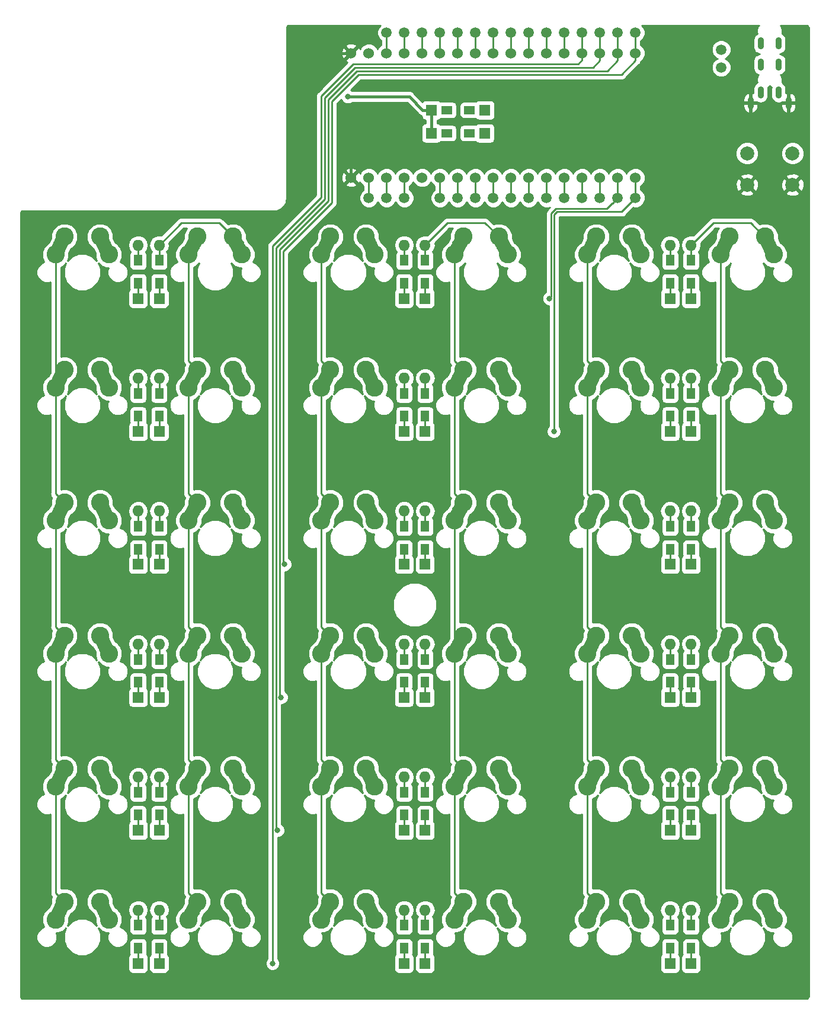
<source format=gtl>
G04 #@! TF.GenerationSoftware,KiCad,Pcbnew,(5.0.0)*
G04 #@! TF.CreationDate,2018-09-01T09:01:23+09:00*
G04 #@! TF.ProjectId,pillcase36,70696C6C6361736533362E6B69636164,rev?*
G04 #@! TF.SameCoordinates,Original*
G04 #@! TF.FileFunction,Copper,L1,Top,Signal*
G04 #@! TF.FilePolarity,Positive*
%FSLAX46Y46*%
G04 Gerber Fmt 4.6, Leading zero omitted, Abs format (unit mm)*
G04 Created by KiCad (PCBNEW (5.0.0)) date 09/01/18 09:01:23*
%MOMM*%
%LPD*%
G01*
G04 APERTURE LIST*
G04 #@! TA.AperFunction,ComponentPad*
%ADD10C,2.000000*%
G04 #@! TD*
G04 #@! TA.AperFunction,Conductor*
%ADD11C,2.000000*%
G04 #@! TD*
G04 #@! TA.AperFunction,ComponentPad*
%ADD12C,2.600000*%
G04 #@! TD*
G04 #@! TA.AperFunction,ComponentPad*
%ADD13O,0.850000X1.752600*%
G04 #@! TD*
G04 #@! TA.AperFunction,ComponentPad*
%ADD14R,1.200000X1.600000*%
G04 #@! TD*
G04 #@! TA.AperFunction,ComponentPad*
%ADD15R,1.600000X1.600000*%
G04 #@! TD*
G04 #@! TA.AperFunction,ComponentPad*
%ADD16O,1.600000X1.600000*%
G04 #@! TD*
G04 #@! TA.AperFunction,ComponentPad*
%ADD17R,1.600000X1.200000*%
G04 #@! TD*
G04 #@! TA.AperFunction,ComponentPad*
%ADD18C,1.524000*%
G04 #@! TD*
G04 #@! TA.AperFunction,ComponentPad*
%ADD19C,1.500000*%
G04 #@! TD*
G04 #@! TA.AperFunction,ViaPad*
%ADD20C,0.800000*%
G04 #@! TD*
G04 #@! TA.AperFunction,Conductor*
%ADD21C,0.250000*%
G04 #@! TD*
G04 #@! TA.AperFunction,Conductor*
%ADD22C,0.381000*%
G04 #@! TD*
G04 #@! TA.AperFunction,Conductor*
%ADD23C,0.254000*%
G04 #@! TD*
G04 APERTURE END LIST*
D10*
G04 #@! TO.P,SW2,2*
G04 #@! TO.N,Net-(D2-Pad2)*
X59175000Y-90190000D03*
D11*
G04 #@! TD*
G04 #@! TO.N,Net-(D2-Pad2)*
G04 #@! TO.C,SW2*
X58736629Y-89291206D02*
X59613371Y-91088794D01*
D12*
G04 #@! TO.P,SW2,1*
G04 #@! TO.N,COL0*
X52190000Y-91460000D03*
X53460000Y-88920000D03*
G04 #@! TO.P,SW2,2*
G04 #@! TO.N,Net-(D2-Pad2)*
X58540000Y-88920000D03*
X59810000Y-91460000D03*
D10*
G04 #@! TO.P,SW2,1*
G04 #@! TO.N,COL0*
X52825000Y-90190000D03*
D11*
G04 #@! TD*
G04 #@! TO.N,COL0*
G04 #@! TO.C,SW2*
X53263371Y-89291206D02*
X52386629Y-91088794D01*
D13*
G04 #@! TO.P,J1,R1*
G04 #@! TO.N,Net-(J1-PadR1)*
X152931570Y-45300000D03*
G04 #@! TO.P,J1,T*
G04 #@! TO.N,VCC*
X152931570Y-49300000D03*
G04 #@! TO.P,J1,S*
G04 #@! TO.N,GND*
X156931570Y-50800000D03*
G04 #@! TO.P,J1,R2*
G04 #@! TO.N,Net-(J1-PadR2)*
X152931570Y-42300000D03*
X155500000Y-42300000D03*
G04 #@! TO.P,J1,T*
G04 #@! TO.N,VCC*
X155500000Y-49300000D03*
G04 #@! TO.P,J1,S*
G04 #@! TO.N,GND*
X151500000Y-50800000D03*
G04 #@! TO.P,J1,R1*
G04 #@! TO.N,Net-(J1-PadR1)*
X155500000Y-45300000D03*
G04 #@! TD*
D14*
G04 #@! TO.P,D1,2*
G04 #@! TO.N,Net-(D1-Pad2)*
X64000000Y-73290000D03*
D15*
G04 #@! TO.P,D1,1*
G04 #@! TO.N,ROW0*
X64000000Y-78730000D03*
D16*
G04 #@! TO.P,D1,2*
G04 #@! TO.N,Net-(D1-Pad2)*
X64000000Y-71110000D03*
D14*
G04 #@! TO.P,D1,1*
G04 #@! TO.N,ROW0*
X64000000Y-76550000D03*
G04 #@! TD*
G04 #@! TO.P,D2,1*
G04 #@! TO.N,ROW1*
X64000000Y-95550000D03*
D16*
G04 #@! TO.P,D2,2*
G04 #@! TO.N,Net-(D2-Pad2)*
X64000000Y-90110000D03*
D15*
G04 #@! TO.P,D2,1*
G04 #@! TO.N,ROW1*
X64000000Y-97730000D03*
D14*
G04 #@! TO.P,D2,2*
G04 #@! TO.N,Net-(D2-Pad2)*
X64000000Y-92290000D03*
G04 #@! TD*
G04 #@! TO.P,D3,1*
G04 #@! TO.N,ROW2*
X64000000Y-114550000D03*
D16*
G04 #@! TO.P,D3,2*
G04 #@! TO.N,Net-(D3-Pad2)*
X64000000Y-109110000D03*
D15*
G04 #@! TO.P,D3,1*
G04 #@! TO.N,ROW2*
X64000000Y-116730000D03*
D14*
G04 #@! TO.P,D3,2*
G04 #@! TO.N,Net-(D3-Pad2)*
X64000000Y-111290000D03*
G04 #@! TD*
G04 #@! TO.P,D4,1*
G04 #@! TO.N,ROW3*
X64000000Y-133550000D03*
D16*
G04 #@! TO.P,D4,2*
G04 #@! TO.N,Net-(D4-Pad2)*
X64000000Y-128110000D03*
D15*
G04 #@! TO.P,D4,1*
G04 #@! TO.N,ROW3*
X64000000Y-135730000D03*
D14*
G04 #@! TO.P,D4,2*
G04 #@! TO.N,Net-(D4-Pad2)*
X64000000Y-130290000D03*
G04 #@! TD*
G04 #@! TO.P,D5,2*
G04 #@! TO.N,Net-(D5-Pad2)*
X64000000Y-149290000D03*
D15*
G04 #@! TO.P,D5,1*
G04 #@! TO.N,ROW4*
X64000000Y-154730000D03*
D16*
G04 #@! TO.P,D5,2*
G04 #@! TO.N,Net-(D5-Pad2)*
X64000000Y-147110000D03*
D14*
G04 #@! TO.P,D5,1*
G04 #@! TO.N,ROW4*
X64000000Y-152550000D03*
G04 #@! TD*
G04 #@! TO.P,D6,2*
G04 #@! TO.N,Net-(D6-Pad2)*
X64000000Y-168290000D03*
D15*
G04 #@! TO.P,D6,1*
G04 #@! TO.N,ROW5*
X64000000Y-173730000D03*
D16*
G04 #@! TO.P,D6,2*
G04 #@! TO.N,Net-(D6-Pad2)*
X64000000Y-166110000D03*
D14*
G04 #@! TO.P,D6,1*
G04 #@! TO.N,ROW5*
X64000000Y-171550000D03*
G04 #@! TD*
G04 #@! TO.P,D7,1*
G04 #@! TO.N,ROW0*
X67000000Y-76550000D03*
D16*
G04 #@! TO.P,D7,2*
G04 #@! TO.N,Net-(D7-Pad2)*
X67000000Y-71110000D03*
D15*
G04 #@! TO.P,D7,1*
G04 #@! TO.N,ROW0*
X67000000Y-78730000D03*
D14*
G04 #@! TO.P,D7,2*
G04 #@! TO.N,Net-(D7-Pad2)*
X67000000Y-73290000D03*
G04 #@! TD*
G04 #@! TO.P,D8,2*
G04 #@! TO.N,Net-(D8-Pad2)*
X67000000Y-92290000D03*
D15*
G04 #@! TO.P,D8,1*
G04 #@! TO.N,ROW1*
X67000000Y-97730000D03*
D16*
G04 #@! TO.P,D8,2*
G04 #@! TO.N,Net-(D8-Pad2)*
X67000000Y-90110000D03*
D14*
G04 #@! TO.P,D8,1*
G04 #@! TO.N,ROW1*
X67000000Y-95550000D03*
G04 #@! TD*
G04 #@! TO.P,D9,1*
G04 #@! TO.N,ROW2*
X67000000Y-114550000D03*
D16*
G04 #@! TO.P,D9,2*
G04 #@! TO.N,Net-(D9-Pad2)*
X67000000Y-109110000D03*
D15*
G04 #@! TO.P,D9,1*
G04 #@! TO.N,ROW2*
X67000000Y-116730000D03*
D14*
G04 #@! TO.P,D9,2*
G04 #@! TO.N,Net-(D9-Pad2)*
X67000000Y-111290000D03*
G04 #@! TD*
G04 #@! TO.P,D10,1*
G04 #@! TO.N,ROW3*
X67000000Y-133550000D03*
D16*
G04 #@! TO.P,D10,2*
G04 #@! TO.N,Net-(D10-Pad2)*
X67000000Y-128110000D03*
D15*
G04 #@! TO.P,D10,1*
G04 #@! TO.N,ROW3*
X67000000Y-135730000D03*
D14*
G04 #@! TO.P,D10,2*
G04 #@! TO.N,Net-(D10-Pad2)*
X67000000Y-130290000D03*
G04 #@! TD*
G04 #@! TO.P,D11,1*
G04 #@! TO.N,ROW4*
X67000000Y-152550000D03*
D16*
G04 #@! TO.P,D11,2*
G04 #@! TO.N,Net-(D11-Pad2)*
X67000000Y-147110000D03*
D15*
G04 #@! TO.P,D11,1*
G04 #@! TO.N,ROW4*
X67000000Y-154730000D03*
D14*
G04 #@! TO.P,D11,2*
G04 #@! TO.N,Net-(D11-Pad2)*
X67000000Y-149290000D03*
G04 #@! TD*
G04 #@! TO.P,D12,2*
G04 #@! TO.N,Net-(D12-Pad2)*
X67000000Y-168290000D03*
D15*
G04 #@! TO.P,D12,1*
G04 #@! TO.N,ROW5*
X67000000Y-173730000D03*
D16*
G04 #@! TO.P,D12,2*
G04 #@! TO.N,Net-(D12-Pad2)*
X67000000Y-166110000D03*
D14*
G04 #@! TO.P,D12,1*
G04 #@! TO.N,ROW5*
X67000000Y-171550000D03*
G04 #@! TD*
G04 #@! TO.P,D13,1*
G04 #@! TO.N,ROW0*
X102000000Y-76550000D03*
D16*
G04 #@! TO.P,D13,2*
G04 #@! TO.N,Net-(D13-Pad2)*
X102000000Y-71110000D03*
D15*
G04 #@! TO.P,D13,1*
G04 #@! TO.N,ROW0*
X102000000Y-78730000D03*
D14*
G04 #@! TO.P,D13,2*
G04 #@! TO.N,Net-(D13-Pad2)*
X102000000Y-73290000D03*
G04 #@! TD*
G04 #@! TO.P,D14,1*
G04 #@! TO.N,ROW1*
X102000000Y-95550000D03*
D16*
G04 #@! TO.P,D14,2*
G04 #@! TO.N,Net-(D14-Pad2)*
X102000000Y-90110000D03*
D15*
G04 #@! TO.P,D14,1*
G04 #@! TO.N,ROW1*
X102000000Y-97730000D03*
D14*
G04 #@! TO.P,D14,2*
G04 #@! TO.N,Net-(D14-Pad2)*
X102000000Y-92290000D03*
G04 #@! TD*
G04 #@! TO.P,D15,1*
G04 #@! TO.N,ROW2*
X102000000Y-114550000D03*
D16*
G04 #@! TO.P,D15,2*
G04 #@! TO.N,Net-(D15-Pad2)*
X102000000Y-109110000D03*
D15*
G04 #@! TO.P,D15,1*
G04 #@! TO.N,ROW2*
X102000000Y-116730000D03*
D14*
G04 #@! TO.P,D15,2*
G04 #@! TO.N,Net-(D15-Pad2)*
X102000000Y-111290000D03*
G04 #@! TD*
G04 #@! TO.P,D16,2*
G04 #@! TO.N,Net-(D16-Pad2)*
X102000000Y-130290000D03*
D15*
G04 #@! TO.P,D16,1*
G04 #@! TO.N,ROW3*
X102000000Y-135730000D03*
D16*
G04 #@! TO.P,D16,2*
G04 #@! TO.N,Net-(D16-Pad2)*
X102000000Y-128110000D03*
D14*
G04 #@! TO.P,D16,1*
G04 #@! TO.N,ROW3*
X102000000Y-133550000D03*
G04 #@! TD*
G04 #@! TO.P,D17,1*
G04 #@! TO.N,ROW4*
X102000000Y-152550000D03*
D16*
G04 #@! TO.P,D17,2*
G04 #@! TO.N,Net-(D17-Pad2)*
X102000000Y-147110000D03*
D15*
G04 #@! TO.P,D17,1*
G04 #@! TO.N,ROW4*
X102000000Y-154730000D03*
D14*
G04 #@! TO.P,D17,2*
G04 #@! TO.N,Net-(D17-Pad2)*
X102000000Y-149290000D03*
G04 #@! TD*
G04 #@! TO.P,D18,2*
G04 #@! TO.N,Net-(D18-Pad2)*
X102000000Y-168290000D03*
D15*
G04 #@! TO.P,D18,1*
G04 #@! TO.N,ROW5*
X102000000Y-173730000D03*
D16*
G04 #@! TO.P,D18,2*
G04 #@! TO.N,Net-(D18-Pad2)*
X102000000Y-166110000D03*
D14*
G04 #@! TO.P,D18,1*
G04 #@! TO.N,ROW5*
X102000000Y-171550000D03*
G04 #@! TD*
G04 #@! TO.P,D19,2*
G04 #@! TO.N,Net-(D19-Pad2)*
X105000000Y-73290000D03*
D15*
G04 #@! TO.P,D19,1*
G04 #@! TO.N,ROW0*
X105000000Y-78730000D03*
D16*
G04 #@! TO.P,D19,2*
G04 #@! TO.N,Net-(D19-Pad2)*
X105000000Y-71110000D03*
D14*
G04 #@! TO.P,D19,1*
G04 #@! TO.N,ROW0*
X105000000Y-76550000D03*
G04 #@! TD*
G04 #@! TO.P,D20,2*
G04 #@! TO.N,Net-(D20-Pad2)*
X105000000Y-92290000D03*
D15*
G04 #@! TO.P,D20,1*
G04 #@! TO.N,ROW1*
X105000000Y-97730000D03*
D16*
G04 #@! TO.P,D20,2*
G04 #@! TO.N,Net-(D20-Pad2)*
X105000000Y-90110000D03*
D14*
G04 #@! TO.P,D20,1*
G04 #@! TO.N,ROW1*
X105000000Y-95550000D03*
G04 #@! TD*
G04 #@! TO.P,D21,1*
G04 #@! TO.N,ROW2*
X105000000Y-114550000D03*
D16*
G04 #@! TO.P,D21,2*
G04 #@! TO.N,Net-(D21-Pad2)*
X105000000Y-109110000D03*
D15*
G04 #@! TO.P,D21,1*
G04 #@! TO.N,ROW2*
X105000000Y-116730000D03*
D14*
G04 #@! TO.P,D21,2*
G04 #@! TO.N,Net-(D21-Pad2)*
X105000000Y-111290000D03*
G04 #@! TD*
G04 #@! TO.P,D22,2*
G04 #@! TO.N,Net-(D22-Pad2)*
X105000000Y-130290000D03*
D15*
G04 #@! TO.P,D22,1*
G04 #@! TO.N,ROW3*
X105000000Y-135730000D03*
D16*
G04 #@! TO.P,D22,2*
G04 #@! TO.N,Net-(D22-Pad2)*
X105000000Y-128110000D03*
D14*
G04 #@! TO.P,D22,1*
G04 #@! TO.N,ROW3*
X105000000Y-133550000D03*
G04 #@! TD*
G04 #@! TO.P,D23,1*
G04 #@! TO.N,ROW4*
X105000000Y-152550000D03*
D16*
G04 #@! TO.P,D23,2*
G04 #@! TO.N,Net-(D23-Pad2)*
X105000000Y-147110000D03*
D15*
G04 #@! TO.P,D23,1*
G04 #@! TO.N,ROW4*
X105000000Y-154730000D03*
D14*
G04 #@! TO.P,D23,2*
G04 #@! TO.N,Net-(D23-Pad2)*
X105000000Y-149290000D03*
G04 #@! TD*
G04 #@! TO.P,D24,2*
G04 #@! TO.N,Net-(D24-Pad2)*
X105000000Y-168290000D03*
D15*
G04 #@! TO.P,D24,1*
G04 #@! TO.N,ROW5*
X105000000Y-173730000D03*
D16*
G04 #@! TO.P,D24,2*
G04 #@! TO.N,Net-(D24-Pad2)*
X105000000Y-166110000D03*
D14*
G04 #@! TO.P,D24,1*
G04 #@! TO.N,ROW5*
X105000000Y-171550000D03*
G04 #@! TD*
G04 #@! TO.P,D25,1*
G04 #@! TO.N,ROW0*
X140000000Y-76550000D03*
D16*
G04 #@! TO.P,D25,2*
G04 #@! TO.N,Net-(D25-Pad2)*
X140000000Y-71110000D03*
D15*
G04 #@! TO.P,D25,1*
G04 #@! TO.N,ROW0*
X140000000Y-78730000D03*
D14*
G04 #@! TO.P,D25,2*
G04 #@! TO.N,Net-(D25-Pad2)*
X140000000Y-73290000D03*
G04 #@! TD*
G04 #@! TO.P,D26,1*
G04 #@! TO.N,ROW1*
X140000000Y-95550000D03*
D16*
G04 #@! TO.P,D26,2*
G04 #@! TO.N,Net-(D26-Pad2)*
X140000000Y-90110000D03*
D15*
G04 #@! TO.P,D26,1*
G04 #@! TO.N,ROW1*
X140000000Y-97730000D03*
D14*
G04 #@! TO.P,D26,2*
G04 #@! TO.N,Net-(D26-Pad2)*
X140000000Y-92290000D03*
G04 #@! TD*
G04 #@! TO.P,D27,1*
G04 #@! TO.N,ROW2*
X140000000Y-114550000D03*
D16*
G04 #@! TO.P,D27,2*
G04 #@! TO.N,Net-(D27-Pad2)*
X140000000Y-109110000D03*
D15*
G04 #@! TO.P,D27,1*
G04 #@! TO.N,ROW2*
X140000000Y-116730000D03*
D14*
G04 #@! TO.P,D27,2*
G04 #@! TO.N,Net-(D27-Pad2)*
X140000000Y-111290000D03*
G04 #@! TD*
G04 #@! TO.P,D28,2*
G04 #@! TO.N,Net-(D28-Pad2)*
X140000000Y-130290000D03*
D15*
G04 #@! TO.P,D28,1*
G04 #@! TO.N,ROW3*
X140000000Y-135730000D03*
D16*
G04 #@! TO.P,D28,2*
G04 #@! TO.N,Net-(D28-Pad2)*
X140000000Y-128110000D03*
D14*
G04 #@! TO.P,D28,1*
G04 #@! TO.N,ROW3*
X140000000Y-133550000D03*
G04 #@! TD*
G04 #@! TO.P,D29,1*
G04 #@! TO.N,ROW4*
X140000000Y-152550000D03*
D16*
G04 #@! TO.P,D29,2*
G04 #@! TO.N,Net-(D29-Pad2)*
X140000000Y-147110000D03*
D15*
G04 #@! TO.P,D29,1*
G04 #@! TO.N,ROW4*
X140000000Y-154730000D03*
D14*
G04 #@! TO.P,D29,2*
G04 #@! TO.N,Net-(D29-Pad2)*
X140000000Y-149290000D03*
G04 #@! TD*
G04 #@! TO.P,D30,2*
G04 #@! TO.N,Net-(D30-Pad2)*
X140000000Y-168290000D03*
D15*
G04 #@! TO.P,D30,1*
G04 #@! TO.N,ROW5*
X140000000Y-173730000D03*
D16*
G04 #@! TO.P,D30,2*
G04 #@! TO.N,Net-(D30-Pad2)*
X140000000Y-166110000D03*
D14*
G04 #@! TO.P,D30,1*
G04 #@! TO.N,ROW5*
X140000000Y-171550000D03*
G04 #@! TD*
G04 #@! TO.P,D31,2*
G04 #@! TO.N,Net-(D31-Pad2)*
X143000000Y-73290000D03*
D15*
G04 #@! TO.P,D31,1*
G04 #@! TO.N,ROW0*
X143000000Y-78730000D03*
D16*
G04 #@! TO.P,D31,2*
G04 #@! TO.N,Net-(D31-Pad2)*
X143000000Y-71110000D03*
D14*
G04 #@! TO.P,D31,1*
G04 #@! TO.N,ROW0*
X143000000Y-76550000D03*
G04 #@! TD*
G04 #@! TO.P,D32,2*
G04 #@! TO.N,Net-(D32-Pad2)*
X143000000Y-92290000D03*
D15*
G04 #@! TO.P,D32,1*
G04 #@! TO.N,ROW1*
X143000000Y-97730000D03*
D16*
G04 #@! TO.P,D32,2*
G04 #@! TO.N,Net-(D32-Pad2)*
X143000000Y-90110000D03*
D14*
G04 #@! TO.P,D32,1*
G04 #@! TO.N,ROW1*
X143000000Y-95550000D03*
G04 #@! TD*
G04 #@! TO.P,D33,1*
G04 #@! TO.N,ROW2*
X143000000Y-114550000D03*
D16*
G04 #@! TO.P,D33,2*
G04 #@! TO.N,Net-(D33-Pad2)*
X143000000Y-109110000D03*
D15*
G04 #@! TO.P,D33,1*
G04 #@! TO.N,ROW2*
X143000000Y-116730000D03*
D14*
G04 #@! TO.P,D33,2*
G04 #@! TO.N,Net-(D33-Pad2)*
X143000000Y-111290000D03*
G04 #@! TD*
G04 #@! TO.P,D34,2*
G04 #@! TO.N,Net-(D34-Pad2)*
X143000000Y-130290000D03*
D15*
G04 #@! TO.P,D34,1*
G04 #@! TO.N,ROW3*
X143000000Y-135730000D03*
D16*
G04 #@! TO.P,D34,2*
G04 #@! TO.N,Net-(D34-Pad2)*
X143000000Y-128110000D03*
D14*
G04 #@! TO.P,D34,1*
G04 #@! TO.N,ROW3*
X143000000Y-133550000D03*
G04 #@! TD*
G04 #@! TO.P,D35,2*
G04 #@! TO.N,Net-(D35-Pad2)*
X143000000Y-149290000D03*
D15*
G04 #@! TO.P,D35,1*
G04 #@! TO.N,ROW4*
X143000000Y-154730000D03*
D16*
G04 #@! TO.P,D35,2*
G04 #@! TO.N,Net-(D35-Pad2)*
X143000000Y-147110000D03*
D14*
G04 #@! TO.P,D35,1*
G04 #@! TO.N,ROW4*
X143000000Y-152550000D03*
G04 #@! TD*
G04 #@! TO.P,D36,2*
G04 #@! TO.N,Net-(D36-Pad2)*
X143000000Y-168290000D03*
D15*
G04 #@! TO.P,D36,1*
G04 #@! TO.N,ROW5*
X143000000Y-173730000D03*
D16*
G04 #@! TO.P,D36,2*
G04 #@! TO.N,Net-(D36-Pad2)*
X143000000Y-166110000D03*
D14*
G04 #@! TO.P,D36,1*
G04 #@! TO.N,ROW5*
X143000000Y-171550000D03*
G04 #@! TD*
D17*
G04 #@! TO.P,R1,1*
G04 #@! TO.N,VCC*
X108098000Y-51816000D03*
D15*
G04 #@! TO.P,R1,2*
G04 #@! TO.N,SCL1*
X113538000Y-51816000D03*
G04 #@! TO.P,R1,1*
G04 #@! TO.N,VCC*
X105918000Y-51816000D03*
D17*
G04 #@! TO.P,R1,2*
G04 #@! TO.N,SCL1*
X111358000Y-51816000D03*
G04 #@! TD*
G04 #@! TO.P,R2,2*
G04 #@! TO.N,SDA1*
X111337000Y-55118000D03*
D15*
G04 #@! TO.P,R2,1*
G04 #@! TO.N,VCC*
X105897000Y-55118000D03*
G04 #@! TO.P,R2,2*
G04 #@! TO.N,SDA1*
X113517000Y-55118000D03*
D17*
G04 #@! TO.P,R2,1*
G04 #@! TO.N,VCC*
X108077000Y-55118000D03*
G04 #@! TD*
D10*
G04 #@! TO.P,SW1,2*
G04 #@! TO.N,Net-(D1-Pad2)*
X59175000Y-71190000D03*
D11*
G04 #@! TD*
G04 #@! TO.N,Net-(D1-Pad2)*
G04 #@! TO.C,SW1*
X58736629Y-70291206D02*
X59613371Y-72088794D01*
D12*
G04 #@! TO.P,SW1,1*
G04 #@! TO.N,COL0*
X52190000Y-72460000D03*
X53460000Y-69920000D03*
G04 #@! TO.P,SW1,2*
G04 #@! TO.N,Net-(D1-Pad2)*
X58540000Y-69920000D03*
X59810000Y-72460000D03*
D10*
G04 #@! TO.P,SW1,1*
G04 #@! TO.N,COL0*
X52825000Y-71190000D03*
D11*
G04 #@! TD*
G04 #@! TO.N,COL0*
G04 #@! TO.C,SW1*
X53263371Y-70291206D02*
X52386629Y-72088794D01*
D10*
G04 #@! TO.P,SW3,2*
G04 #@! TO.N,Net-(D3-Pad2)*
X59175000Y-109190000D03*
D11*
G04 #@! TD*
G04 #@! TO.N,Net-(D3-Pad2)*
G04 #@! TO.C,SW3*
X58736629Y-108291206D02*
X59613371Y-110088794D01*
D12*
G04 #@! TO.P,SW3,1*
G04 #@! TO.N,COL0*
X52190000Y-110460000D03*
X53460000Y-107920000D03*
G04 #@! TO.P,SW3,2*
G04 #@! TO.N,Net-(D3-Pad2)*
X58540000Y-107920000D03*
X59810000Y-110460000D03*
D10*
G04 #@! TO.P,SW3,1*
G04 #@! TO.N,COL0*
X52825000Y-109190000D03*
D11*
G04 #@! TD*
G04 #@! TO.N,COL0*
G04 #@! TO.C,SW3*
X53263371Y-108291206D02*
X52386629Y-110088794D01*
D10*
G04 #@! TO.P,SW4,1*
G04 #@! TO.N,COL0*
X52825000Y-128190000D03*
D11*
G04 #@! TD*
G04 #@! TO.N,COL0*
G04 #@! TO.C,SW4*
X53263371Y-127291206D02*
X52386629Y-129088794D01*
D12*
G04 #@! TO.P,SW4,2*
G04 #@! TO.N,Net-(D4-Pad2)*
X59810000Y-129460000D03*
X58540000Y-126920000D03*
G04 #@! TO.P,SW4,1*
G04 #@! TO.N,COL0*
X53460000Y-126920000D03*
X52190000Y-129460000D03*
D10*
G04 #@! TO.P,SW4,2*
G04 #@! TO.N,Net-(D4-Pad2)*
X59175000Y-128190000D03*
D11*
G04 #@! TD*
G04 #@! TO.N,Net-(D4-Pad2)*
G04 #@! TO.C,SW4*
X58736629Y-127291206D02*
X59613371Y-129088794D01*
D10*
G04 #@! TO.P,SW5,1*
G04 #@! TO.N,COL0*
X52825000Y-147190000D03*
D11*
G04 #@! TD*
G04 #@! TO.N,COL0*
G04 #@! TO.C,SW5*
X53263371Y-146291206D02*
X52386629Y-148088794D01*
D12*
G04 #@! TO.P,SW5,2*
G04 #@! TO.N,Net-(D5-Pad2)*
X59810000Y-148460000D03*
X58540000Y-145920000D03*
G04 #@! TO.P,SW5,1*
G04 #@! TO.N,COL0*
X53460000Y-145920000D03*
X52190000Y-148460000D03*
D10*
G04 #@! TO.P,SW5,2*
G04 #@! TO.N,Net-(D5-Pad2)*
X59175000Y-147190000D03*
D11*
G04 #@! TD*
G04 #@! TO.N,Net-(D5-Pad2)*
G04 #@! TO.C,SW5*
X58736629Y-146291206D02*
X59613371Y-148088794D01*
D10*
G04 #@! TO.P,SW6,1*
G04 #@! TO.N,COL0*
X52825000Y-166190000D03*
D11*
G04 #@! TD*
G04 #@! TO.N,COL0*
G04 #@! TO.C,SW6*
X53263371Y-165291206D02*
X52386629Y-167088794D01*
D12*
G04 #@! TO.P,SW6,2*
G04 #@! TO.N,Net-(D6-Pad2)*
X59810000Y-167460000D03*
X58540000Y-164920000D03*
G04 #@! TO.P,SW6,1*
G04 #@! TO.N,COL0*
X53460000Y-164920000D03*
X52190000Y-167460000D03*
D10*
G04 #@! TO.P,SW6,2*
G04 #@! TO.N,Net-(D6-Pad2)*
X59175000Y-166190000D03*
D11*
G04 #@! TD*
G04 #@! TO.N,Net-(D6-Pad2)*
G04 #@! TO.C,SW6*
X58736629Y-165291206D02*
X59613371Y-167088794D01*
D10*
G04 #@! TO.P,SW7,2*
G04 #@! TO.N,Net-(D7-Pad2)*
X78175000Y-71190000D03*
D11*
G04 #@! TD*
G04 #@! TO.N,Net-(D7-Pad2)*
G04 #@! TO.C,SW7*
X77736629Y-70291206D02*
X78613371Y-72088794D01*
D12*
G04 #@! TO.P,SW7,1*
G04 #@! TO.N,COL1*
X71190000Y-72460000D03*
X72460000Y-69920000D03*
G04 #@! TO.P,SW7,2*
G04 #@! TO.N,Net-(D7-Pad2)*
X77540000Y-69920000D03*
X78810000Y-72460000D03*
D10*
G04 #@! TO.P,SW7,1*
G04 #@! TO.N,COL1*
X71825000Y-71190000D03*
D11*
G04 #@! TD*
G04 #@! TO.N,COL1*
G04 #@! TO.C,SW7*
X72263371Y-70291206D02*
X71386629Y-72088794D01*
D10*
G04 #@! TO.P,SW8,2*
G04 #@! TO.N,Net-(D8-Pad2)*
X78175000Y-90190000D03*
D11*
G04 #@! TD*
G04 #@! TO.N,Net-(D8-Pad2)*
G04 #@! TO.C,SW8*
X77736629Y-89291206D02*
X78613371Y-91088794D01*
D12*
G04 #@! TO.P,SW8,1*
G04 #@! TO.N,COL1*
X71190000Y-91460000D03*
X72460000Y-88920000D03*
G04 #@! TO.P,SW8,2*
G04 #@! TO.N,Net-(D8-Pad2)*
X77540000Y-88920000D03*
X78810000Y-91460000D03*
D10*
G04 #@! TO.P,SW8,1*
G04 #@! TO.N,COL1*
X71825000Y-90190000D03*
D11*
G04 #@! TD*
G04 #@! TO.N,COL1*
G04 #@! TO.C,SW8*
X72263371Y-89291206D02*
X71386629Y-91088794D01*
D10*
G04 #@! TO.P,SW9,2*
G04 #@! TO.N,Net-(D9-Pad2)*
X78175000Y-109190000D03*
D11*
G04 #@! TD*
G04 #@! TO.N,Net-(D9-Pad2)*
G04 #@! TO.C,SW9*
X77736629Y-108291206D02*
X78613371Y-110088794D01*
D12*
G04 #@! TO.P,SW9,1*
G04 #@! TO.N,COL1*
X71190000Y-110460000D03*
X72460000Y-107920000D03*
G04 #@! TO.P,SW9,2*
G04 #@! TO.N,Net-(D9-Pad2)*
X77540000Y-107920000D03*
X78810000Y-110460000D03*
D10*
G04 #@! TO.P,SW9,1*
G04 #@! TO.N,COL1*
X71825000Y-109190000D03*
D11*
G04 #@! TD*
G04 #@! TO.N,COL1*
G04 #@! TO.C,SW9*
X72263371Y-108291206D02*
X71386629Y-110088794D01*
D10*
G04 #@! TO.P,SW10,1*
G04 #@! TO.N,COL1*
X71825000Y-128190000D03*
D11*
G04 #@! TD*
G04 #@! TO.N,COL1*
G04 #@! TO.C,SW10*
X72263371Y-127291206D02*
X71386629Y-129088794D01*
D12*
G04 #@! TO.P,SW10,2*
G04 #@! TO.N,Net-(D10-Pad2)*
X78810000Y-129460000D03*
X77540000Y-126920000D03*
G04 #@! TO.P,SW10,1*
G04 #@! TO.N,COL1*
X72460000Y-126920000D03*
X71190000Y-129460000D03*
D10*
G04 #@! TO.P,SW10,2*
G04 #@! TO.N,Net-(D10-Pad2)*
X78175000Y-128190000D03*
D11*
G04 #@! TD*
G04 #@! TO.N,Net-(D10-Pad2)*
G04 #@! TO.C,SW10*
X77736629Y-127291206D02*
X78613371Y-129088794D01*
D10*
G04 #@! TO.P,SW11,1*
G04 #@! TO.N,COL1*
X71825000Y-147190000D03*
D11*
G04 #@! TD*
G04 #@! TO.N,COL1*
G04 #@! TO.C,SW11*
X72263371Y-146291206D02*
X71386629Y-148088794D01*
D12*
G04 #@! TO.P,SW11,2*
G04 #@! TO.N,Net-(D11-Pad2)*
X78810000Y-148460000D03*
X77540000Y-145920000D03*
G04 #@! TO.P,SW11,1*
G04 #@! TO.N,COL1*
X72460000Y-145920000D03*
X71190000Y-148460000D03*
D10*
G04 #@! TO.P,SW11,2*
G04 #@! TO.N,Net-(D11-Pad2)*
X78175000Y-147190000D03*
D11*
G04 #@! TD*
G04 #@! TO.N,Net-(D11-Pad2)*
G04 #@! TO.C,SW11*
X77736629Y-146291206D02*
X78613371Y-148088794D01*
D10*
G04 #@! TO.P,SW12,1*
G04 #@! TO.N,COL1*
X71825000Y-166190000D03*
D11*
G04 #@! TD*
G04 #@! TO.N,COL1*
G04 #@! TO.C,SW12*
X72263371Y-165291206D02*
X71386629Y-167088794D01*
D12*
G04 #@! TO.P,SW12,2*
G04 #@! TO.N,Net-(D12-Pad2)*
X78810000Y-167460000D03*
X77540000Y-164920000D03*
G04 #@! TO.P,SW12,1*
G04 #@! TO.N,COL1*
X72460000Y-164920000D03*
X71190000Y-167460000D03*
D10*
G04 #@! TO.P,SW12,2*
G04 #@! TO.N,Net-(D12-Pad2)*
X78175000Y-166190000D03*
D11*
G04 #@! TD*
G04 #@! TO.N,Net-(D12-Pad2)*
G04 #@! TO.C,SW12*
X77736629Y-165291206D02*
X78613371Y-167088794D01*
D10*
G04 #@! TO.P,SW13,1*
G04 #@! TO.N,COL2*
X90825000Y-71190000D03*
D11*
G04 #@! TD*
G04 #@! TO.N,COL2*
G04 #@! TO.C,SW13*
X91263371Y-70291206D02*
X90386629Y-72088794D01*
D12*
G04 #@! TO.P,SW13,2*
G04 #@! TO.N,Net-(D13-Pad2)*
X97810000Y-72460000D03*
X96540000Y-69920000D03*
G04 #@! TO.P,SW13,1*
G04 #@! TO.N,COL2*
X91460000Y-69920000D03*
X90190000Y-72460000D03*
D10*
G04 #@! TO.P,SW13,2*
G04 #@! TO.N,Net-(D13-Pad2)*
X97175000Y-71190000D03*
D11*
G04 #@! TD*
G04 #@! TO.N,Net-(D13-Pad2)*
G04 #@! TO.C,SW13*
X96736629Y-70291206D02*
X97613371Y-72088794D01*
D10*
G04 #@! TO.P,SW14,2*
G04 #@! TO.N,Net-(D14-Pad2)*
X97175000Y-90190000D03*
D11*
G04 #@! TD*
G04 #@! TO.N,Net-(D14-Pad2)*
G04 #@! TO.C,SW14*
X96736629Y-89291206D02*
X97613371Y-91088794D01*
D12*
G04 #@! TO.P,SW14,1*
G04 #@! TO.N,COL2*
X90190000Y-91460000D03*
X91460000Y-88920000D03*
G04 #@! TO.P,SW14,2*
G04 #@! TO.N,Net-(D14-Pad2)*
X96540000Y-88920000D03*
X97810000Y-91460000D03*
D10*
G04 #@! TO.P,SW14,1*
G04 #@! TO.N,COL2*
X90825000Y-90190000D03*
D11*
G04 #@! TD*
G04 #@! TO.N,COL2*
G04 #@! TO.C,SW14*
X91263371Y-89291206D02*
X90386629Y-91088794D01*
D10*
G04 #@! TO.P,SW15,2*
G04 #@! TO.N,Net-(D15-Pad2)*
X97175000Y-109190000D03*
D11*
G04 #@! TD*
G04 #@! TO.N,Net-(D15-Pad2)*
G04 #@! TO.C,SW15*
X96736629Y-108291206D02*
X97613371Y-110088794D01*
D12*
G04 #@! TO.P,SW15,1*
G04 #@! TO.N,COL2*
X90190000Y-110460000D03*
X91460000Y-107920000D03*
G04 #@! TO.P,SW15,2*
G04 #@! TO.N,Net-(D15-Pad2)*
X96540000Y-107920000D03*
X97810000Y-110460000D03*
D10*
G04 #@! TO.P,SW15,1*
G04 #@! TO.N,COL2*
X90825000Y-109190000D03*
D11*
G04 #@! TD*
G04 #@! TO.N,COL2*
G04 #@! TO.C,SW15*
X91263371Y-108291206D02*
X90386629Y-110088794D01*
D10*
G04 #@! TO.P,SW16,1*
G04 #@! TO.N,COL2*
X90825000Y-128190000D03*
D11*
G04 #@! TD*
G04 #@! TO.N,COL2*
G04 #@! TO.C,SW16*
X91263371Y-127291206D02*
X90386629Y-129088794D01*
D12*
G04 #@! TO.P,SW16,2*
G04 #@! TO.N,Net-(D16-Pad2)*
X97810000Y-129460000D03*
X96540000Y-126920000D03*
G04 #@! TO.P,SW16,1*
G04 #@! TO.N,COL2*
X91460000Y-126920000D03*
X90190000Y-129460000D03*
D10*
G04 #@! TO.P,SW16,2*
G04 #@! TO.N,Net-(D16-Pad2)*
X97175000Y-128190000D03*
D11*
G04 #@! TD*
G04 #@! TO.N,Net-(D16-Pad2)*
G04 #@! TO.C,SW16*
X96736629Y-127291206D02*
X97613371Y-129088794D01*
D10*
G04 #@! TO.P,SW17,2*
G04 #@! TO.N,Net-(D17-Pad2)*
X97175000Y-147190000D03*
D11*
G04 #@! TD*
G04 #@! TO.N,Net-(D17-Pad2)*
G04 #@! TO.C,SW17*
X96736629Y-146291206D02*
X97613371Y-148088794D01*
D12*
G04 #@! TO.P,SW17,1*
G04 #@! TO.N,COL2*
X90190000Y-148460000D03*
X91460000Y-145920000D03*
G04 #@! TO.P,SW17,2*
G04 #@! TO.N,Net-(D17-Pad2)*
X96540000Y-145920000D03*
X97810000Y-148460000D03*
D10*
G04 #@! TO.P,SW17,1*
G04 #@! TO.N,COL2*
X90825000Y-147190000D03*
D11*
G04 #@! TD*
G04 #@! TO.N,COL2*
G04 #@! TO.C,SW17*
X91263371Y-146291206D02*
X90386629Y-148088794D01*
D10*
G04 #@! TO.P,SW18,1*
G04 #@! TO.N,COL2*
X90825000Y-166190000D03*
D11*
G04 #@! TD*
G04 #@! TO.N,COL2*
G04 #@! TO.C,SW18*
X91263371Y-165291206D02*
X90386629Y-167088794D01*
D12*
G04 #@! TO.P,SW18,2*
G04 #@! TO.N,Net-(D18-Pad2)*
X97810000Y-167460000D03*
X96540000Y-164920000D03*
G04 #@! TO.P,SW18,1*
G04 #@! TO.N,COL2*
X91460000Y-164920000D03*
X90190000Y-167460000D03*
D10*
G04 #@! TO.P,SW18,2*
G04 #@! TO.N,Net-(D18-Pad2)*
X97175000Y-166190000D03*
D11*
G04 #@! TD*
G04 #@! TO.N,Net-(D18-Pad2)*
G04 #@! TO.C,SW18*
X96736629Y-165291206D02*
X97613371Y-167088794D01*
D10*
G04 #@! TO.P,SW19,1*
G04 #@! TO.N,COL3*
X109825000Y-71190000D03*
D11*
G04 #@! TD*
G04 #@! TO.N,COL3*
G04 #@! TO.C,SW19*
X110263371Y-70291206D02*
X109386629Y-72088794D01*
D12*
G04 #@! TO.P,SW19,2*
G04 #@! TO.N,Net-(D19-Pad2)*
X116810000Y-72460000D03*
X115540000Y-69920000D03*
G04 #@! TO.P,SW19,1*
G04 #@! TO.N,COL3*
X110460000Y-69920000D03*
X109190000Y-72460000D03*
D10*
G04 #@! TO.P,SW19,2*
G04 #@! TO.N,Net-(D19-Pad2)*
X116175000Y-71190000D03*
D11*
G04 #@! TD*
G04 #@! TO.N,Net-(D19-Pad2)*
G04 #@! TO.C,SW19*
X115736629Y-70291206D02*
X116613371Y-72088794D01*
D10*
G04 #@! TO.P,SW20,2*
G04 #@! TO.N,Net-(D20-Pad2)*
X116175000Y-90190000D03*
D11*
G04 #@! TD*
G04 #@! TO.N,Net-(D20-Pad2)*
G04 #@! TO.C,SW20*
X115736629Y-89291206D02*
X116613371Y-91088794D01*
D12*
G04 #@! TO.P,SW20,1*
G04 #@! TO.N,COL3*
X109190000Y-91460000D03*
X110460000Y-88920000D03*
G04 #@! TO.P,SW20,2*
G04 #@! TO.N,Net-(D20-Pad2)*
X115540000Y-88920000D03*
X116810000Y-91460000D03*
D10*
G04 #@! TO.P,SW20,1*
G04 #@! TO.N,COL3*
X109825000Y-90190000D03*
D11*
G04 #@! TD*
G04 #@! TO.N,COL3*
G04 #@! TO.C,SW20*
X110263371Y-89291206D02*
X109386629Y-91088794D01*
D10*
G04 #@! TO.P,SW21,2*
G04 #@! TO.N,Net-(D21-Pad2)*
X116175000Y-109190000D03*
D11*
G04 #@! TD*
G04 #@! TO.N,Net-(D21-Pad2)*
G04 #@! TO.C,SW21*
X115736629Y-108291206D02*
X116613371Y-110088794D01*
D12*
G04 #@! TO.P,SW21,1*
G04 #@! TO.N,COL3*
X109190000Y-110460000D03*
X110460000Y-107920000D03*
G04 #@! TO.P,SW21,2*
G04 #@! TO.N,Net-(D21-Pad2)*
X115540000Y-107920000D03*
X116810000Y-110460000D03*
D10*
G04 #@! TO.P,SW21,1*
G04 #@! TO.N,COL3*
X109825000Y-109190000D03*
D11*
G04 #@! TD*
G04 #@! TO.N,COL3*
G04 #@! TO.C,SW21*
X110263371Y-108291206D02*
X109386629Y-110088794D01*
D10*
G04 #@! TO.P,SW22,1*
G04 #@! TO.N,COL3*
X109825000Y-128190000D03*
D11*
G04 #@! TD*
G04 #@! TO.N,COL3*
G04 #@! TO.C,SW22*
X110263371Y-127291206D02*
X109386629Y-129088794D01*
D12*
G04 #@! TO.P,SW22,2*
G04 #@! TO.N,Net-(D22-Pad2)*
X116810000Y-129460000D03*
X115540000Y-126920000D03*
G04 #@! TO.P,SW22,1*
G04 #@! TO.N,COL3*
X110460000Y-126920000D03*
X109190000Y-129460000D03*
D10*
G04 #@! TO.P,SW22,2*
G04 #@! TO.N,Net-(D22-Pad2)*
X116175000Y-128190000D03*
D11*
G04 #@! TD*
G04 #@! TO.N,Net-(D22-Pad2)*
G04 #@! TO.C,SW22*
X115736629Y-127291206D02*
X116613371Y-129088794D01*
D10*
G04 #@! TO.P,SW23,1*
G04 #@! TO.N,COL3*
X109825000Y-147190000D03*
D11*
G04 #@! TD*
G04 #@! TO.N,COL3*
G04 #@! TO.C,SW23*
X110263371Y-146291206D02*
X109386629Y-148088794D01*
D12*
G04 #@! TO.P,SW23,2*
G04 #@! TO.N,Net-(D23-Pad2)*
X116810000Y-148460000D03*
X115540000Y-145920000D03*
G04 #@! TO.P,SW23,1*
G04 #@! TO.N,COL3*
X110460000Y-145920000D03*
X109190000Y-148460000D03*
D10*
G04 #@! TO.P,SW23,2*
G04 #@! TO.N,Net-(D23-Pad2)*
X116175000Y-147190000D03*
D11*
G04 #@! TD*
G04 #@! TO.N,Net-(D23-Pad2)*
G04 #@! TO.C,SW23*
X115736629Y-146291206D02*
X116613371Y-148088794D01*
D10*
G04 #@! TO.P,SW24,1*
G04 #@! TO.N,COL3*
X109825000Y-166190000D03*
D11*
G04 #@! TD*
G04 #@! TO.N,COL3*
G04 #@! TO.C,SW24*
X110263371Y-165291206D02*
X109386629Y-167088794D01*
D12*
G04 #@! TO.P,SW24,2*
G04 #@! TO.N,Net-(D24-Pad2)*
X116810000Y-167460000D03*
X115540000Y-164920000D03*
G04 #@! TO.P,SW24,1*
G04 #@! TO.N,COL3*
X110460000Y-164920000D03*
X109190000Y-167460000D03*
D10*
G04 #@! TO.P,SW24,2*
G04 #@! TO.N,Net-(D24-Pad2)*
X116175000Y-166190000D03*
D11*
G04 #@! TD*
G04 #@! TO.N,Net-(D24-Pad2)*
G04 #@! TO.C,SW24*
X115736629Y-165291206D02*
X116613371Y-167088794D01*
D10*
G04 #@! TO.P,SW25,2*
G04 #@! TO.N,Net-(D25-Pad2)*
X135175000Y-71190000D03*
D11*
G04 #@! TD*
G04 #@! TO.N,Net-(D25-Pad2)*
G04 #@! TO.C,SW25*
X134736629Y-70291206D02*
X135613371Y-72088794D01*
D12*
G04 #@! TO.P,SW25,1*
G04 #@! TO.N,COL4*
X128190000Y-72460000D03*
X129460000Y-69920000D03*
G04 #@! TO.P,SW25,2*
G04 #@! TO.N,Net-(D25-Pad2)*
X134540000Y-69920000D03*
X135810000Y-72460000D03*
D10*
G04 #@! TO.P,SW25,1*
G04 #@! TO.N,COL4*
X128825000Y-71190000D03*
D11*
G04 #@! TD*
G04 #@! TO.N,COL4*
G04 #@! TO.C,SW25*
X129263371Y-70291206D02*
X128386629Y-72088794D01*
D10*
G04 #@! TO.P,SW26,2*
G04 #@! TO.N,Net-(D26-Pad2)*
X135175000Y-90190000D03*
D11*
G04 #@! TD*
G04 #@! TO.N,Net-(D26-Pad2)*
G04 #@! TO.C,SW26*
X134736629Y-89291206D02*
X135613371Y-91088794D01*
D12*
G04 #@! TO.P,SW26,1*
G04 #@! TO.N,COL4*
X128190000Y-91460000D03*
X129460000Y-88920000D03*
G04 #@! TO.P,SW26,2*
G04 #@! TO.N,Net-(D26-Pad2)*
X134540000Y-88920000D03*
X135810000Y-91460000D03*
D10*
G04 #@! TO.P,SW26,1*
G04 #@! TO.N,COL4*
X128825000Y-90190000D03*
D11*
G04 #@! TD*
G04 #@! TO.N,COL4*
G04 #@! TO.C,SW26*
X129263371Y-89291206D02*
X128386629Y-91088794D01*
D10*
G04 #@! TO.P,SW27,2*
G04 #@! TO.N,Net-(D27-Pad2)*
X135175000Y-109190000D03*
D11*
G04 #@! TD*
G04 #@! TO.N,Net-(D27-Pad2)*
G04 #@! TO.C,SW27*
X134736629Y-108291206D02*
X135613371Y-110088794D01*
D12*
G04 #@! TO.P,SW27,1*
G04 #@! TO.N,COL4*
X128190000Y-110460000D03*
X129460000Y-107920000D03*
G04 #@! TO.P,SW27,2*
G04 #@! TO.N,Net-(D27-Pad2)*
X134540000Y-107920000D03*
X135810000Y-110460000D03*
D10*
G04 #@! TO.P,SW27,1*
G04 #@! TO.N,COL4*
X128825000Y-109190000D03*
D11*
G04 #@! TD*
G04 #@! TO.N,COL4*
G04 #@! TO.C,SW27*
X129263371Y-108291206D02*
X128386629Y-110088794D01*
D10*
G04 #@! TO.P,SW28,1*
G04 #@! TO.N,COL4*
X128825000Y-128190000D03*
D11*
G04 #@! TD*
G04 #@! TO.N,COL4*
G04 #@! TO.C,SW28*
X129263371Y-127291206D02*
X128386629Y-129088794D01*
D12*
G04 #@! TO.P,SW28,2*
G04 #@! TO.N,Net-(D28-Pad2)*
X135810000Y-129460000D03*
X134540000Y-126920000D03*
G04 #@! TO.P,SW28,1*
G04 #@! TO.N,COL4*
X129460000Y-126920000D03*
X128190000Y-129460000D03*
D10*
G04 #@! TO.P,SW28,2*
G04 #@! TO.N,Net-(D28-Pad2)*
X135175000Y-128190000D03*
D11*
G04 #@! TD*
G04 #@! TO.N,Net-(D28-Pad2)*
G04 #@! TO.C,SW28*
X134736629Y-127291206D02*
X135613371Y-129088794D01*
D10*
G04 #@! TO.P,SW29,1*
G04 #@! TO.N,COL4*
X128825000Y-147190000D03*
D11*
G04 #@! TD*
G04 #@! TO.N,COL4*
G04 #@! TO.C,SW29*
X129263371Y-146291206D02*
X128386629Y-148088794D01*
D12*
G04 #@! TO.P,SW29,2*
G04 #@! TO.N,Net-(D29-Pad2)*
X135810000Y-148460000D03*
X134540000Y-145920000D03*
G04 #@! TO.P,SW29,1*
G04 #@! TO.N,COL4*
X129460000Y-145920000D03*
X128190000Y-148460000D03*
D10*
G04 #@! TO.P,SW29,2*
G04 #@! TO.N,Net-(D29-Pad2)*
X135175000Y-147190000D03*
D11*
G04 #@! TD*
G04 #@! TO.N,Net-(D29-Pad2)*
G04 #@! TO.C,SW29*
X134736629Y-146291206D02*
X135613371Y-148088794D01*
D10*
G04 #@! TO.P,SW30,1*
G04 #@! TO.N,COL4*
X128825000Y-166190000D03*
D11*
G04 #@! TD*
G04 #@! TO.N,COL4*
G04 #@! TO.C,SW30*
X129263371Y-165291206D02*
X128386629Y-167088794D01*
D12*
G04 #@! TO.P,SW30,2*
G04 #@! TO.N,Net-(D30-Pad2)*
X135810000Y-167460000D03*
X134540000Y-164920000D03*
G04 #@! TO.P,SW30,1*
G04 #@! TO.N,COL4*
X129460000Y-164920000D03*
X128190000Y-167460000D03*
D10*
G04 #@! TO.P,SW30,2*
G04 #@! TO.N,Net-(D30-Pad2)*
X135175000Y-166190000D03*
D11*
G04 #@! TD*
G04 #@! TO.N,Net-(D30-Pad2)*
G04 #@! TO.C,SW30*
X134736629Y-165291206D02*
X135613371Y-167088794D01*
D10*
G04 #@! TO.P,SW31,2*
G04 #@! TO.N,Net-(D31-Pad2)*
X154175000Y-71190000D03*
D11*
G04 #@! TD*
G04 #@! TO.N,Net-(D31-Pad2)*
G04 #@! TO.C,SW31*
X153736629Y-70291206D02*
X154613371Y-72088794D01*
D12*
G04 #@! TO.P,SW31,1*
G04 #@! TO.N,COL5*
X147190000Y-72460000D03*
X148460000Y-69920000D03*
G04 #@! TO.P,SW31,2*
G04 #@! TO.N,Net-(D31-Pad2)*
X153540000Y-69920000D03*
X154810000Y-72460000D03*
D10*
G04 #@! TO.P,SW31,1*
G04 #@! TO.N,COL5*
X147825000Y-71190000D03*
D11*
G04 #@! TD*
G04 #@! TO.N,COL5*
G04 #@! TO.C,SW31*
X148263371Y-70291206D02*
X147386629Y-72088794D01*
D10*
G04 #@! TO.P,SW32,2*
G04 #@! TO.N,Net-(D32-Pad2)*
X154175000Y-90190000D03*
D11*
G04 #@! TD*
G04 #@! TO.N,Net-(D32-Pad2)*
G04 #@! TO.C,SW32*
X153736629Y-89291206D02*
X154613371Y-91088794D01*
D12*
G04 #@! TO.P,SW32,1*
G04 #@! TO.N,COL5*
X147190000Y-91460000D03*
X148460000Y-88920000D03*
G04 #@! TO.P,SW32,2*
G04 #@! TO.N,Net-(D32-Pad2)*
X153540000Y-88920000D03*
X154810000Y-91460000D03*
D10*
G04 #@! TO.P,SW32,1*
G04 #@! TO.N,COL5*
X147825000Y-90190000D03*
D11*
G04 #@! TD*
G04 #@! TO.N,COL5*
G04 #@! TO.C,SW32*
X148263371Y-89291206D02*
X147386629Y-91088794D01*
D10*
G04 #@! TO.P,SW33,2*
G04 #@! TO.N,Net-(D33-Pad2)*
X154175000Y-109190000D03*
D11*
G04 #@! TD*
G04 #@! TO.N,Net-(D33-Pad2)*
G04 #@! TO.C,SW33*
X153736629Y-108291206D02*
X154613371Y-110088794D01*
D12*
G04 #@! TO.P,SW33,1*
G04 #@! TO.N,COL5*
X147190000Y-110460000D03*
X148460000Y-107920000D03*
G04 #@! TO.P,SW33,2*
G04 #@! TO.N,Net-(D33-Pad2)*
X153540000Y-107920000D03*
X154810000Y-110460000D03*
D10*
G04 #@! TO.P,SW33,1*
G04 #@! TO.N,COL5*
X147825000Y-109190000D03*
D11*
G04 #@! TD*
G04 #@! TO.N,COL5*
G04 #@! TO.C,SW33*
X148263371Y-108291206D02*
X147386629Y-110088794D01*
D10*
G04 #@! TO.P,SW34,2*
G04 #@! TO.N,Net-(D34-Pad2)*
X154175000Y-128190000D03*
D11*
G04 #@! TD*
G04 #@! TO.N,Net-(D34-Pad2)*
G04 #@! TO.C,SW34*
X153736629Y-127291206D02*
X154613371Y-129088794D01*
D12*
G04 #@! TO.P,SW34,1*
G04 #@! TO.N,COL5*
X147190000Y-129460000D03*
X148460000Y-126920000D03*
G04 #@! TO.P,SW34,2*
G04 #@! TO.N,Net-(D34-Pad2)*
X153540000Y-126920000D03*
X154810000Y-129460000D03*
D10*
G04 #@! TO.P,SW34,1*
G04 #@! TO.N,COL5*
X147825000Y-128190000D03*
D11*
G04 #@! TD*
G04 #@! TO.N,COL5*
G04 #@! TO.C,SW34*
X148263371Y-127291206D02*
X147386629Y-129088794D01*
D10*
G04 #@! TO.P,SW35,1*
G04 #@! TO.N,COL5*
X147825000Y-147190000D03*
D11*
G04 #@! TD*
G04 #@! TO.N,COL5*
G04 #@! TO.C,SW35*
X148263371Y-146291206D02*
X147386629Y-148088794D01*
D12*
G04 #@! TO.P,SW35,2*
G04 #@! TO.N,Net-(D35-Pad2)*
X154810000Y-148460000D03*
X153540000Y-145920000D03*
G04 #@! TO.P,SW35,1*
G04 #@! TO.N,COL5*
X148460000Y-145920000D03*
X147190000Y-148460000D03*
D10*
G04 #@! TO.P,SW35,2*
G04 #@! TO.N,Net-(D35-Pad2)*
X154175000Y-147190000D03*
D11*
G04 #@! TD*
G04 #@! TO.N,Net-(D35-Pad2)*
G04 #@! TO.C,SW35*
X153736629Y-146291206D02*
X154613371Y-148088794D01*
D10*
G04 #@! TO.P,SW36,1*
G04 #@! TO.N,COL5*
X147825000Y-166190000D03*
D11*
G04 #@! TD*
G04 #@! TO.N,COL5*
G04 #@! TO.C,SW36*
X148263371Y-165291206D02*
X147386629Y-167088794D01*
D12*
G04 #@! TO.P,SW36,2*
G04 #@! TO.N,Net-(D36-Pad2)*
X154810000Y-167460000D03*
X153540000Y-164920000D03*
G04 #@! TO.P,SW36,1*
G04 #@! TO.N,COL5*
X148460000Y-164920000D03*
X147190000Y-167460000D03*
D10*
G04 #@! TO.P,SW36,2*
G04 #@! TO.N,Net-(D36-Pad2)*
X154175000Y-166190000D03*
D11*
G04 #@! TD*
G04 #@! TO.N,Net-(D36-Pad2)*
G04 #@! TO.C,SW36*
X153736629Y-165291206D02*
X154613371Y-167088794D01*
D10*
G04 #@! TO.P,RESET,1*
G04 #@! TO.N,RESET*
X157500000Y-58000000D03*
G04 #@! TO.P,RESET,2*
G04 #@! TO.N,GND*
X157500000Y-62500000D03*
G04 #@! TO.P,RESET,1*
G04 #@! TO.N,RESET*
X151000000Y-58000000D03*
G04 #@! TO.P,RESET,2*
G04 #@! TO.N,GND*
X151000000Y-62500000D03*
G04 #@! TD*
D18*
G04 #@! TO.P,U1,1*
G04 #@! TO.N,ROW2*
X135062000Y-43688000D03*
G04 #@! TO.P,U1,2*
G04 #@! TO.N,ROW3*
X132522000Y-43688000D03*
G04 #@! TO.P,U1,3*
G04 #@! TO.N,ROW4*
X129982000Y-43688000D03*
G04 #@! TO.P,U1,4*
G04 #@! TO.N,ROW5*
X127442000Y-43688000D03*
G04 #@! TO.P,U1,5*
G04 #@! TO.N,Net-(TP10-Pad1)*
X124902000Y-43688000D03*
G04 #@! TO.P,U1,6*
G04 #@! TO.N,Net-(TP3-Pad1)*
X122362000Y-43688000D03*
G04 #@! TO.P,U1,7*
G04 #@! TO.N,Net-(TP11-Pad1)*
X119822000Y-43688000D03*
G04 #@! TO.P,U1,8*
G04 #@! TO.N,Net-(TP4-Pad1)*
X117282000Y-43688000D03*
G04 #@! TO.P,U1,9*
G04 #@! TO.N,Net-(TP12-Pad1)*
X114742000Y-43688000D03*
G04 #@! TO.P,U1,10*
G04 #@! TO.N,Net-(TP5-Pad1)*
X112202000Y-43688000D03*
G04 #@! TO.P,U1,11*
G04 #@! TO.N,Net-(TP13-Pad1)*
X109662000Y-43688000D03*
G04 #@! TO.P,U1,12*
G04 #@! TO.N,Net-(TP6-Pad1)*
X107122000Y-43688000D03*
G04 #@! TO.P,U1,13*
G04 #@! TO.N,Net-(TP14-Pad1)*
X104582000Y-43688000D03*
G04 #@! TO.P,U1,14*
G04 #@! TO.N,SCL1*
X102042000Y-43688000D03*
G04 #@! TO.P,U1,15*
G04 #@! TO.N,SDA1*
X99502000Y-43688000D03*
G04 #@! TO.P,U1,16*
G04 #@! TO.N,VCC*
X96962000Y-43688000D03*
G04 #@! TO.P,U1,17*
G04 #@! TO.N,GND*
X94422000Y-43688000D03*
G04 #@! TO.P,U1,18*
X94422000Y-61468000D03*
G04 #@! TO.P,U1,19*
G04 #@! TO.N,Net-(TP23-Pad1)*
X96962000Y-61468000D03*
G04 #@! TO.P,U1,20*
G04 #@! TO.N,Net-(TP30-Pad1)*
X99502000Y-61468000D03*
G04 #@! TO.P,U1,21*
G04 #@! TO.N,Net-(TP22-Pad1)*
X102042000Y-61468000D03*
G04 #@! TO.P,U1,22*
G04 #@! TO.N,RESET*
X104582000Y-61468000D03*
G04 #@! TO.P,U1,23*
G04 #@! TO.N,COL0*
X107122000Y-61468000D03*
G04 #@! TO.P,U1,24*
G04 #@! TO.N,COL1*
X109662000Y-61468000D03*
G04 #@! TO.P,U1,25*
G04 #@! TO.N,COL2*
X112202000Y-61468000D03*
G04 #@! TO.P,U1,26*
G04 #@! TO.N,COL3*
X114742000Y-61468000D03*
G04 #@! TO.P,U1,27*
G04 #@! TO.N,COL4*
X117282000Y-61468000D03*
G04 #@! TO.P,U1,28*
G04 #@! TO.N,COL5*
X119822000Y-61468000D03*
G04 #@! TO.P,U1,29*
G04 #@! TO.N,Net-(TP26-Pad1)*
X122362000Y-61468000D03*
G04 #@! TO.P,U1,30*
G04 #@! TO.N,Net-(TP18-Pad1)*
X124902000Y-61468000D03*
G04 #@! TO.P,U1,31*
G04 #@! TO.N,Net-(TP25-Pad1)*
X127442000Y-61468000D03*
G04 #@! TO.P,U1,32*
G04 #@! TO.N,Net-(TP17-Pad1)*
X129982000Y-61468000D03*
G04 #@! TO.P,U1,33*
G04 #@! TO.N,ROW0*
X132522000Y-61468000D03*
G04 #@! TO.P,U1,34*
G04 #@! TO.N,ROW1*
X135062000Y-61468000D03*
G04 #@! TD*
D19*
G04 #@! TO.P,TP1,1*
G04 #@! TO.N,ROW3*
X132522000Y-40767000D03*
G04 #@! TD*
G04 #@! TO.P,TP2,1*
G04 #@! TO.N,ROW5*
X127442000Y-40767000D03*
G04 #@! TD*
G04 #@! TO.P,TP3,1*
G04 #@! TO.N,Net-(TP3-Pad1)*
X122362000Y-40767000D03*
G04 #@! TD*
G04 #@! TO.P,TP4,1*
G04 #@! TO.N,Net-(TP4-Pad1)*
X117282000Y-40767000D03*
G04 #@! TD*
G04 #@! TO.P,TP5,1*
G04 #@! TO.N,Net-(TP5-Pad1)*
X112202000Y-40767000D03*
G04 #@! TD*
G04 #@! TO.P,TP6,1*
G04 #@! TO.N,Net-(TP6-Pad1)*
X107122000Y-40767000D03*
G04 #@! TD*
G04 #@! TO.P,TP7,1*
G04 #@! TO.N,SCL1*
X102042000Y-40767000D03*
G04 #@! TD*
G04 #@! TO.P,TP8,1*
G04 #@! TO.N,ROW2*
X135062000Y-40767000D03*
G04 #@! TD*
G04 #@! TO.P,TP9,1*
G04 #@! TO.N,ROW4*
X129982000Y-40767000D03*
G04 #@! TD*
G04 #@! TO.P,TP10,1*
G04 #@! TO.N,Net-(TP10-Pad1)*
X124902000Y-40767000D03*
G04 #@! TD*
G04 #@! TO.P,TP11,1*
G04 #@! TO.N,Net-(TP11-Pad1)*
X119822000Y-40767000D03*
G04 #@! TD*
G04 #@! TO.P,TP12,1*
G04 #@! TO.N,Net-(TP12-Pad1)*
X114742000Y-40767000D03*
G04 #@! TD*
G04 #@! TO.P,TP13,1*
G04 #@! TO.N,Net-(TP13-Pad1)*
X109662000Y-40767000D03*
G04 #@! TD*
G04 #@! TO.P,TP14,1*
G04 #@! TO.N,Net-(TP14-Pad1)*
X104582000Y-40767000D03*
G04 #@! TD*
G04 #@! TO.P,TP15,1*
G04 #@! TO.N,SDA1*
X99502000Y-40767000D03*
G04 #@! TD*
G04 #@! TO.P,TP16,1*
G04 #@! TO.N,ROW1*
X135062000Y-64389000D03*
G04 #@! TD*
G04 #@! TO.P,TP17,1*
G04 #@! TO.N,Net-(TP17-Pad1)*
X129982000Y-64389000D03*
G04 #@! TD*
G04 #@! TO.P,TP18,1*
G04 #@! TO.N,Net-(TP18-Pad1)*
X124902000Y-64389000D03*
G04 #@! TD*
G04 #@! TO.P,TP19,1*
G04 #@! TO.N,COL5*
X119822000Y-64389000D03*
G04 #@! TD*
G04 #@! TO.P,TP20,1*
G04 #@! TO.N,COL3*
X114742000Y-64389000D03*
G04 #@! TD*
G04 #@! TO.P,TP21,1*
G04 #@! TO.N,COL1*
X109662000Y-64389000D03*
G04 #@! TD*
G04 #@! TO.P,TP22,1*
G04 #@! TO.N,Net-(TP22-Pad1)*
X102042000Y-64389000D03*
G04 #@! TD*
G04 #@! TO.P,TP23,1*
G04 #@! TO.N,Net-(TP23-Pad1)*
X96962000Y-64389000D03*
G04 #@! TD*
G04 #@! TO.P,TP24,1*
G04 #@! TO.N,ROW0*
X132522000Y-64389000D03*
G04 #@! TD*
G04 #@! TO.P,TP25,1*
G04 #@! TO.N,Net-(TP25-Pad1)*
X127442000Y-64389000D03*
G04 #@! TD*
G04 #@! TO.P,TP26,1*
G04 #@! TO.N,Net-(TP26-Pad1)*
X122362000Y-64389000D03*
G04 #@! TD*
G04 #@! TO.P,TP27,1*
G04 #@! TO.N,COL4*
X117282000Y-64389000D03*
G04 #@! TD*
G04 #@! TO.P,TP28,1*
G04 #@! TO.N,COL2*
X112202000Y-64389000D03*
G04 #@! TD*
G04 #@! TO.P,TP29,1*
G04 #@! TO.N,COL0*
X107122000Y-64389000D03*
G04 #@! TD*
G04 #@! TO.P,TP30,1*
G04 #@! TO.N,Net-(TP30-Pad1)*
X99502000Y-64389000D03*
G04 #@! TD*
G04 #@! TO.P,R1,1*
G04 #@! TO.N,Net-(J1-PadR1)*
X147320000Y-45720000D03*
G04 #@! TD*
G04 #@! TO.P,R2,1*
G04 #@! TO.N,Net-(J1-PadR2)*
X147320000Y-43180000D03*
G04 #@! TD*
D20*
G04 #@! TO.N,ROW0*
X122725010Y-78730000D03*
G04 #@! TO.N,ROW1*
X123400000Y-97730000D03*
G04 #@! TO.N,ROW2*
X84929200Y-116730000D03*
G04 #@! TO.N,ROW3*
X84421200Y-135730000D03*
G04 #@! TO.N,ROW4*
X83913200Y-154730000D03*
G04 #@! TO.N,ROW5*
X83200000Y-173730000D03*
G04 #@! TO.N,VCC*
X93980000Y-49911000D03*
G04 #@! TO.N,GND*
X98679000Y-54610000D03*
X157607000Y-54229000D03*
X99441000Y-51689000D03*
X88011000Y-61468000D03*
G04 #@! TD*
D21*
G04 #@! TO.N,Net-(D1-Pad2)*
X64000000Y-71110000D02*
X64000000Y-73290000D01*
G04 #@! TO.N,Net-(D2-Pad2)*
X64000000Y-90110000D02*
X64000000Y-92290000D01*
G04 #@! TO.N,Net-(D3-Pad2)*
X64000000Y-109110000D02*
X64000000Y-111290000D01*
G04 #@! TO.N,Net-(D4-Pad2)*
X64000000Y-128110000D02*
X64000000Y-130290000D01*
G04 #@! TO.N,Net-(D5-Pad2)*
X64000000Y-147110000D02*
X64000000Y-149290000D01*
G04 #@! TO.N,Net-(D6-Pad2)*
X64000000Y-166110000D02*
X64000000Y-168290000D01*
G04 #@! TO.N,Net-(D7-Pad2)*
X67000000Y-71110000D02*
X67000000Y-73290000D01*
X78175000Y-71190000D02*
X78175000Y-70555000D01*
X78175000Y-70555000D02*
X75565000Y-67945000D01*
X70165000Y-67945000D02*
X67000000Y-71110000D01*
X75565000Y-67945000D02*
X70165000Y-67945000D01*
G04 #@! TO.N,Net-(D8-Pad2)*
X67000000Y-90110000D02*
X67000000Y-92290000D01*
G04 #@! TO.N,Net-(D9-Pad2)*
X67000000Y-111290000D02*
X67000000Y-109110000D01*
G04 #@! TO.N,Net-(D10-Pad2)*
X67000000Y-128110000D02*
X67000000Y-130290000D01*
G04 #@! TO.N,Net-(D11-Pad2)*
X67000000Y-147110000D02*
X67000000Y-149290000D01*
G04 #@! TO.N,Net-(D12-Pad2)*
X67000000Y-166110000D02*
X67000000Y-168290000D01*
G04 #@! TO.N,Net-(D13-Pad2)*
X102000000Y-73290000D02*
X102000000Y-71110000D01*
G04 #@! TO.N,Net-(D14-Pad2)*
X102000000Y-90110000D02*
X102000000Y-92290000D01*
G04 #@! TO.N,Net-(D15-Pad2)*
X102000000Y-111290000D02*
X102000000Y-109110000D01*
G04 #@! TO.N,Net-(D16-Pad2)*
X102000000Y-128110000D02*
X102000000Y-130290000D01*
G04 #@! TO.N,Net-(D17-Pad2)*
X102000000Y-149290000D02*
X102000000Y-147110000D01*
G04 #@! TO.N,Net-(D18-Pad2)*
X102000000Y-166110000D02*
X102000000Y-168290000D01*
G04 #@! TO.N,Net-(D19-Pad2)*
X105000000Y-71110000D02*
X105000000Y-73290000D01*
X115540000Y-69920000D02*
X115513000Y-69920000D01*
X115513000Y-69920000D02*
X113538000Y-67945000D01*
X108165000Y-67945000D02*
X105000000Y-71110000D01*
X113538000Y-67945000D02*
X108165000Y-67945000D01*
G04 #@! TO.N,Net-(D20-Pad2)*
X105000000Y-92290000D02*
X105000000Y-90110000D01*
G04 #@! TO.N,Net-(D21-Pad2)*
X105000000Y-109110000D02*
X105000000Y-111290000D01*
G04 #@! TO.N,Net-(D22-Pad2)*
X105000000Y-130290000D02*
X105000000Y-128110000D01*
G04 #@! TO.N,Net-(D23-Pad2)*
X105000000Y-149290000D02*
X105000000Y-147110000D01*
G04 #@! TO.N,Net-(D24-Pad2)*
X105000000Y-168290000D02*
X105000000Y-166110000D01*
G04 #@! TO.N,Net-(D25-Pad2)*
X140000000Y-71110000D02*
X140000000Y-73290000D01*
G04 #@! TO.N,Net-(D26-Pad2)*
X140000000Y-90110000D02*
X140000000Y-92290000D01*
G04 #@! TO.N,Net-(D27-Pad2)*
X140000000Y-109110000D02*
X140000000Y-111290000D01*
G04 #@! TO.N,Net-(D28-Pad2)*
X140000000Y-128110000D02*
X140000000Y-130290000D01*
G04 #@! TO.N,Net-(D29-Pad2)*
X140000000Y-147110000D02*
X140000000Y-149290000D01*
G04 #@! TO.N,Net-(D30-Pad2)*
X140000000Y-166110000D02*
X140000000Y-168290000D01*
G04 #@! TO.N,Net-(D31-Pad2)*
X143000000Y-71110000D02*
X143000000Y-73290000D01*
X154175000Y-71190000D02*
X154175000Y-70609000D01*
X154175000Y-70609000D02*
X151511000Y-67945000D01*
X146165000Y-67945000D02*
X143000000Y-71110000D01*
X151511000Y-67945000D02*
X146165000Y-67945000D01*
G04 #@! TO.N,Net-(D32-Pad2)*
X143000000Y-90110000D02*
X143000000Y-92290000D01*
G04 #@! TO.N,Net-(D33-Pad2)*
X143000000Y-111290000D02*
X143000000Y-109110000D01*
G04 #@! TO.N,Net-(D34-Pad2)*
X143000000Y-128110000D02*
X143000000Y-130290000D01*
G04 #@! TO.N,Net-(D35-Pad2)*
X143000000Y-147110000D02*
X143000000Y-149290000D01*
G04 #@! TO.N,Net-(D36-Pad2)*
X143000000Y-166110000D02*
X143000000Y-168290000D01*
G04 #@! TO.N,ROW0*
X64000000Y-76550000D02*
X64000000Y-78730000D01*
X67000000Y-76550000D02*
X67000000Y-78730000D01*
X102000000Y-78730000D02*
X102000000Y-76550000D01*
X105000000Y-76550000D02*
X105000000Y-78730000D01*
X143000000Y-76550000D02*
X143000000Y-78730000D01*
X140000000Y-76550000D02*
X140000000Y-78730000D01*
X132522000Y-61468000D02*
X132522000Y-64389000D01*
X131772001Y-65138999D02*
X131761001Y-65138999D01*
X132522000Y-64389000D02*
X131772001Y-65138999D01*
X131761001Y-65138999D02*
X131000000Y-65900000D01*
X131000000Y-65900000D02*
X123700000Y-65900000D01*
X123700000Y-65900000D02*
X123000000Y-66600000D01*
X123000000Y-66600000D02*
X123000000Y-78455010D01*
X123000000Y-78455010D02*
X122725010Y-78730000D01*
G04 #@! TO.N,ROW1*
X64000000Y-95550000D02*
X64000000Y-97730000D01*
X67000000Y-95550000D02*
X67000000Y-97730000D01*
X102000000Y-97730000D02*
X102000000Y-95550000D01*
X105000000Y-95550000D02*
X105000000Y-97730000D01*
X140000000Y-95550000D02*
X140000000Y-97730000D01*
X143000000Y-95550000D02*
X143000000Y-97730000D01*
X135062000Y-61468000D02*
X135062000Y-64389000D01*
X123453210Y-97676790D02*
X123400000Y-97730000D01*
X123453210Y-66787724D02*
X123453210Y-97676790D01*
X135062000Y-64389000D02*
X133097790Y-66353210D01*
X133097790Y-66353210D02*
X123887724Y-66353210D01*
X123887724Y-66353210D02*
X123453210Y-66787724D01*
G04 #@! TO.N,ROW2*
X64000000Y-114550000D02*
X64000000Y-116730000D01*
X67000000Y-114550000D02*
X67000000Y-116730000D01*
X105000000Y-116730000D02*
X105000000Y-114550000D01*
X102000000Y-114550000D02*
X102000000Y-116730000D01*
X143000000Y-114550000D02*
X143000000Y-116730000D01*
X140000000Y-116730000D02*
X140000000Y-114550000D01*
X135062000Y-40767000D02*
X135062000Y-43688000D01*
X84709000Y-72009000D02*
X84709000Y-116509800D01*
X84709000Y-116509800D02*
X84929200Y-116730000D01*
X91694000Y-65024000D02*
X84709000Y-72009000D01*
X91694000Y-50546000D02*
X91694000Y-65024000D01*
X135062000Y-43688000D02*
X135062000Y-44770000D01*
X95504000Y-46736000D02*
X91694000Y-50546000D01*
X135062000Y-44770000D02*
X133096000Y-46736000D01*
X133096000Y-46736000D02*
X95504000Y-46736000D01*
G04 #@! TO.N,ROW3*
X102000000Y-135730000D02*
X102000000Y-133550000D01*
X105000000Y-133550000D02*
X105000000Y-135730000D01*
X143000000Y-133550000D02*
X143000000Y-135730000D01*
X140000000Y-133550000D02*
X140000000Y-135730000D01*
X64000000Y-133550000D02*
X64000000Y-135730000D01*
X67000000Y-133550000D02*
X67000000Y-135730000D01*
X132522000Y-40767000D02*
X132522000Y-43688000D01*
X84201000Y-135509800D02*
X84421200Y-135730000D01*
X84201000Y-71755000D02*
X84201000Y-135509800D01*
X91186000Y-64770000D02*
X84201000Y-71755000D01*
X95250000Y-46228000D02*
X91186000Y-50292000D01*
X132522000Y-43688000D02*
X132522000Y-44770000D01*
X91186000Y-50292000D02*
X91186000Y-64770000D01*
X132522000Y-44770000D02*
X131064000Y-46228000D01*
X131064000Y-46228000D02*
X95250000Y-46228000D01*
G04 #@! TO.N,ROW4*
X64000000Y-152550000D02*
X64000000Y-154730000D01*
X67000000Y-152550000D02*
X67000000Y-154730000D01*
X102000000Y-154730000D02*
X102000000Y-152550000D01*
X105000000Y-154730000D02*
X105000000Y-152550000D01*
X140000000Y-152550000D02*
X140000000Y-154730000D01*
X143000000Y-152550000D02*
X143000000Y-154730000D01*
X129982000Y-40767000D02*
X129982000Y-43688000D01*
X130175000Y-43881000D02*
X129982000Y-43688000D01*
X83693000Y-154509800D02*
X83913200Y-154730000D01*
X83693000Y-71501000D02*
X83693000Y-154509800D01*
X90678000Y-50038000D02*
X90678000Y-64516000D01*
X90678000Y-64516000D02*
X83693000Y-71501000D01*
X94996000Y-45720000D02*
X90678000Y-50038000D01*
X129982000Y-43688000D02*
X129982000Y-44770000D01*
X129982000Y-44770000D02*
X129032000Y-45720000D01*
X129032000Y-45720000D02*
X94996000Y-45720000D01*
G04 #@! TO.N,ROW5*
X64000000Y-171550000D02*
X64000000Y-173730000D01*
X67000000Y-171550000D02*
X67000000Y-173730000D01*
X102000000Y-173730000D02*
X102000000Y-171550000D01*
X105000000Y-171550000D02*
X105000000Y-173730000D01*
X143000000Y-171550000D02*
X143000000Y-173730000D01*
X140000000Y-171550000D02*
X140000000Y-173730000D01*
X127442000Y-40767000D02*
X127442000Y-43688000D01*
X83185000Y-173715000D02*
X83200000Y-173730000D01*
X83185000Y-71247000D02*
X83185000Y-173715000D01*
X90170000Y-49784000D02*
X90170000Y-64262000D01*
X94742000Y-45212000D02*
X90170000Y-49784000D01*
X127442000Y-43688000D02*
X127442000Y-44643000D01*
X90170000Y-64262000D02*
X83185000Y-71247000D01*
X126873000Y-45212000D02*
X94742000Y-45212000D01*
X127442000Y-44643000D02*
X126873000Y-45212000D01*
G04 #@! TO.N,COL0*
X107122000Y-61468000D02*
X107122000Y-64389000D01*
X52190000Y-89555000D02*
X52825000Y-90190000D01*
X52190000Y-72460000D02*
X52190000Y-89555000D01*
X52190000Y-106650000D02*
X53460000Y-107920000D01*
X52190000Y-91460000D02*
X52190000Y-106650000D01*
X52190000Y-125650000D02*
X53460000Y-126920000D01*
X52190000Y-110460000D02*
X52190000Y-125650000D01*
X52190000Y-144650000D02*
X53460000Y-145920000D01*
X52190000Y-129460000D02*
X52190000Y-144650000D01*
X52190000Y-163650000D02*
X53460000Y-164920000D01*
X52190000Y-148460000D02*
X52190000Y-163650000D01*
G04 #@! TO.N,COL1*
X109662000Y-61468000D02*
X109662000Y-64389000D01*
X71190000Y-87650000D02*
X72460000Y-88920000D01*
X71190000Y-72460000D02*
X71190000Y-87650000D01*
X71190000Y-106650000D02*
X72460000Y-107920000D01*
X71190000Y-91460000D02*
X71190000Y-106650000D01*
X71190000Y-125650000D02*
X72460000Y-126920000D01*
X71190000Y-110460000D02*
X71190000Y-125650000D01*
X71190000Y-144650000D02*
X72460000Y-145920000D01*
X71190000Y-129460000D02*
X71190000Y-144650000D01*
X71190000Y-163650000D02*
X72460000Y-164920000D01*
X71190000Y-148460000D02*
X71190000Y-163650000D01*
G04 #@! TO.N,COL2*
X112202000Y-61468000D02*
X112202000Y-64389000D01*
X90190000Y-87650000D02*
X91460000Y-88920000D01*
X90190000Y-72460000D02*
X90190000Y-87650000D01*
X90190000Y-106650000D02*
X91460000Y-107920000D01*
X90190000Y-91460000D02*
X90190000Y-106650000D01*
X90190000Y-125650000D02*
X91460000Y-126920000D01*
X90190000Y-110460000D02*
X90190000Y-125650000D01*
X90190000Y-144650000D02*
X91460000Y-145920000D01*
X90190000Y-129460000D02*
X90190000Y-144650000D01*
X90190000Y-163650000D02*
X91460000Y-164920000D01*
X90190000Y-148460000D02*
X90190000Y-163650000D01*
G04 #@! TO.N,COL3*
X114742000Y-61468000D02*
X114742000Y-64389000D01*
X109190000Y-87650000D02*
X110460000Y-88920000D01*
X109190000Y-72460000D02*
X109190000Y-87650000D01*
X109190000Y-106650000D02*
X110460000Y-107920000D01*
X109190000Y-91460000D02*
X109190000Y-106650000D01*
X109190000Y-144650000D02*
X110460000Y-145920000D01*
X109190000Y-110460000D02*
X109190000Y-144650000D01*
X109190000Y-163650000D02*
X110460000Y-164920000D01*
X109190000Y-148460000D02*
X109190000Y-163650000D01*
G04 #@! TO.N,COL4*
X117282000Y-61468000D02*
X117282000Y-64389000D01*
X128190000Y-87650000D02*
X129460000Y-88920000D01*
X128190000Y-72460000D02*
X128190000Y-87650000D01*
X128190000Y-106650000D02*
X129460000Y-107920000D01*
X128190000Y-91460000D02*
X128190000Y-106650000D01*
X128190000Y-125650000D02*
X129460000Y-126920000D01*
X128190000Y-110460000D02*
X128190000Y-125650000D01*
X128190000Y-144650000D02*
X129460000Y-145920000D01*
X128190000Y-129460000D02*
X128190000Y-144650000D01*
X128190000Y-163650000D02*
X129460000Y-164920000D01*
X128190000Y-148460000D02*
X128190000Y-163650000D01*
G04 #@! TO.N,COL5*
X119822000Y-61468000D02*
X119822000Y-64389000D01*
X147190000Y-87650000D02*
X148460000Y-88920000D01*
X147190000Y-72460000D02*
X147190000Y-87650000D01*
X147190000Y-106650000D02*
X148460000Y-107920000D01*
X147190000Y-91460000D02*
X147190000Y-106650000D01*
X147190000Y-125650000D02*
X148460000Y-126920000D01*
X147190000Y-110460000D02*
X147190000Y-125650000D01*
X147190000Y-144650000D02*
X148460000Y-145920000D01*
X147190000Y-129460000D02*
X147190000Y-144650000D01*
X147190000Y-163650000D02*
X148460000Y-164920000D01*
X147190000Y-148460000D02*
X147190000Y-163650000D01*
D22*
G04 #@! TO.N,VCC*
X93980000Y-49911000D02*
X98679000Y-49911000D01*
X98679000Y-49911000D02*
X100076000Y-49911000D01*
X105918000Y-51816000D02*
X104648000Y-51816000D01*
X102743000Y-49911000D02*
X100076000Y-49911000D01*
X104648000Y-51816000D02*
X102743000Y-49911000D01*
X105918000Y-55097000D02*
X105897000Y-55118000D01*
X105918000Y-51816000D02*
X105918000Y-55097000D01*
D21*
G04 #@! TO.N,SCL1*
X102042000Y-40767000D02*
X102042000Y-43688000D01*
G04 #@! TO.N,SDA1*
X99502000Y-40767000D02*
X99502000Y-43688000D01*
D22*
G04 #@! TO.N,GND*
X156931570Y-50800000D02*
X156931570Y-53553570D01*
X156931570Y-53553570D02*
X157607000Y-54229000D01*
X94422000Y-58867000D02*
X98679000Y-54610000D01*
X94422000Y-61468000D02*
X94422000Y-58867000D01*
X94422000Y-43688000D02*
X93091000Y-43688000D01*
X98679000Y-52451000D02*
X98679000Y-54610000D01*
X99441000Y-51689000D02*
X98679000Y-52451000D01*
X88011000Y-48768000D02*
X88011000Y-61468000D01*
X93091000Y-43688000D02*
X88011000Y-48768000D01*
D21*
G04 #@! TO.N,Net-(TP3-Pad1)*
X122362000Y-40767000D02*
X122362000Y-43688000D01*
G04 #@! TO.N,Net-(TP4-Pad1)*
X117282000Y-40767000D02*
X117282000Y-43688000D01*
G04 #@! TO.N,Net-(TP5-Pad1)*
X112202000Y-40767000D02*
X112202000Y-43688000D01*
G04 #@! TO.N,Net-(TP6-Pad1)*
X107122000Y-40767000D02*
X107122000Y-43688000D01*
G04 #@! TO.N,Net-(TP10-Pad1)*
X124902000Y-40767000D02*
X124902000Y-43688000D01*
G04 #@! TO.N,Net-(TP11-Pad1)*
X119822000Y-40767000D02*
X119822000Y-43688000D01*
G04 #@! TO.N,Net-(TP12-Pad1)*
X114742000Y-40767000D02*
X114742000Y-43688000D01*
G04 #@! TO.N,Net-(TP13-Pad1)*
X109662000Y-40767000D02*
X109662000Y-43688000D01*
G04 #@! TO.N,Net-(TP14-Pad1)*
X104582000Y-40767000D02*
X104582000Y-43688000D01*
G04 #@! TO.N,Net-(TP17-Pad1)*
X129982000Y-61468000D02*
X129982000Y-64389000D01*
G04 #@! TO.N,Net-(TP18-Pad1)*
X124902000Y-61468000D02*
X124902000Y-64389000D01*
G04 #@! TO.N,Net-(TP22-Pad1)*
X102042000Y-61468000D02*
X102042000Y-64389000D01*
G04 #@! TO.N,Net-(TP23-Pad1)*
X96962000Y-61468000D02*
X96962000Y-64389000D01*
G04 #@! TO.N,Net-(TP25-Pad1)*
X127442000Y-61468000D02*
X127442000Y-64389000D01*
G04 #@! TO.N,Net-(TP26-Pad1)*
X122362000Y-61468000D02*
X122362000Y-64389000D01*
G04 #@! TO.N,Net-(TP30-Pad1)*
X99502000Y-61468000D02*
X99502000Y-64389000D01*
G04 #@! TD*
D23*
G04 #@! TO.N,GND*
G36*
X98327853Y-39982460D02*
X98117000Y-40491506D01*
X98117000Y-41042494D01*
X98327853Y-41551540D01*
X98717460Y-41941147D01*
X98742000Y-41951312D01*
X98742001Y-42490700D01*
X98710663Y-42503680D01*
X98317680Y-42896663D01*
X98232000Y-43103513D01*
X98146320Y-42896663D01*
X97753337Y-42503680D01*
X97239881Y-42291000D01*
X96684119Y-42291000D01*
X96170663Y-42503680D01*
X95777680Y-42896663D01*
X95698572Y-43087647D01*
X95644397Y-42956857D01*
X95402213Y-42887392D01*
X94601605Y-43688000D01*
X94615748Y-43702143D01*
X94436143Y-43881748D01*
X94422000Y-43867605D01*
X93621392Y-44668213D01*
X93690857Y-44910397D01*
X93895714Y-44983483D01*
X89685530Y-49193669D01*
X89622071Y-49236071D01*
X89454096Y-49487464D01*
X89410000Y-49709149D01*
X89410000Y-49709153D01*
X89395112Y-49784000D01*
X89410000Y-49858847D01*
X89410001Y-63947197D01*
X82700530Y-70656669D01*
X82637071Y-70699071D01*
X82469096Y-70950464D01*
X82425000Y-71172149D01*
X82425000Y-71172153D01*
X82410112Y-71247000D01*
X82425000Y-71321847D01*
X82425001Y-173041288D01*
X82322569Y-173143720D01*
X82165000Y-173524126D01*
X82165000Y-173935874D01*
X82322569Y-174316280D01*
X82613720Y-174607431D01*
X82994126Y-174765000D01*
X83405874Y-174765000D01*
X83786280Y-174607431D01*
X84077431Y-174316280D01*
X84235000Y-173935874D01*
X84235000Y-173524126D01*
X84077431Y-173143720D01*
X83945000Y-173011289D01*
X83945000Y-172930000D01*
X100552560Y-172930000D01*
X100552560Y-174530000D01*
X100601843Y-174777765D01*
X100742191Y-174987809D01*
X100952235Y-175128157D01*
X101200000Y-175177440D01*
X102800000Y-175177440D01*
X103047765Y-175128157D01*
X103257809Y-174987809D01*
X103398157Y-174777765D01*
X103447440Y-174530000D01*
X103447440Y-172930000D01*
X103552560Y-172930000D01*
X103552560Y-174530000D01*
X103601843Y-174777765D01*
X103742191Y-174987809D01*
X103952235Y-175128157D01*
X104200000Y-175177440D01*
X105800000Y-175177440D01*
X106047765Y-175128157D01*
X106257809Y-174987809D01*
X106398157Y-174777765D01*
X106447440Y-174530000D01*
X106447440Y-172930000D01*
X138552560Y-172930000D01*
X138552560Y-174530000D01*
X138601843Y-174777765D01*
X138742191Y-174987809D01*
X138952235Y-175128157D01*
X139200000Y-175177440D01*
X140800000Y-175177440D01*
X141047765Y-175128157D01*
X141257809Y-174987809D01*
X141398157Y-174777765D01*
X141447440Y-174530000D01*
X141447440Y-172930000D01*
X141552560Y-172930000D01*
X141552560Y-174530000D01*
X141601843Y-174777765D01*
X141742191Y-174987809D01*
X141952235Y-175128157D01*
X142200000Y-175177440D01*
X143800000Y-175177440D01*
X144047765Y-175128157D01*
X144257809Y-174987809D01*
X144398157Y-174777765D01*
X144447440Y-174530000D01*
X144447440Y-172930000D01*
X144398157Y-172682235D01*
X144257809Y-172472191D01*
X144227203Y-172451740D01*
X144247440Y-172350000D01*
X144247440Y-170750000D01*
X144198157Y-170502235D01*
X144057809Y-170292191D01*
X143847765Y-170151843D01*
X143600000Y-170102560D01*
X142400000Y-170102560D01*
X142152235Y-170151843D01*
X141942191Y-170292191D01*
X141801843Y-170502235D01*
X141752560Y-170750000D01*
X141752560Y-172350000D01*
X141772797Y-172451740D01*
X141742191Y-172472191D01*
X141601843Y-172682235D01*
X141552560Y-172930000D01*
X141447440Y-172930000D01*
X141398157Y-172682235D01*
X141257809Y-172472191D01*
X141227203Y-172451740D01*
X141247440Y-172350000D01*
X141247440Y-170750000D01*
X141198157Y-170502235D01*
X141057809Y-170292191D01*
X140847765Y-170151843D01*
X140600000Y-170102560D01*
X139400000Y-170102560D01*
X139152235Y-170151843D01*
X138942191Y-170292191D01*
X138801843Y-170502235D01*
X138752560Y-170750000D01*
X138752560Y-172350000D01*
X138772797Y-172451740D01*
X138742191Y-172472191D01*
X138601843Y-172682235D01*
X138552560Y-172930000D01*
X106447440Y-172930000D01*
X106398157Y-172682235D01*
X106257809Y-172472191D01*
X106227203Y-172451740D01*
X106247440Y-172350000D01*
X106247440Y-170750000D01*
X106198157Y-170502235D01*
X106057809Y-170292191D01*
X105847765Y-170151843D01*
X105600000Y-170102560D01*
X104400000Y-170102560D01*
X104152235Y-170151843D01*
X103942191Y-170292191D01*
X103801843Y-170502235D01*
X103752560Y-170750000D01*
X103752560Y-172350000D01*
X103772797Y-172451740D01*
X103742191Y-172472191D01*
X103601843Y-172682235D01*
X103552560Y-172930000D01*
X103447440Y-172930000D01*
X103398157Y-172682235D01*
X103257809Y-172472191D01*
X103227203Y-172451740D01*
X103247440Y-172350000D01*
X103247440Y-170750000D01*
X103198157Y-170502235D01*
X103057809Y-170292191D01*
X102847765Y-170151843D01*
X102600000Y-170102560D01*
X101400000Y-170102560D01*
X101152235Y-170151843D01*
X100942191Y-170292191D01*
X100801843Y-170502235D01*
X100752560Y-170750000D01*
X100752560Y-172350000D01*
X100772797Y-172451740D01*
X100742191Y-172472191D01*
X100601843Y-172682235D01*
X100552560Y-172930000D01*
X83945000Y-172930000D01*
X83945000Y-155765000D01*
X84119074Y-155765000D01*
X84499480Y-155607431D01*
X84790631Y-155316280D01*
X84948200Y-154935874D01*
X84948200Y-154524126D01*
X84790631Y-154143720D01*
X84499480Y-153852569D01*
X84453000Y-153833316D01*
X84453000Y-136765000D01*
X84627074Y-136765000D01*
X85007480Y-136607431D01*
X85298631Y-136316280D01*
X85456200Y-135935874D01*
X85456200Y-135524126D01*
X85298631Y-135143720D01*
X85007480Y-134852569D01*
X84961000Y-134833316D01*
X84961000Y-117765000D01*
X85135074Y-117765000D01*
X85515480Y-117607431D01*
X85806631Y-117316280D01*
X85964200Y-116935874D01*
X85964200Y-116524126D01*
X85806631Y-116143720D01*
X85515480Y-115852569D01*
X85469000Y-115833316D01*
X85469000Y-74704436D01*
X87434100Y-74704436D01*
X87434100Y-75295564D01*
X87660314Y-75841695D01*
X88078305Y-76259686D01*
X88624436Y-76485900D01*
X89215564Y-76485900D01*
X89430000Y-76397078D01*
X89430001Y-87575148D01*
X89415112Y-87650000D01*
X89430001Y-87724852D01*
X89474097Y-87946537D01*
X89642072Y-88197929D01*
X89659766Y-88209751D01*
X89525000Y-88535105D01*
X89525000Y-89125681D01*
X89210016Y-89771493D01*
X89093910Y-89819586D01*
X88549586Y-90363910D01*
X88255000Y-91075105D01*
X88255000Y-91844895D01*
X88545702Y-92546713D01*
X88078305Y-92740314D01*
X87660314Y-93158305D01*
X87434100Y-93704436D01*
X87434100Y-94295564D01*
X87660314Y-94841695D01*
X88078305Y-95259686D01*
X88624436Y-95485900D01*
X89215564Y-95485900D01*
X89430000Y-95397078D01*
X89430001Y-106575148D01*
X89415112Y-106650000D01*
X89430001Y-106724852D01*
X89474097Y-106946537D01*
X89642072Y-107197929D01*
X89659766Y-107209751D01*
X89525000Y-107535105D01*
X89525000Y-108125681D01*
X89210016Y-108771493D01*
X89093910Y-108819586D01*
X88549586Y-109363910D01*
X88255000Y-110075105D01*
X88255000Y-110844895D01*
X88545702Y-111546713D01*
X88078305Y-111740314D01*
X87660314Y-112158305D01*
X87434100Y-112704436D01*
X87434100Y-113295564D01*
X87660314Y-113841695D01*
X88078305Y-114259686D01*
X88624436Y-114485900D01*
X89215564Y-114485900D01*
X89430000Y-114397078D01*
X89430001Y-125575148D01*
X89415112Y-125650000D01*
X89430001Y-125724852D01*
X89474097Y-125946537D01*
X89642072Y-126197929D01*
X89659766Y-126209751D01*
X89525000Y-126535105D01*
X89525000Y-127125681D01*
X89210016Y-127771493D01*
X89093910Y-127819586D01*
X88549586Y-128363910D01*
X88255000Y-129075105D01*
X88255000Y-129844895D01*
X88545702Y-130546713D01*
X88078305Y-130740314D01*
X87660314Y-131158305D01*
X87434100Y-131704436D01*
X87434100Y-132295564D01*
X87660314Y-132841695D01*
X88078305Y-133259686D01*
X88624436Y-133485900D01*
X89215564Y-133485900D01*
X89430000Y-133397078D01*
X89430001Y-144575148D01*
X89415112Y-144650000D01*
X89430001Y-144724852D01*
X89474097Y-144946537D01*
X89642072Y-145197929D01*
X89659766Y-145209751D01*
X89525000Y-145535105D01*
X89525000Y-146125681D01*
X89210016Y-146771493D01*
X89093910Y-146819586D01*
X88549586Y-147363910D01*
X88255000Y-148075105D01*
X88255000Y-148844895D01*
X88545702Y-149546713D01*
X88078305Y-149740314D01*
X87660314Y-150158305D01*
X87434100Y-150704436D01*
X87434100Y-151295564D01*
X87660314Y-151841695D01*
X88078305Y-152259686D01*
X88624436Y-152485900D01*
X89215564Y-152485900D01*
X89430000Y-152397078D01*
X89430001Y-163575148D01*
X89415112Y-163650000D01*
X89430001Y-163724852D01*
X89474097Y-163946537D01*
X89642072Y-164197929D01*
X89659766Y-164209751D01*
X89525000Y-164535105D01*
X89525000Y-165125681D01*
X89210016Y-165771493D01*
X89093910Y-165819586D01*
X88549586Y-166363910D01*
X88255000Y-167075105D01*
X88255000Y-167844895D01*
X88545702Y-168546713D01*
X88078305Y-168740314D01*
X87660314Y-169158305D01*
X87434100Y-169704436D01*
X87434100Y-170295564D01*
X87660314Y-170841695D01*
X88078305Y-171259686D01*
X88624436Y-171485900D01*
X89215564Y-171485900D01*
X89761695Y-171259686D01*
X90179686Y-170841695D01*
X90405900Y-170295564D01*
X90405900Y-169704436D01*
X90277728Y-169395000D01*
X90574895Y-169395000D01*
X91286090Y-169100414D01*
X91697554Y-168688950D01*
X91371100Y-169477079D01*
X91371100Y-170522921D01*
X91771326Y-171489152D01*
X92510848Y-172228674D01*
X93477079Y-172628900D01*
X94522921Y-172628900D01*
X95489152Y-172228674D01*
X96228674Y-171489152D01*
X96628900Y-170522921D01*
X96628900Y-169477079D01*
X96302446Y-168688950D01*
X96713910Y-169100414D01*
X97425105Y-169395000D01*
X97722272Y-169395000D01*
X97594100Y-169704436D01*
X97594100Y-170295564D01*
X97820314Y-170841695D01*
X98238305Y-171259686D01*
X98784436Y-171485900D01*
X99375564Y-171485900D01*
X99921695Y-171259686D01*
X100339686Y-170841695D01*
X100565900Y-170295564D01*
X100565900Y-169704436D01*
X100339686Y-169158305D01*
X99921695Y-168740314D01*
X99454298Y-168546713D01*
X99745000Y-167844895D01*
X99745000Y-167075105D01*
X99450414Y-166363910D01*
X99196504Y-166110000D01*
X100536887Y-166110000D01*
X100648260Y-166669909D01*
X100916260Y-167070999D01*
X100801843Y-167242235D01*
X100752560Y-167490000D01*
X100752560Y-169090000D01*
X100801843Y-169337765D01*
X100942191Y-169547809D01*
X101152235Y-169688157D01*
X101400000Y-169737440D01*
X102600000Y-169737440D01*
X102847765Y-169688157D01*
X103057809Y-169547809D01*
X103198157Y-169337765D01*
X103247440Y-169090000D01*
X103247440Y-167490000D01*
X103198157Y-167242235D01*
X103083740Y-167070999D01*
X103351740Y-166669909D01*
X103463113Y-166110000D01*
X103536887Y-166110000D01*
X103648260Y-166669909D01*
X103916260Y-167070999D01*
X103801843Y-167242235D01*
X103752560Y-167490000D01*
X103752560Y-169090000D01*
X103801843Y-169337765D01*
X103942191Y-169547809D01*
X104152235Y-169688157D01*
X104400000Y-169737440D01*
X105600000Y-169737440D01*
X105847765Y-169688157D01*
X106057809Y-169547809D01*
X106198157Y-169337765D01*
X106247440Y-169090000D01*
X106247440Y-167490000D01*
X106198157Y-167242235D01*
X106083740Y-167070999D01*
X106351740Y-166669909D01*
X106463113Y-166110000D01*
X106351740Y-165550091D01*
X106034577Y-165075423D01*
X105559909Y-164758260D01*
X105141333Y-164675000D01*
X104858667Y-164675000D01*
X104440091Y-164758260D01*
X103965423Y-165075423D01*
X103648260Y-165550091D01*
X103536887Y-166110000D01*
X103463113Y-166110000D01*
X103351740Y-165550091D01*
X103034577Y-165075423D01*
X102559909Y-164758260D01*
X102141333Y-164675000D01*
X101858667Y-164675000D01*
X101440091Y-164758260D01*
X100965423Y-165075423D01*
X100648260Y-165550091D01*
X100536887Y-166110000D01*
X99196504Y-166110000D01*
X98906090Y-165819586D01*
X98789984Y-165771494D01*
X98475000Y-165125679D01*
X98475000Y-164535105D01*
X98180414Y-163823910D01*
X97636090Y-163279586D01*
X96924895Y-162985000D01*
X96155105Y-162985000D01*
X95443910Y-163279586D01*
X94899586Y-163823910D01*
X94605000Y-164535105D01*
X94605000Y-165304895D01*
X94899586Y-166016090D01*
X95443910Y-166560414D01*
X95560016Y-166608507D01*
X95875000Y-167254319D01*
X95875000Y-167844895D01*
X96095814Y-168377988D01*
X95489152Y-167771326D01*
X94522921Y-167371100D01*
X93477079Y-167371100D01*
X92510848Y-167771326D01*
X91904186Y-168377988D01*
X92125000Y-167844895D01*
X92125000Y-167254321D01*
X92439984Y-166608506D01*
X92556090Y-166560414D01*
X93100414Y-166016090D01*
X93395000Y-165304895D01*
X93395000Y-164535105D01*
X93100414Y-163823910D01*
X92556090Y-163279586D01*
X91844895Y-162985000D01*
X91075105Y-162985000D01*
X90950000Y-163036820D01*
X90950000Y-153930000D01*
X100552560Y-153930000D01*
X100552560Y-155530000D01*
X100601843Y-155777765D01*
X100742191Y-155987809D01*
X100952235Y-156128157D01*
X101200000Y-156177440D01*
X102800000Y-156177440D01*
X103047765Y-156128157D01*
X103257809Y-155987809D01*
X103398157Y-155777765D01*
X103447440Y-155530000D01*
X103447440Y-153930000D01*
X103552560Y-153930000D01*
X103552560Y-155530000D01*
X103601843Y-155777765D01*
X103742191Y-155987809D01*
X103952235Y-156128157D01*
X104200000Y-156177440D01*
X105800000Y-156177440D01*
X106047765Y-156128157D01*
X106257809Y-155987809D01*
X106398157Y-155777765D01*
X106447440Y-155530000D01*
X106447440Y-153930000D01*
X106398157Y-153682235D01*
X106257809Y-153472191D01*
X106227203Y-153451740D01*
X106247440Y-153350000D01*
X106247440Y-151750000D01*
X106198157Y-151502235D01*
X106057809Y-151292191D01*
X105847765Y-151151843D01*
X105600000Y-151102560D01*
X104400000Y-151102560D01*
X104152235Y-151151843D01*
X103942191Y-151292191D01*
X103801843Y-151502235D01*
X103752560Y-151750000D01*
X103752560Y-153350000D01*
X103772797Y-153451740D01*
X103742191Y-153472191D01*
X103601843Y-153682235D01*
X103552560Y-153930000D01*
X103447440Y-153930000D01*
X103398157Y-153682235D01*
X103257809Y-153472191D01*
X103227203Y-153451740D01*
X103247440Y-153350000D01*
X103247440Y-151750000D01*
X103198157Y-151502235D01*
X103057809Y-151292191D01*
X102847765Y-151151843D01*
X102600000Y-151102560D01*
X101400000Y-151102560D01*
X101152235Y-151151843D01*
X100942191Y-151292191D01*
X100801843Y-151502235D01*
X100752560Y-151750000D01*
X100752560Y-153350000D01*
X100772797Y-153451740D01*
X100742191Y-153472191D01*
X100601843Y-153682235D01*
X100552560Y-153930000D01*
X90950000Y-153930000D01*
X90950000Y-150239627D01*
X91286090Y-150100414D01*
X91697554Y-149688950D01*
X91371100Y-150477079D01*
X91371100Y-151522921D01*
X91771326Y-152489152D01*
X92510848Y-153228674D01*
X93477079Y-153628900D01*
X94522921Y-153628900D01*
X95489152Y-153228674D01*
X96228674Y-152489152D01*
X96628900Y-151522921D01*
X96628900Y-150477079D01*
X96302446Y-149688950D01*
X96713910Y-150100414D01*
X97425105Y-150395000D01*
X97722272Y-150395000D01*
X97594100Y-150704436D01*
X97594100Y-151295564D01*
X97820314Y-151841695D01*
X98238305Y-152259686D01*
X98784436Y-152485900D01*
X99375564Y-152485900D01*
X99921695Y-152259686D01*
X100339686Y-151841695D01*
X100565900Y-151295564D01*
X100565900Y-150704436D01*
X100339686Y-150158305D01*
X99921695Y-149740314D01*
X99454298Y-149546713D01*
X99745000Y-148844895D01*
X99745000Y-148075105D01*
X99450414Y-147363910D01*
X99196504Y-147110000D01*
X100536887Y-147110000D01*
X100648260Y-147669909D01*
X100916260Y-148070999D01*
X100801843Y-148242235D01*
X100752560Y-148490000D01*
X100752560Y-150090000D01*
X100801843Y-150337765D01*
X100942191Y-150547809D01*
X101152235Y-150688157D01*
X101400000Y-150737440D01*
X102600000Y-150737440D01*
X102847765Y-150688157D01*
X103057809Y-150547809D01*
X103198157Y-150337765D01*
X103247440Y-150090000D01*
X103247440Y-148490000D01*
X103198157Y-148242235D01*
X103083740Y-148070999D01*
X103351740Y-147669909D01*
X103463113Y-147110000D01*
X103536887Y-147110000D01*
X103648260Y-147669909D01*
X103916260Y-148070999D01*
X103801843Y-148242235D01*
X103752560Y-148490000D01*
X103752560Y-150090000D01*
X103801843Y-150337765D01*
X103942191Y-150547809D01*
X104152235Y-150688157D01*
X104400000Y-150737440D01*
X105600000Y-150737440D01*
X105847765Y-150688157D01*
X106057809Y-150547809D01*
X106198157Y-150337765D01*
X106247440Y-150090000D01*
X106247440Y-148490000D01*
X106198157Y-148242235D01*
X106083740Y-148070999D01*
X106351740Y-147669909D01*
X106463113Y-147110000D01*
X106351740Y-146550091D01*
X106034577Y-146075423D01*
X105559909Y-145758260D01*
X105141333Y-145675000D01*
X104858667Y-145675000D01*
X104440091Y-145758260D01*
X103965423Y-146075423D01*
X103648260Y-146550091D01*
X103536887Y-147110000D01*
X103463113Y-147110000D01*
X103351740Y-146550091D01*
X103034577Y-146075423D01*
X102559909Y-145758260D01*
X102141333Y-145675000D01*
X101858667Y-145675000D01*
X101440091Y-145758260D01*
X100965423Y-146075423D01*
X100648260Y-146550091D01*
X100536887Y-147110000D01*
X99196504Y-147110000D01*
X98906090Y-146819586D01*
X98789984Y-146771494D01*
X98475000Y-146125679D01*
X98475000Y-145535105D01*
X98180414Y-144823910D01*
X97636090Y-144279586D01*
X96924895Y-143985000D01*
X96155105Y-143985000D01*
X95443910Y-144279586D01*
X94899586Y-144823910D01*
X94605000Y-145535105D01*
X94605000Y-146304895D01*
X94899586Y-147016090D01*
X95443910Y-147560414D01*
X95560016Y-147608507D01*
X95875000Y-148254319D01*
X95875000Y-148844895D01*
X96095814Y-149377988D01*
X95489152Y-148771326D01*
X94522921Y-148371100D01*
X93477079Y-148371100D01*
X92510848Y-148771326D01*
X91904186Y-149377988D01*
X92125000Y-148844895D01*
X92125000Y-148254321D01*
X92439984Y-147608506D01*
X92556090Y-147560414D01*
X93100414Y-147016090D01*
X93395000Y-146304895D01*
X93395000Y-145535105D01*
X93100414Y-144823910D01*
X92556090Y-144279586D01*
X91844895Y-143985000D01*
X91075105Y-143985000D01*
X90950000Y-144036820D01*
X90950000Y-134930000D01*
X100552560Y-134930000D01*
X100552560Y-136530000D01*
X100601843Y-136777765D01*
X100742191Y-136987809D01*
X100952235Y-137128157D01*
X101200000Y-137177440D01*
X102800000Y-137177440D01*
X103047765Y-137128157D01*
X103257809Y-136987809D01*
X103398157Y-136777765D01*
X103447440Y-136530000D01*
X103447440Y-134930000D01*
X103552560Y-134930000D01*
X103552560Y-136530000D01*
X103601843Y-136777765D01*
X103742191Y-136987809D01*
X103952235Y-137128157D01*
X104200000Y-137177440D01*
X105800000Y-137177440D01*
X106047765Y-137128157D01*
X106257809Y-136987809D01*
X106398157Y-136777765D01*
X106447440Y-136530000D01*
X106447440Y-134930000D01*
X106398157Y-134682235D01*
X106257809Y-134472191D01*
X106227203Y-134451740D01*
X106247440Y-134350000D01*
X106247440Y-132750000D01*
X106198157Y-132502235D01*
X106057809Y-132292191D01*
X105847765Y-132151843D01*
X105600000Y-132102560D01*
X104400000Y-132102560D01*
X104152235Y-132151843D01*
X103942191Y-132292191D01*
X103801843Y-132502235D01*
X103752560Y-132750000D01*
X103752560Y-134350000D01*
X103772797Y-134451740D01*
X103742191Y-134472191D01*
X103601843Y-134682235D01*
X103552560Y-134930000D01*
X103447440Y-134930000D01*
X103398157Y-134682235D01*
X103257809Y-134472191D01*
X103227203Y-134451740D01*
X103247440Y-134350000D01*
X103247440Y-132750000D01*
X103198157Y-132502235D01*
X103057809Y-132292191D01*
X102847765Y-132151843D01*
X102600000Y-132102560D01*
X101400000Y-132102560D01*
X101152235Y-132151843D01*
X100942191Y-132292191D01*
X100801843Y-132502235D01*
X100752560Y-132750000D01*
X100752560Y-134350000D01*
X100772797Y-134451740D01*
X100742191Y-134472191D01*
X100601843Y-134682235D01*
X100552560Y-134930000D01*
X90950000Y-134930000D01*
X90950000Y-131239627D01*
X91286090Y-131100414D01*
X91697554Y-130688950D01*
X91371100Y-131477079D01*
X91371100Y-132522921D01*
X91771326Y-133489152D01*
X92510848Y-134228674D01*
X93477079Y-134628900D01*
X94522921Y-134628900D01*
X95489152Y-134228674D01*
X96228674Y-133489152D01*
X96628900Y-132522921D01*
X96628900Y-131477079D01*
X96302446Y-130688950D01*
X96713910Y-131100414D01*
X97425105Y-131395000D01*
X97722272Y-131395000D01*
X97594100Y-131704436D01*
X97594100Y-132295564D01*
X97820314Y-132841695D01*
X98238305Y-133259686D01*
X98784436Y-133485900D01*
X99375564Y-133485900D01*
X99921695Y-133259686D01*
X100339686Y-132841695D01*
X100565900Y-132295564D01*
X100565900Y-131704436D01*
X100339686Y-131158305D01*
X99921695Y-130740314D01*
X99454298Y-130546713D01*
X99745000Y-129844895D01*
X99745000Y-129075105D01*
X99450414Y-128363910D01*
X99196504Y-128110000D01*
X100536887Y-128110000D01*
X100648260Y-128669909D01*
X100916260Y-129070999D01*
X100801843Y-129242235D01*
X100752560Y-129490000D01*
X100752560Y-131090000D01*
X100801843Y-131337765D01*
X100942191Y-131547809D01*
X101152235Y-131688157D01*
X101400000Y-131737440D01*
X102600000Y-131737440D01*
X102847765Y-131688157D01*
X103057809Y-131547809D01*
X103198157Y-131337765D01*
X103247440Y-131090000D01*
X103247440Y-129490000D01*
X103198157Y-129242235D01*
X103083740Y-129070999D01*
X103351740Y-128669909D01*
X103463113Y-128110000D01*
X103536887Y-128110000D01*
X103648260Y-128669909D01*
X103916260Y-129070999D01*
X103801843Y-129242235D01*
X103752560Y-129490000D01*
X103752560Y-131090000D01*
X103801843Y-131337765D01*
X103942191Y-131547809D01*
X104152235Y-131688157D01*
X104400000Y-131737440D01*
X105600000Y-131737440D01*
X105847765Y-131688157D01*
X106057809Y-131547809D01*
X106198157Y-131337765D01*
X106247440Y-131090000D01*
X106247440Y-129490000D01*
X106198157Y-129242235D01*
X106083740Y-129070999D01*
X106351740Y-128669909D01*
X106463113Y-128110000D01*
X106351740Y-127550091D01*
X106034577Y-127075423D01*
X105559909Y-126758260D01*
X105141333Y-126675000D01*
X104858667Y-126675000D01*
X104440091Y-126758260D01*
X103965423Y-127075423D01*
X103648260Y-127550091D01*
X103536887Y-128110000D01*
X103463113Y-128110000D01*
X103351740Y-127550091D01*
X103034577Y-127075423D01*
X102559909Y-126758260D01*
X102141333Y-126675000D01*
X101858667Y-126675000D01*
X101440091Y-126758260D01*
X100965423Y-127075423D01*
X100648260Y-127550091D01*
X100536887Y-128110000D01*
X99196504Y-128110000D01*
X98906090Y-127819586D01*
X98789984Y-127771494D01*
X98475000Y-127125679D01*
X98475000Y-126535105D01*
X98180414Y-125823910D01*
X97636090Y-125279586D01*
X96924895Y-124985000D01*
X96155105Y-124985000D01*
X95443910Y-125279586D01*
X94899586Y-125823910D01*
X94605000Y-126535105D01*
X94605000Y-127304895D01*
X94899586Y-128016090D01*
X95443910Y-128560414D01*
X95560016Y-128608507D01*
X95875000Y-129254319D01*
X95875000Y-129844895D01*
X96095814Y-130377988D01*
X95489152Y-129771326D01*
X94522921Y-129371100D01*
X93477079Y-129371100D01*
X92510848Y-129771326D01*
X91904186Y-130377988D01*
X92125000Y-129844895D01*
X92125000Y-129254321D01*
X92439984Y-128608506D01*
X92556090Y-128560414D01*
X93100414Y-128016090D01*
X93395000Y-127304895D01*
X93395000Y-126535105D01*
X93100414Y-125823910D01*
X92556090Y-125279586D01*
X91844895Y-124985000D01*
X91075105Y-124985000D01*
X90950000Y-125036820D01*
X90950000Y-121876410D01*
X100365000Y-121876410D01*
X100365000Y-123123590D01*
X100842276Y-124275835D01*
X101724165Y-125157724D01*
X102876410Y-125635000D01*
X104123590Y-125635000D01*
X105275835Y-125157724D01*
X106157724Y-124275835D01*
X106635000Y-123123590D01*
X106635000Y-121876410D01*
X106157724Y-120724165D01*
X105275835Y-119842276D01*
X104123590Y-119365000D01*
X102876410Y-119365000D01*
X101724165Y-119842276D01*
X100842276Y-120724165D01*
X100365000Y-121876410D01*
X90950000Y-121876410D01*
X90950000Y-115930000D01*
X100552560Y-115930000D01*
X100552560Y-117530000D01*
X100601843Y-117777765D01*
X100742191Y-117987809D01*
X100952235Y-118128157D01*
X101200000Y-118177440D01*
X102800000Y-118177440D01*
X103047765Y-118128157D01*
X103257809Y-117987809D01*
X103398157Y-117777765D01*
X103447440Y-117530000D01*
X103447440Y-115930000D01*
X103552560Y-115930000D01*
X103552560Y-117530000D01*
X103601843Y-117777765D01*
X103742191Y-117987809D01*
X103952235Y-118128157D01*
X104200000Y-118177440D01*
X105800000Y-118177440D01*
X106047765Y-118128157D01*
X106257809Y-117987809D01*
X106398157Y-117777765D01*
X106447440Y-117530000D01*
X106447440Y-115930000D01*
X106398157Y-115682235D01*
X106257809Y-115472191D01*
X106227203Y-115451740D01*
X106247440Y-115350000D01*
X106247440Y-113750000D01*
X106198157Y-113502235D01*
X106057809Y-113292191D01*
X105847765Y-113151843D01*
X105600000Y-113102560D01*
X104400000Y-113102560D01*
X104152235Y-113151843D01*
X103942191Y-113292191D01*
X103801843Y-113502235D01*
X103752560Y-113750000D01*
X103752560Y-115350000D01*
X103772797Y-115451740D01*
X103742191Y-115472191D01*
X103601843Y-115682235D01*
X103552560Y-115930000D01*
X103447440Y-115930000D01*
X103398157Y-115682235D01*
X103257809Y-115472191D01*
X103227203Y-115451740D01*
X103247440Y-115350000D01*
X103247440Y-113750000D01*
X103198157Y-113502235D01*
X103057809Y-113292191D01*
X102847765Y-113151843D01*
X102600000Y-113102560D01*
X101400000Y-113102560D01*
X101152235Y-113151843D01*
X100942191Y-113292191D01*
X100801843Y-113502235D01*
X100752560Y-113750000D01*
X100752560Y-115350000D01*
X100772797Y-115451740D01*
X100742191Y-115472191D01*
X100601843Y-115682235D01*
X100552560Y-115930000D01*
X90950000Y-115930000D01*
X90950000Y-112239627D01*
X91286090Y-112100414D01*
X91697554Y-111688950D01*
X91371100Y-112477079D01*
X91371100Y-113522921D01*
X91771326Y-114489152D01*
X92510848Y-115228674D01*
X93477079Y-115628900D01*
X94522921Y-115628900D01*
X95489152Y-115228674D01*
X96228674Y-114489152D01*
X96628900Y-113522921D01*
X96628900Y-112477079D01*
X96302446Y-111688950D01*
X96713910Y-112100414D01*
X97425105Y-112395000D01*
X97722272Y-112395000D01*
X97594100Y-112704436D01*
X97594100Y-113295564D01*
X97820314Y-113841695D01*
X98238305Y-114259686D01*
X98784436Y-114485900D01*
X99375564Y-114485900D01*
X99921695Y-114259686D01*
X100339686Y-113841695D01*
X100565900Y-113295564D01*
X100565900Y-112704436D01*
X100339686Y-112158305D01*
X99921695Y-111740314D01*
X99454298Y-111546713D01*
X99745000Y-110844895D01*
X99745000Y-110075105D01*
X99450414Y-109363910D01*
X99196504Y-109110000D01*
X100536887Y-109110000D01*
X100648260Y-109669909D01*
X100916260Y-110070999D01*
X100801843Y-110242235D01*
X100752560Y-110490000D01*
X100752560Y-112090000D01*
X100801843Y-112337765D01*
X100942191Y-112547809D01*
X101152235Y-112688157D01*
X101400000Y-112737440D01*
X102600000Y-112737440D01*
X102847765Y-112688157D01*
X103057809Y-112547809D01*
X103198157Y-112337765D01*
X103247440Y-112090000D01*
X103247440Y-110490000D01*
X103198157Y-110242235D01*
X103083740Y-110070999D01*
X103351740Y-109669909D01*
X103463113Y-109110000D01*
X103536887Y-109110000D01*
X103648260Y-109669909D01*
X103916260Y-110070999D01*
X103801843Y-110242235D01*
X103752560Y-110490000D01*
X103752560Y-112090000D01*
X103801843Y-112337765D01*
X103942191Y-112547809D01*
X104152235Y-112688157D01*
X104400000Y-112737440D01*
X105600000Y-112737440D01*
X105847765Y-112688157D01*
X106057809Y-112547809D01*
X106198157Y-112337765D01*
X106247440Y-112090000D01*
X106247440Y-110490000D01*
X106198157Y-110242235D01*
X106083740Y-110070999D01*
X106351740Y-109669909D01*
X106463113Y-109110000D01*
X106351740Y-108550091D01*
X106034577Y-108075423D01*
X105559909Y-107758260D01*
X105141333Y-107675000D01*
X104858667Y-107675000D01*
X104440091Y-107758260D01*
X103965423Y-108075423D01*
X103648260Y-108550091D01*
X103536887Y-109110000D01*
X103463113Y-109110000D01*
X103351740Y-108550091D01*
X103034577Y-108075423D01*
X102559909Y-107758260D01*
X102141333Y-107675000D01*
X101858667Y-107675000D01*
X101440091Y-107758260D01*
X100965423Y-108075423D01*
X100648260Y-108550091D01*
X100536887Y-109110000D01*
X99196504Y-109110000D01*
X98906090Y-108819586D01*
X98789984Y-108771494D01*
X98475000Y-108125679D01*
X98475000Y-107535105D01*
X98180414Y-106823910D01*
X97636090Y-106279586D01*
X96924895Y-105985000D01*
X96155105Y-105985000D01*
X95443910Y-106279586D01*
X94899586Y-106823910D01*
X94605000Y-107535105D01*
X94605000Y-108304895D01*
X94899586Y-109016090D01*
X95443910Y-109560414D01*
X95560016Y-109608507D01*
X95875000Y-110254319D01*
X95875000Y-110844895D01*
X96095814Y-111377988D01*
X95489152Y-110771326D01*
X94522921Y-110371100D01*
X93477079Y-110371100D01*
X92510848Y-110771326D01*
X91904186Y-111377988D01*
X92125000Y-110844895D01*
X92125000Y-110254321D01*
X92439984Y-109608506D01*
X92556090Y-109560414D01*
X93100414Y-109016090D01*
X93395000Y-108304895D01*
X93395000Y-107535105D01*
X93100414Y-106823910D01*
X92556090Y-106279586D01*
X91844895Y-105985000D01*
X91075105Y-105985000D01*
X90950000Y-106036820D01*
X90950000Y-96930000D01*
X100552560Y-96930000D01*
X100552560Y-98530000D01*
X100601843Y-98777765D01*
X100742191Y-98987809D01*
X100952235Y-99128157D01*
X101200000Y-99177440D01*
X102800000Y-99177440D01*
X103047765Y-99128157D01*
X103257809Y-98987809D01*
X103398157Y-98777765D01*
X103447440Y-98530000D01*
X103447440Y-96930000D01*
X103552560Y-96930000D01*
X103552560Y-98530000D01*
X103601843Y-98777765D01*
X103742191Y-98987809D01*
X103952235Y-99128157D01*
X104200000Y-99177440D01*
X105800000Y-99177440D01*
X106047765Y-99128157D01*
X106257809Y-98987809D01*
X106398157Y-98777765D01*
X106447440Y-98530000D01*
X106447440Y-96930000D01*
X106398157Y-96682235D01*
X106257809Y-96472191D01*
X106227203Y-96451740D01*
X106247440Y-96350000D01*
X106247440Y-94750000D01*
X106198157Y-94502235D01*
X106057809Y-94292191D01*
X105847765Y-94151843D01*
X105600000Y-94102560D01*
X104400000Y-94102560D01*
X104152235Y-94151843D01*
X103942191Y-94292191D01*
X103801843Y-94502235D01*
X103752560Y-94750000D01*
X103752560Y-96350000D01*
X103772797Y-96451740D01*
X103742191Y-96472191D01*
X103601843Y-96682235D01*
X103552560Y-96930000D01*
X103447440Y-96930000D01*
X103398157Y-96682235D01*
X103257809Y-96472191D01*
X103227203Y-96451740D01*
X103247440Y-96350000D01*
X103247440Y-94750000D01*
X103198157Y-94502235D01*
X103057809Y-94292191D01*
X102847765Y-94151843D01*
X102600000Y-94102560D01*
X101400000Y-94102560D01*
X101152235Y-94151843D01*
X100942191Y-94292191D01*
X100801843Y-94502235D01*
X100752560Y-94750000D01*
X100752560Y-96350000D01*
X100772797Y-96451740D01*
X100742191Y-96472191D01*
X100601843Y-96682235D01*
X100552560Y-96930000D01*
X90950000Y-96930000D01*
X90950000Y-93239627D01*
X91286090Y-93100414D01*
X91697554Y-92688950D01*
X91371100Y-93477079D01*
X91371100Y-94522921D01*
X91771326Y-95489152D01*
X92510848Y-96228674D01*
X93477079Y-96628900D01*
X94522921Y-96628900D01*
X95489152Y-96228674D01*
X96228674Y-95489152D01*
X96628900Y-94522921D01*
X96628900Y-93477079D01*
X96302446Y-92688950D01*
X96713910Y-93100414D01*
X97425105Y-93395000D01*
X97722272Y-93395000D01*
X97594100Y-93704436D01*
X97594100Y-94295564D01*
X97820314Y-94841695D01*
X98238305Y-95259686D01*
X98784436Y-95485900D01*
X99375564Y-95485900D01*
X99921695Y-95259686D01*
X100339686Y-94841695D01*
X100565900Y-94295564D01*
X100565900Y-93704436D01*
X100339686Y-93158305D01*
X99921695Y-92740314D01*
X99454298Y-92546713D01*
X99745000Y-91844895D01*
X99745000Y-91075105D01*
X99450414Y-90363910D01*
X99196504Y-90110000D01*
X100536887Y-90110000D01*
X100648260Y-90669909D01*
X100916260Y-91070999D01*
X100801843Y-91242235D01*
X100752560Y-91490000D01*
X100752560Y-93090000D01*
X100801843Y-93337765D01*
X100942191Y-93547809D01*
X101152235Y-93688157D01*
X101400000Y-93737440D01*
X102600000Y-93737440D01*
X102847765Y-93688157D01*
X103057809Y-93547809D01*
X103198157Y-93337765D01*
X103247440Y-93090000D01*
X103247440Y-91490000D01*
X103198157Y-91242235D01*
X103083740Y-91070999D01*
X103351740Y-90669909D01*
X103463113Y-90110000D01*
X103536887Y-90110000D01*
X103648260Y-90669909D01*
X103916260Y-91070999D01*
X103801843Y-91242235D01*
X103752560Y-91490000D01*
X103752560Y-93090000D01*
X103801843Y-93337765D01*
X103942191Y-93547809D01*
X104152235Y-93688157D01*
X104400000Y-93737440D01*
X105600000Y-93737440D01*
X105847765Y-93688157D01*
X106057809Y-93547809D01*
X106198157Y-93337765D01*
X106247440Y-93090000D01*
X106247440Y-91490000D01*
X106198157Y-91242235D01*
X106083740Y-91070999D01*
X106351740Y-90669909D01*
X106463113Y-90110000D01*
X106351740Y-89550091D01*
X106034577Y-89075423D01*
X105559909Y-88758260D01*
X105141333Y-88675000D01*
X104858667Y-88675000D01*
X104440091Y-88758260D01*
X103965423Y-89075423D01*
X103648260Y-89550091D01*
X103536887Y-90110000D01*
X103463113Y-90110000D01*
X103351740Y-89550091D01*
X103034577Y-89075423D01*
X102559909Y-88758260D01*
X102141333Y-88675000D01*
X101858667Y-88675000D01*
X101440091Y-88758260D01*
X100965423Y-89075423D01*
X100648260Y-89550091D01*
X100536887Y-90110000D01*
X99196504Y-90110000D01*
X98906090Y-89819586D01*
X98789984Y-89771494D01*
X98475000Y-89125679D01*
X98475000Y-88535105D01*
X98180414Y-87823910D01*
X97636090Y-87279586D01*
X96924895Y-86985000D01*
X96155105Y-86985000D01*
X95443910Y-87279586D01*
X94899586Y-87823910D01*
X94605000Y-88535105D01*
X94605000Y-89304895D01*
X94899586Y-90016090D01*
X95443910Y-90560414D01*
X95560016Y-90608507D01*
X95875000Y-91254319D01*
X95875000Y-91844895D01*
X96095814Y-92377988D01*
X95489152Y-91771326D01*
X94522921Y-91371100D01*
X93477079Y-91371100D01*
X92510848Y-91771326D01*
X91904186Y-92377988D01*
X92125000Y-91844895D01*
X92125000Y-91254321D01*
X92439984Y-90608506D01*
X92556090Y-90560414D01*
X93100414Y-90016090D01*
X93395000Y-89304895D01*
X93395000Y-88535105D01*
X93100414Y-87823910D01*
X92556090Y-87279586D01*
X91844895Y-86985000D01*
X91075105Y-86985000D01*
X90950000Y-87036820D01*
X90950000Y-77930000D01*
X100552560Y-77930000D01*
X100552560Y-79530000D01*
X100601843Y-79777765D01*
X100742191Y-79987809D01*
X100952235Y-80128157D01*
X101200000Y-80177440D01*
X102800000Y-80177440D01*
X103047765Y-80128157D01*
X103257809Y-79987809D01*
X103398157Y-79777765D01*
X103447440Y-79530000D01*
X103447440Y-77930000D01*
X103552560Y-77930000D01*
X103552560Y-79530000D01*
X103601843Y-79777765D01*
X103742191Y-79987809D01*
X103952235Y-80128157D01*
X104200000Y-80177440D01*
X105800000Y-80177440D01*
X106047765Y-80128157D01*
X106257809Y-79987809D01*
X106398157Y-79777765D01*
X106447440Y-79530000D01*
X106447440Y-77930000D01*
X106398157Y-77682235D01*
X106257809Y-77472191D01*
X106227203Y-77451740D01*
X106247440Y-77350000D01*
X106247440Y-75750000D01*
X106198157Y-75502235D01*
X106057809Y-75292191D01*
X105847765Y-75151843D01*
X105600000Y-75102560D01*
X104400000Y-75102560D01*
X104152235Y-75151843D01*
X103942191Y-75292191D01*
X103801843Y-75502235D01*
X103752560Y-75750000D01*
X103752560Y-77350000D01*
X103772797Y-77451740D01*
X103742191Y-77472191D01*
X103601843Y-77682235D01*
X103552560Y-77930000D01*
X103447440Y-77930000D01*
X103398157Y-77682235D01*
X103257809Y-77472191D01*
X103227203Y-77451740D01*
X103247440Y-77350000D01*
X103247440Y-75750000D01*
X103198157Y-75502235D01*
X103057809Y-75292191D01*
X102847765Y-75151843D01*
X102600000Y-75102560D01*
X101400000Y-75102560D01*
X101152235Y-75151843D01*
X100942191Y-75292191D01*
X100801843Y-75502235D01*
X100752560Y-75750000D01*
X100752560Y-77350000D01*
X100772797Y-77451740D01*
X100742191Y-77472191D01*
X100601843Y-77682235D01*
X100552560Y-77930000D01*
X90950000Y-77930000D01*
X90950000Y-74239627D01*
X91286090Y-74100414D01*
X91697554Y-73688950D01*
X91371100Y-74477079D01*
X91371100Y-75522921D01*
X91771326Y-76489152D01*
X92510848Y-77228674D01*
X93477079Y-77628900D01*
X94522921Y-77628900D01*
X95489152Y-77228674D01*
X96228674Y-76489152D01*
X96628900Y-75522921D01*
X96628900Y-74477079D01*
X96302446Y-73688950D01*
X96713910Y-74100414D01*
X97425105Y-74395000D01*
X97722272Y-74395000D01*
X97594100Y-74704436D01*
X97594100Y-75295564D01*
X97820314Y-75841695D01*
X98238305Y-76259686D01*
X98784436Y-76485900D01*
X99375564Y-76485900D01*
X99921695Y-76259686D01*
X100339686Y-75841695D01*
X100565900Y-75295564D01*
X100565900Y-74704436D01*
X100339686Y-74158305D01*
X99921695Y-73740314D01*
X99454298Y-73546713D01*
X99745000Y-72844895D01*
X99745000Y-72075105D01*
X99450414Y-71363910D01*
X99196504Y-71110000D01*
X100536887Y-71110000D01*
X100648260Y-71669909D01*
X100916260Y-72070999D01*
X100801843Y-72242235D01*
X100752560Y-72490000D01*
X100752560Y-74090000D01*
X100801843Y-74337765D01*
X100942191Y-74547809D01*
X101152235Y-74688157D01*
X101400000Y-74737440D01*
X102600000Y-74737440D01*
X102847765Y-74688157D01*
X103057809Y-74547809D01*
X103198157Y-74337765D01*
X103247440Y-74090000D01*
X103247440Y-72490000D01*
X103198157Y-72242235D01*
X103083740Y-72070999D01*
X103351740Y-71669909D01*
X103463113Y-71110000D01*
X103536887Y-71110000D01*
X103648260Y-71669909D01*
X103916260Y-72070999D01*
X103801843Y-72242235D01*
X103752560Y-72490000D01*
X103752560Y-74090000D01*
X103801843Y-74337765D01*
X103942191Y-74547809D01*
X104152235Y-74688157D01*
X104400000Y-74737440D01*
X105600000Y-74737440D01*
X105847765Y-74688157D01*
X106057809Y-74547809D01*
X106198157Y-74337765D01*
X106247440Y-74090000D01*
X106247440Y-72490000D01*
X106198157Y-72242235D01*
X106083740Y-72070999D01*
X106351740Y-71669909D01*
X106463113Y-71110000D01*
X106398688Y-70786113D01*
X108479802Y-68705000D01*
X108938496Y-68705000D01*
X108819586Y-68823910D01*
X108525000Y-69535105D01*
X108525000Y-70125681D01*
X108210016Y-70771493D01*
X108093910Y-70819586D01*
X107549586Y-71363910D01*
X107255000Y-72075105D01*
X107255000Y-72844895D01*
X107545702Y-73546713D01*
X107078305Y-73740314D01*
X106660314Y-74158305D01*
X106434100Y-74704436D01*
X106434100Y-75295564D01*
X106660314Y-75841695D01*
X107078305Y-76259686D01*
X107624436Y-76485900D01*
X108215564Y-76485900D01*
X108430000Y-76397078D01*
X108430001Y-87575148D01*
X108415112Y-87650000D01*
X108430001Y-87724852D01*
X108474097Y-87946537D01*
X108642072Y-88197929D01*
X108659766Y-88209751D01*
X108525000Y-88535105D01*
X108525000Y-89125681D01*
X108210016Y-89771493D01*
X108093910Y-89819586D01*
X107549586Y-90363910D01*
X107255000Y-91075105D01*
X107255000Y-91844895D01*
X107545702Y-92546713D01*
X107078305Y-92740314D01*
X106660314Y-93158305D01*
X106434100Y-93704436D01*
X106434100Y-94295564D01*
X106660314Y-94841695D01*
X107078305Y-95259686D01*
X107624436Y-95485900D01*
X108215564Y-95485900D01*
X108430000Y-95397078D01*
X108430001Y-106575148D01*
X108415112Y-106650000D01*
X108430001Y-106724852D01*
X108474097Y-106946537D01*
X108642072Y-107197929D01*
X108659766Y-107209751D01*
X108525000Y-107535105D01*
X108525000Y-108125681D01*
X108210016Y-108771493D01*
X108093910Y-108819586D01*
X107549586Y-109363910D01*
X107255000Y-110075105D01*
X107255000Y-110844895D01*
X107545702Y-111546713D01*
X107078305Y-111740314D01*
X106660314Y-112158305D01*
X106434100Y-112704436D01*
X106434100Y-113295564D01*
X106660314Y-113841695D01*
X107078305Y-114259686D01*
X107624436Y-114485900D01*
X108215564Y-114485900D01*
X108430000Y-114397078D01*
X108430000Y-127320459D01*
X108210016Y-127771493D01*
X108093910Y-127819586D01*
X107549586Y-128363910D01*
X107255000Y-129075105D01*
X107255000Y-129844895D01*
X107545702Y-130546713D01*
X107078305Y-130740314D01*
X106660314Y-131158305D01*
X106434100Y-131704436D01*
X106434100Y-132295564D01*
X106660314Y-132841695D01*
X107078305Y-133259686D01*
X107624436Y-133485900D01*
X108215564Y-133485900D01*
X108430001Y-133397078D01*
X108430001Y-144575148D01*
X108415112Y-144650000D01*
X108430001Y-144724852D01*
X108474097Y-144946537D01*
X108642072Y-145197929D01*
X108659766Y-145209751D01*
X108525000Y-145535105D01*
X108525000Y-146125681D01*
X108210016Y-146771493D01*
X108093910Y-146819586D01*
X107549586Y-147363910D01*
X107255000Y-148075105D01*
X107255000Y-148844895D01*
X107545702Y-149546713D01*
X107078305Y-149740314D01*
X106660314Y-150158305D01*
X106434100Y-150704436D01*
X106434100Y-151295564D01*
X106660314Y-151841695D01*
X107078305Y-152259686D01*
X107624436Y-152485900D01*
X108215564Y-152485900D01*
X108430000Y-152397078D01*
X108430001Y-163575148D01*
X108415112Y-163650000D01*
X108430001Y-163724852D01*
X108474097Y-163946537D01*
X108642072Y-164197929D01*
X108659766Y-164209751D01*
X108525000Y-164535105D01*
X108525000Y-165125681D01*
X108210016Y-165771493D01*
X108093910Y-165819586D01*
X107549586Y-166363910D01*
X107255000Y-167075105D01*
X107255000Y-167844895D01*
X107545702Y-168546713D01*
X107078305Y-168740314D01*
X106660314Y-169158305D01*
X106434100Y-169704436D01*
X106434100Y-170295564D01*
X106660314Y-170841695D01*
X107078305Y-171259686D01*
X107624436Y-171485900D01*
X108215564Y-171485900D01*
X108761695Y-171259686D01*
X109179686Y-170841695D01*
X109405900Y-170295564D01*
X109405900Y-169704436D01*
X109277728Y-169395000D01*
X109574895Y-169395000D01*
X110286090Y-169100414D01*
X110697554Y-168688950D01*
X110371100Y-169477079D01*
X110371100Y-170522921D01*
X110771326Y-171489152D01*
X111510848Y-172228674D01*
X112477079Y-172628900D01*
X113522921Y-172628900D01*
X114489152Y-172228674D01*
X115228674Y-171489152D01*
X115628900Y-170522921D01*
X115628900Y-169477079D01*
X115302446Y-168688950D01*
X115713910Y-169100414D01*
X116425105Y-169395000D01*
X116722272Y-169395000D01*
X116594100Y-169704436D01*
X116594100Y-170295564D01*
X116820314Y-170841695D01*
X117238305Y-171259686D01*
X117784436Y-171485900D01*
X118375564Y-171485900D01*
X118921695Y-171259686D01*
X119339686Y-170841695D01*
X119565900Y-170295564D01*
X119565900Y-169704436D01*
X119339686Y-169158305D01*
X118921695Y-168740314D01*
X118454298Y-168546713D01*
X118745000Y-167844895D01*
X118745000Y-167075105D01*
X118450414Y-166363910D01*
X117906090Y-165819586D01*
X117789984Y-165771494D01*
X117475000Y-165125679D01*
X117475000Y-164535105D01*
X117180414Y-163823910D01*
X116636090Y-163279586D01*
X115924895Y-162985000D01*
X115155105Y-162985000D01*
X114443910Y-163279586D01*
X113899586Y-163823910D01*
X113605000Y-164535105D01*
X113605000Y-165304895D01*
X113899586Y-166016090D01*
X114443910Y-166560414D01*
X114560016Y-166608507D01*
X114875000Y-167254319D01*
X114875000Y-167844895D01*
X115095814Y-168377988D01*
X114489152Y-167771326D01*
X113522921Y-167371100D01*
X112477079Y-167371100D01*
X111510848Y-167771326D01*
X110904186Y-168377988D01*
X111125000Y-167844895D01*
X111125000Y-167254321D01*
X111439984Y-166608506D01*
X111556090Y-166560414D01*
X112100414Y-166016090D01*
X112395000Y-165304895D01*
X112395000Y-164535105D01*
X112100414Y-163823910D01*
X111556090Y-163279586D01*
X110844895Y-162985000D01*
X110075105Y-162985000D01*
X109950000Y-163036820D01*
X109950000Y-150239627D01*
X110286090Y-150100414D01*
X110697554Y-149688950D01*
X110371100Y-150477079D01*
X110371100Y-151522921D01*
X110771326Y-152489152D01*
X111510848Y-153228674D01*
X112477079Y-153628900D01*
X113522921Y-153628900D01*
X114489152Y-153228674D01*
X115228674Y-152489152D01*
X115628900Y-151522921D01*
X115628900Y-150477079D01*
X115302446Y-149688950D01*
X115713910Y-150100414D01*
X116425105Y-150395000D01*
X116722272Y-150395000D01*
X116594100Y-150704436D01*
X116594100Y-151295564D01*
X116820314Y-151841695D01*
X117238305Y-152259686D01*
X117784436Y-152485900D01*
X118375564Y-152485900D01*
X118921695Y-152259686D01*
X119339686Y-151841695D01*
X119565900Y-151295564D01*
X119565900Y-150704436D01*
X119339686Y-150158305D01*
X118921695Y-149740314D01*
X118454298Y-149546713D01*
X118745000Y-148844895D01*
X118745000Y-148075105D01*
X118450414Y-147363910D01*
X117906090Y-146819586D01*
X117789984Y-146771494D01*
X117475000Y-146125679D01*
X117475000Y-145535105D01*
X117180414Y-144823910D01*
X116636090Y-144279586D01*
X115924895Y-143985000D01*
X115155105Y-143985000D01*
X114443910Y-144279586D01*
X113899586Y-144823910D01*
X113605000Y-145535105D01*
X113605000Y-146304895D01*
X113899586Y-147016090D01*
X114443910Y-147560414D01*
X114560016Y-147608507D01*
X114875000Y-148254319D01*
X114875000Y-148844895D01*
X115095814Y-149377988D01*
X114489152Y-148771326D01*
X113522921Y-148371100D01*
X112477079Y-148371100D01*
X111510848Y-148771326D01*
X110904186Y-149377988D01*
X111125000Y-148844895D01*
X111125000Y-148254321D01*
X111439984Y-147608506D01*
X111556090Y-147560414D01*
X112100414Y-147016090D01*
X112395000Y-146304895D01*
X112395000Y-145535105D01*
X112100414Y-144823910D01*
X111556090Y-144279586D01*
X110844895Y-143985000D01*
X110075105Y-143985000D01*
X109950000Y-144036820D01*
X109950000Y-131239627D01*
X110286090Y-131100414D01*
X110697554Y-130688950D01*
X110371100Y-131477079D01*
X110371100Y-132522921D01*
X110771326Y-133489152D01*
X111510848Y-134228674D01*
X112477079Y-134628900D01*
X113522921Y-134628900D01*
X114489152Y-134228674D01*
X115228674Y-133489152D01*
X115628900Y-132522921D01*
X115628900Y-131477079D01*
X115302446Y-130688950D01*
X115713910Y-131100414D01*
X116425105Y-131395000D01*
X116722272Y-131395000D01*
X116594100Y-131704436D01*
X116594100Y-132295564D01*
X116820314Y-132841695D01*
X117238305Y-133259686D01*
X117784436Y-133485900D01*
X118375564Y-133485900D01*
X118921695Y-133259686D01*
X119339686Y-132841695D01*
X119565900Y-132295564D01*
X119565900Y-131704436D01*
X119339686Y-131158305D01*
X118921695Y-130740314D01*
X118454298Y-130546713D01*
X118745000Y-129844895D01*
X118745000Y-129075105D01*
X118450414Y-128363910D01*
X117906090Y-127819586D01*
X117789984Y-127771494D01*
X117475000Y-127125679D01*
X117475000Y-126535105D01*
X117180414Y-125823910D01*
X116636090Y-125279586D01*
X115924895Y-124985000D01*
X115155105Y-124985000D01*
X114443910Y-125279586D01*
X113899586Y-125823910D01*
X113605000Y-126535105D01*
X113605000Y-127304895D01*
X113899586Y-128016090D01*
X114443910Y-128560414D01*
X114560016Y-128608507D01*
X114875000Y-129254319D01*
X114875000Y-129844895D01*
X115095814Y-130377988D01*
X114489152Y-129771326D01*
X113522921Y-129371100D01*
X112477079Y-129371100D01*
X111510848Y-129771326D01*
X110904186Y-130377988D01*
X111125000Y-129844895D01*
X111125000Y-129254321D01*
X111439984Y-128608506D01*
X111556090Y-128560414D01*
X112100414Y-128016090D01*
X112395000Y-127304895D01*
X112395000Y-126535105D01*
X112100414Y-125823910D01*
X111556090Y-125279586D01*
X110844895Y-124985000D01*
X110075105Y-124985000D01*
X109950000Y-125036820D01*
X109950000Y-112239627D01*
X110286090Y-112100414D01*
X110697554Y-111688950D01*
X110371100Y-112477079D01*
X110371100Y-113522921D01*
X110771326Y-114489152D01*
X111510848Y-115228674D01*
X112477079Y-115628900D01*
X113522921Y-115628900D01*
X114489152Y-115228674D01*
X115228674Y-114489152D01*
X115628900Y-113522921D01*
X115628900Y-112477079D01*
X115302446Y-111688950D01*
X115713910Y-112100414D01*
X116425105Y-112395000D01*
X116722272Y-112395000D01*
X116594100Y-112704436D01*
X116594100Y-113295564D01*
X116820314Y-113841695D01*
X117238305Y-114259686D01*
X117784436Y-114485900D01*
X118375564Y-114485900D01*
X118921695Y-114259686D01*
X119339686Y-113841695D01*
X119565900Y-113295564D01*
X119565900Y-112704436D01*
X119339686Y-112158305D01*
X118921695Y-111740314D01*
X118454298Y-111546713D01*
X118745000Y-110844895D01*
X118745000Y-110075105D01*
X118450414Y-109363910D01*
X117906090Y-108819586D01*
X117789984Y-108771494D01*
X117475000Y-108125679D01*
X117475000Y-107535105D01*
X117180414Y-106823910D01*
X116636090Y-106279586D01*
X115924895Y-105985000D01*
X115155105Y-105985000D01*
X114443910Y-106279586D01*
X113899586Y-106823910D01*
X113605000Y-107535105D01*
X113605000Y-108304895D01*
X113899586Y-109016090D01*
X114443910Y-109560414D01*
X114560016Y-109608507D01*
X114875000Y-110254319D01*
X114875000Y-110844895D01*
X115095814Y-111377988D01*
X114489152Y-110771326D01*
X113522921Y-110371100D01*
X112477079Y-110371100D01*
X111510848Y-110771326D01*
X110904186Y-111377988D01*
X111125000Y-110844895D01*
X111125000Y-110254321D01*
X111439984Y-109608506D01*
X111556090Y-109560414D01*
X112100414Y-109016090D01*
X112395000Y-108304895D01*
X112395000Y-107535105D01*
X112100414Y-106823910D01*
X111556090Y-106279586D01*
X110844895Y-105985000D01*
X110075105Y-105985000D01*
X109950000Y-106036820D01*
X109950000Y-93239627D01*
X110286090Y-93100414D01*
X110697554Y-92688950D01*
X110371100Y-93477079D01*
X110371100Y-94522921D01*
X110771326Y-95489152D01*
X111510848Y-96228674D01*
X112477079Y-96628900D01*
X113522921Y-96628900D01*
X114489152Y-96228674D01*
X115228674Y-95489152D01*
X115628900Y-94522921D01*
X115628900Y-93477079D01*
X115302446Y-92688950D01*
X115713910Y-93100414D01*
X116425105Y-93395000D01*
X116722272Y-93395000D01*
X116594100Y-93704436D01*
X116594100Y-94295564D01*
X116820314Y-94841695D01*
X117238305Y-95259686D01*
X117784436Y-95485900D01*
X118375564Y-95485900D01*
X118921695Y-95259686D01*
X119339686Y-94841695D01*
X119565900Y-94295564D01*
X119565900Y-93704436D01*
X119339686Y-93158305D01*
X118921695Y-92740314D01*
X118454298Y-92546713D01*
X118745000Y-91844895D01*
X118745000Y-91075105D01*
X118450414Y-90363910D01*
X117906090Y-89819586D01*
X117789984Y-89771494D01*
X117475000Y-89125679D01*
X117475000Y-88535105D01*
X117180414Y-87823910D01*
X116636090Y-87279586D01*
X115924895Y-86985000D01*
X115155105Y-86985000D01*
X114443910Y-87279586D01*
X113899586Y-87823910D01*
X113605000Y-88535105D01*
X113605000Y-89304895D01*
X113899586Y-90016090D01*
X114443910Y-90560414D01*
X114560016Y-90608507D01*
X114875000Y-91254319D01*
X114875000Y-91844895D01*
X115095814Y-92377988D01*
X114489152Y-91771326D01*
X113522921Y-91371100D01*
X112477079Y-91371100D01*
X111510848Y-91771326D01*
X110904186Y-92377988D01*
X111125000Y-91844895D01*
X111125000Y-91254321D01*
X111439984Y-90608506D01*
X111556090Y-90560414D01*
X112100414Y-90016090D01*
X112395000Y-89304895D01*
X112395000Y-88535105D01*
X112100414Y-87823910D01*
X111556090Y-87279586D01*
X110844895Y-86985000D01*
X110075105Y-86985000D01*
X109950000Y-87036820D01*
X109950000Y-74239627D01*
X110286090Y-74100414D01*
X110697554Y-73688950D01*
X110371100Y-74477079D01*
X110371100Y-75522921D01*
X110771326Y-76489152D01*
X111510848Y-77228674D01*
X112477079Y-77628900D01*
X113522921Y-77628900D01*
X114489152Y-77228674D01*
X115228674Y-76489152D01*
X115628900Y-75522921D01*
X115628900Y-74477079D01*
X115302446Y-73688950D01*
X115713910Y-74100414D01*
X116425105Y-74395000D01*
X116722272Y-74395000D01*
X116594100Y-74704436D01*
X116594100Y-75295564D01*
X116820314Y-75841695D01*
X117238305Y-76259686D01*
X117784436Y-76485900D01*
X118375564Y-76485900D01*
X118921695Y-76259686D01*
X119339686Y-75841695D01*
X119565900Y-75295564D01*
X119565900Y-74704436D01*
X119339686Y-74158305D01*
X118921695Y-73740314D01*
X118454298Y-73546713D01*
X118745000Y-72844895D01*
X118745000Y-72075105D01*
X118450414Y-71363910D01*
X117906090Y-70819586D01*
X117789984Y-70771494D01*
X117475000Y-70125679D01*
X117475000Y-69535105D01*
X117180414Y-68823910D01*
X116636090Y-68279586D01*
X115924895Y-67985000D01*
X115155105Y-67985000D01*
X114799922Y-68132121D01*
X114128331Y-67460530D01*
X114085929Y-67397071D01*
X113834537Y-67229096D01*
X113612852Y-67185000D01*
X113612847Y-67185000D01*
X113538000Y-67170112D01*
X113463153Y-67185000D01*
X108239847Y-67185000D01*
X108165000Y-67170112D01*
X108090153Y-67185000D01*
X108090148Y-67185000D01*
X107868463Y-67229096D01*
X107617071Y-67397071D01*
X107574671Y-67460527D01*
X105323887Y-69711312D01*
X105141333Y-69675000D01*
X104858667Y-69675000D01*
X104440091Y-69758260D01*
X103965423Y-70075423D01*
X103648260Y-70550091D01*
X103536887Y-71110000D01*
X103463113Y-71110000D01*
X103351740Y-70550091D01*
X103034577Y-70075423D01*
X102559909Y-69758260D01*
X102141333Y-69675000D01*
X101858667Y-69675000D01*
X101440091Y-69758260D01*
X100965423Y-70075423D01*
X100648260Y-70550091D01*
X100536887Y-71110000D01*
X99196504Y-71110000D01*
X98906090Y-70819586D01*
X98789984Y-70771494D01*
X98475000Y-70125679D01*
X98475000Y-69535105D01*
X98180414Y-68823910D01*
X97636090Y-68279586D01*
X96924895Y-67985000D01*
X96155105Y-67985000D01*
X95443910Y-68279586D01*
X94899586Y-68823910D01*
X94605000Y-69535105D01*
X94605000Y-70304895D01*
X94899586Y-71016090D01*
X95443910Y-71560414D01*
X95560016Y-71608507D01*
X95875000Y-72254319D01*
X95875000Y-72844895D01*
X96095814Y-73377988D01*
X95489152Y-72771326D01*
X94522921Y-72371100D01*
X93477079Y-72371100D01*
X92510848Y-72771326D01*
X91904186Y-73377988D01*
X92125000Y-72844895D01*
X92125000Y-72254321D01*
X92439984Y-71608506D01*
X92556090Y-71560414D01*
X93100414Y-71016090D01*
X93395000Y-70304895D01*
X93395000Y-69535105D01*
X93100414Y-68823910D01*
X92556090Y-68279586D01*
X91844895Y-67985000D01*
X91075105Y-67985000D01*
X90363910Y-68279586D01*
X89819586Y-68823910D01*
X89525000Y-69535105D01*
X89525000Y-70125681D01*
X89210016Y-70771493D01*
X89093910Y-70819586D01*
X88549586Y-71363910D01*
X88255000Y-72075105D01*
X88255000Y-72844895D01*
X88545702Y-73546713D01*
X88078305Y-73740314D01*
X87660314Y-74158305D01*
X87434100Y-74704436D01*
X85469000Y-74704436D01*
X85469000Y-72323801D01*
X92178473Y-65614329D01*
X92241929Y-65571929D01*
X92284924Y-65507582D01*
X92409904Y-65320538D01*
X92427534Y-65231904D01*
X92454000Y-65098852D01*
X92454000Y-65098848D01*
X92468888Y-65024000D01*
X92454000Y-64949152D01*
X92454000Y-62448213D01*
X93621392Y-62448213D01*
X93690857Y-62690397D01*
X94214302Y-62877144D01*
X94769368Y-62849362D01*
X95153143Y-62690397D01*
X95222608Y-62448213D01*
X94422000Y-61647605D01*
X93621392Y-62448213D01*
X92454000Y-62448213D01*
X92454000Y-61260302D01*
X93012856Y-61260302D01*
X93040638Y-61815368D01*
X93199603Y-62199143D01*
X93441787Y-62268608D01*
X94242395Y-61468000D01*
X94601605Y-61468000D01*
X95402213Y-62268608D01*
X95644397Y-62199143D01*
X95694535Y-62058607D01*
X95777680Y-62259337D01*
X96170663Y-62652320D01*
X96202000Y-62665300D01*
X96202001Y-63204688D01*
X96177460Y-63214853D01*
X95787853Y-63604460D01*
X95577000Y-64113506D01*
X95577000Y-64664494D01*
X95787853Y-65173540D01*
X96177460Y-65563147D01*
X96686506Y-65774000D01*
X97237494Y-65774000D01*
X97746540Y-65563147D01*
X98136147Y-65173540D01*
X98232000Y-64942130D01*
X98327853Y-65173540D01*
X98717460Y-65563147D01*
X99226506Y-65774000D01*
X99777494Y-65774000D01*
X100286540Y-65563147D01*
X100676147Y-65173540D01*
X100772000Y-64942130D01*
X100867853Y-65173540D01*
X101257460Y-65563147D01*
X101766506Y-65774000D01*
X102317494Y-65774000D01*
X102826540Y-65563147D01*
X103216147Y-65173540D01*
X103427000Y-64664494D01*
X103427000Y-64113506D01*
X103216147Y-63604460D01*
X102826540Y-63214853D01*
X102802000Y-63204688D01*
X102802000Y-62665300D01*
X102833337Y-62652320D01*
X103226320Y-62259337D01*
X103312000Y-62052487D01*
X103397680Y-62259337D01*
X103790663Y-62652320D01*
X104304119Y-62865000D01*
X104859881Y-62865000D01*
X105373337Y-62652320D01*
X105766320Y-62259337D01*
X105852000Y-62052487D01*
X105937680Y-62259337D01*
X106330663Y-62652320D01*
X106362000Y-62665300D01*
X106362001Y-63204688D01*
X106337460Y-63214853D01*
X105947853Y-63604460D01*
X105737000Y-64113506D01*
X105737000Y-64664494D01*
X105947853Y-65173540D01*
X106337460Y-65563147D01*
X106846506Y-65774000D01*
X107397494Y-65774000D01*
X107906540Y-65563147D01*
X108296147Y-65173540D01*
X108392000Y-64942130D01*
X108487853Y-65173540D01*
X108877460Y-65563147D01*
X109386506Y-65774000D01*
X109937494Y-65774000D01*
X110446540Y-65563147D01*
X110836147Y-65173540D01*
X110932000Y-64942130D01*
X111027853Y-65173540D01*
X111417460Y-65563147D01*
X111926506Y-65774000D01*
X112477494Y-65774000D01*
X112986540Y-65563147D01*
X113376147Y-65173540D01*
X113472000Y-64942130D01*
X113567853Y-65173540D01*
X113957460Y-65563147D01*
X114466506Y-65774000D01*
X115017494Y-65774000D01*
X115526540Y-65563147D01*
X115916147Y-65173540D01*
X116012000Y-64942130D01*
X116107853Y-65173540D01*
X116497460Y-65563147D01*
X117006506Y-65774000D01*
X117557494Y-65774000D01*
X118066540Y-65563147D01*
X118456147Y-65173540D01*
X118552000Y-64942130D01*
X118647853Y-65173540D01*
X119037460Y-65563147D01*
X119546506Y-65774000D01*
X120097494Y-65774000D01*
X120606540Y-65563147D01*
X120996147Y-65173540D01*
X121092000Y-64942130D01*
X121187853Y-65173540D01*
X121577460Y-65563147D01*
X122086506Y-65774000D01*
X122637494Y-65774000D01*
X122831598Y-65693600D01*
X122515529Y-66009670D01*
X122452071Y-66052071D01*
X122284096Y-66303464D01*
X122240000Y-66525149D01*
X122240000Y-66525153D01*
X122225112Y-66600000D01*
X122240000Y-66674847D01*
X122240001Y-77810621D01*
X122138730Y-77852569D01*
X121847579Y-78143720D01*
X121690010Y-78524126D01*
X121690010Y-78935874D01*
X121847579Y-79316280D01*
X122138730Y-79607431D01*
X122519136Y-79765000D01*
X122693210Y-79765000D01*
X122693211Y-96973078D01*
X122522569Y-97143720D01*
X122365000Y-97524126D01*
X122365000Y-97935874D01*
X122522569Y-98316280D01*
X122813720Y-98607431D01*
X123194126Y-98765000D01*
X123605874Y-98765000D01*
X123986280Y-98607431D01*
X124277431Y-98316280D01*
X124435000Y-97935874D01*
X124435000Y-97524126D01*
X124277431Y-97143720D01*
X124213210Y-97079499D01*
X124213210Y-74704436D01*
X125434100Y-74704436D01*
X125434100Y-75295564D01*
X125660314Y-75841695D01*
X126078305Y-76259686D01*
X126624436Y-76485900D01*
X127215564Y-76485900D01*
X127430000Y-76397078D01*
X127430001Y-87575148D01*
X127415112Y-87650000D01*
X127430001Y-87724852D01*
X127474097Y-87946537D01*
X127642072Y-88197929D01*
X127659766Y-88209751D01*
X127525000Y-88535105D01*
X127525000Y-89125681D01*
X127210016Y-89771493D01*
X127093910Y-89819586D01*
X126549586Y-90363910D01*
X126255000Y-91075105D01*
X126255000Y-91844895D01*
X126545702Y-92546713D01*
X126078305Y-92740314D01*
X125660314Y-93158305D01*
X125434100Y-93704436D01*
X125434100Y-94295564D01*
X125660314Y-94841695D01*
X126078305Y-95259686D01*
X126624436Y-95485900D01*
X127215564Y-95485900D01*
X127430000Y-95397078D01*
X127430001Y-106575148D01*
X127415112Y-106650000D01*
X127430001Y-106724852D01*
X127474097Y-106946537D01*
X127642072Y-107197929D01*
X127659766Y-107209751D01*
X127525000Y-107535105D01*
X127525000Y-108125681D01*
X127210016Y-108771493D01*
X127093910Y-108819586D01*
X126549586Y-109363910D01*
X126255000Y-110075105D01*
X126255000Y-110844895D01*
X126545702Y-111546713D01*
X126078305Y-111740314D01*
X125660314Y-112158305D01*
X125434100Y-112704436D01*
X125434100Y-113295564D01*
X125660314Y-113841695D01*
X126078305Y-114259686D01*
X126624436Y-114485900D01*
X127215564Y-114485900D01*
X127430000Y-114397078D01*
X127430001Y-125575148D01*
X127415112Y-125650000D01*
X127430001Y-125724852D01*
X127474097Y-125946537D01*
X127642072Y-126197929D01*
X127659766Y-126209751D01*
X127525000Y-126535105D01*
X127525000Y-127125681D01*
X127210016Y-127771493D01*
X127093910Y-127819586D01*
X126549586Y-128363910D01*
X126255000Y-129075105D01*
X126255000Y-129844895D01*
X126545702Y-130546713D01*
X126078305Y-130740314D01*
X125660314Y-131158305D01*
X125434100Y-131704436D01*
X125434100Y-132295564D01*
X125660314Y-132841695D01*
X126078305Y-133259686D01*
X126624436Y-133485900D01*
X127215564Y-133485900D01*
X127430000Y-133397078D01*
X127430001Y-144575148D01*
X127415112Y-144650000D01*
X127430001Y-144724852D01*
X127474097Y-144946537D01*
X127642072Y-145197929D01*
X127659766Y-145209751D01*
X127525000Y-145535105D01*
X127525000Y-146125681D01*
X127210016Y-146771493D01*
X127093910Y-146819586D01*
X126549586Y-147363910D01*
X126255000Y-148075105D01*
X126255000Y-148844895D01*
X126545702Y-149546713D01*
X126078305Y-149740314D01*
X125660314Y-150158305D01*
X125434100Y-150704436D01*
X125434100Y-151295564D01*
X125660314Y-151841695D01*
X126078305Y-152259686D01*
X126624436Y-152485900D01*
X127215564Y-152485900D01*
X127430000Y-152397078D01*
X127430001Y-163575148D01*
X127415112Y-163650000D01*
X127430001Y-163724852D01*
X127474097Y-163946537D01*
X127642072Y-164197929D01*
X127659766Y-164209751D01*
X127525000Y-164535105D01*
X127525000Y-165125681D01*
X127210016Y-165771493D01*
X127093910Y-165819586D01*
X126549586Y-166363910D01*
X126255000Y-167075105D01*
X126255000Y-167844895D01*
X126545702Y-168546713D01*
X126078305Y-168740314D01*
X125660314Y-169158305D01*
X125434100Y-169704436D01*
X125434100Y-170295564D01*
X125660314Y-170841695D01*
X126078305Y-171259686D01*
X126624436Y-171485900D01*
X127215564Y-171485900D01*
X127761695Y-171259686D01*
X128179686Y-170841695D01*
X128405900Y-170295564D01*
X128405900Y-169704436D01*
X128277728Y-169395000D01*
X128574895Y-169395000D01*
X129286090Y-169100414D01*
X129697554Y-168688950D01*
X129371100Y-169477079D01*
X129371100Y-170522921D01*
X129771326Y-171489152D01*
X130510848Y-172228674D01*
X131477079Y-172628900D01*
X132522921Y-172628900D01*
X133489152Y-172228674D01*
X134228674Y-171489152D01*
X134628900Y-170522921D01*
X134628900Y-169477079D01*
X134302446Y-168688950D01*
X134713910Y-169100414D01*
X135425105Y-169395000D01*
X135722272Y-169395000D01*
X135594100Y-169704436D01*
X135594100Y-170295564D01*
X135820314Y-170841695D01*
X136238305Y-171259686D01*
X136784436Y-171485900D01*
X137375564Y-171485900D01*
X137921695Y-171259686D01*
X138339686Y-170841695D01*
X138565900Y-170295564D01*
X138565900Y-169704436D01*
X138339686Y-169158305D01*
X137921695Y-168740314D01*
X137454298Y-168546713D01*
X137745000Y-167844895D01*
X137745000Y-167075105D01*
X137450414Y-166363910D01*
X137196504Y-166110000D01*
X138536887Y-166110000D01*
X138648260Y-166669909D01*
X138916260Y-167070999D01*
X138801843Y-167242235D01*
X138752560Y-167490000D01*
X138752560Y-169090000D01*
X138801843Y-169337765D01*
X138942191Y-169547809D01*
X139152235Y-169688157D01*
X139400000Y-169737440D01*
X140600000Y-169737440D01*
X140847765Y-169688157D01*
X141057809Y-169547809D01*
X141198157Y-169337765D01*
X141247440Y-169090000D01*
X141247440Y-167490000D01*
X141198157Y-167242235D01*
X141083740Y-167070999D01*
X141351740Y-166669909D01*
X141463113Y-166110000D01*
X141536887Y-166110000D01*
X141648260Y-166669909D01*
X141916260Y-167070999D01*
X141801843Y-167242235D01*
X141752560Y-167490000D01*
X141752560Y-169090000D01*
X141801843Y-169337765D01*
X141942191Y-169547809D01*
X142152235Y-169688157D01*
X142400000Y-169737440D01*
X143600000Y-169737440D01*
X143847765Y-169688157D01*
X144057809Y-169547809D01*
X144198157Y-169337765D01*
X144247440Y-169090000D01*
X144247440Y-167490000D01*
X144198157Y-167242235D01*
X144083740Y-167070999D01*
X144351740Y-166669909D01*
X144463113Y-166110000D01*
X144351740Y-165550091D01*
X144034577Y-165075423D01*
X143559909Y-164758260D01*
X143141333Y-164675000D01*
X142858667Y-164675000D01*
X142440091Y-164758260D01*
X141965423Y-165075423D01*
X141648260Y-165550091D01*
X141536887Y-166110000D01*
X141463113Y-166110000D01*
X141351740Y-165550091D01*
X141034577Y-165075423D01*
X140559909Y-164758260D01*
X140141333Y-164675000D01*
X139858667Y-164675000D01*
X139440091Y-164758260D01*
X138965423Y-165075423D01*
X138648260Y-165550091D01*
X138536887Y-166110000D01*
X137196504Y-166110000D01*
X136906090Y-165819586D01*
X136789984Y-165771494D01*
X136475000Y-165125679D01*
X136475000Y-164535105D01*
X136180414Y-163823910D01*
X135636090Y-163279586D01*
X134924895Y-162985000D01*
X134155105Y-162985000D01*
X133443910Y-163279586D01*
X132899586Y-163823910D01*
X132605000Y-164535105D01*
X132605000Y-165304895D01*
X132899586Y-166016090D01*
X133443910Y-166560414D01*
X133560016Y-166608507D01*
X133875000Y-167254319D01*
X133875000Y-167844895D01*
X134095814Y-168377988D01*
X133489152Y-167771326D01*
X132522921Y-167371100D01*
X131477079Y-167371100D01*
X130510848Y-167771326D01*
X129904186Y-168377988D01*
X130125000Y-167844895D01*
X130125000Y-167254321D01*
X130439984Y-166608506D01*
X130556090Y-166560414D01*
X131100414Y-166016090D01*
X131395000Y-165304895D01*
X131395000Y-164535105D01*
X131100414Y-163823910D01*
X130556090Y-163279586D01*
X129844895Y-162985000D01*
X129075105Y-162985000D01*
X128950000Y-163036820D01*
X128950000Y-153930000D01*
X138552560Y-153930000D01*
X138552560Y-155530000D01*
X138601843Y-155777765D01*
X138742191Y-155987809D01*
X138952235Y-156128157D01*
X139200000Y-156177440D01*
X140800000Y-156177440D01*
X141047765Y-156128157D01*
X141257809Y-155987809D01*
X141398157Y-155777765D01*
X141447440Y-155530000D01*
X141447440Y-153930000D01*
X141552560Y-153930000D01*
X141552560Y-155530000D01*
X141601843Y-155777765D01*
X141742191Y-155987809D01*
X141952235Y-156128157D01*
X142200000Y-156177440D01*
X143800000Y-156177440D01*
X144047765Y-156128157D01*
X144257809Y-155987809D01*
X144398157Y-155777765D01*
X144447440Y-155530000D01*
X144447440Y-153930000D01*
X144398157Y-153682235D01*
X144257809Y-153472191D01*
X144227203Y-153451740D01*
X144247440Y-153350000D01*
X144247440Y-151750000D01*
X144198157Y-151502235D01*
X144057809Y-151292191D01*
X143847765Y-151151843D01*
X143600000Y-151102560D01*
X142400000Y-151102560D01*
X142152235Y-151151843D01*
X141942191Y-151292191D01*
X141801843Y-151502235D01*
X141752560Y-151750000D01*
X141752560Y-153350000D01*
X141772797Y-153451740D01*
X141742191Y-153472191D01*
X141601843Y-153682235D01*
X141552560Y-153930000D01*
X141447440Y-153930000D01*
X141398157Y-153682235D01*
X141257809Y-153472191D01*
X141227203Y-153451740D01*
X141247440Y-153350000D01*
X141247440Y-151750000D01*
X141198157Y-151502235D01*
X141057809Y-151292191D01*
X140847765Y-151151843D01*
X140600000Y-151102560D01*
X139400000Y-151102560D01*
X139152235Y-151151843D01*
X138942191Y-151292191D01*
X138801843Y-151502235D01*
X138752560Y-151750000D01*
X138752560Y-153350000D01*
X138772797Y-153451740D01*
X138742191Y-153472191D01*
X138601843Y-153682235D01*
X138552560Y-153930000D01*
X128950000Y-153930000D01*
X128950000Y-150239627D01*
X129286090Y-150100414D01*
X129697554Y-149688950D01*
X129371100Y-150477079D01*
X129371100Y-151522921D01*
X129771326Y-152489152D01*
X130510848Y-153228674D01*
X131477079Y-153628900D01*
X132522921Y-153628900D01*
X133489152Y-153228674D01*
X134228674Y-152489152D01*
X134628900Y-151522921D01*
X134628900Y-150477079D01*
X134302446Y-149688950D01*
X134713910Y-150100414D01*
X135425105Y-150395000D01*
X135722272Y-150395000D01*
X135594100Y-150704436D01*
X135594100Y-151295564D01*
X135820314Y-151841695D01*
X136238305Y-152259686D01*
X136784436Y-152485900D01*
X137375564Y-152485900D01*
X137921695Y-152259686D01*
X138339686Y-151841695D01*
X138565900Y-151295564D01*
X138565900Y-150704436D01*
X138339686Y-150158305D01*
X137921695Y-149740314D01*
X137454298Y-149546713D01*
X137745000Y-148844895D01*
X137745000Y-148075105D01*
X137450414Y-147363910D01*
X137196504Y-147110000D01*
X138536887Y-147110000D01*
X138648260Y-147669909D01*
X138916260Y-148070999D01*
X138801843Y-148242235D01*
X138752560Y-148490000D01*
X138752560Y-150090000D01*
X138801843Y-150337765D01*
X138942191Y-150547809D01*
X139152235Y-150688157D01*
X139400000Y-150737440D01*
X140600000Y-150737440D01*
X140847765Y-150688157D01*
X141057809Y-150547809D01*
X141198157Y-150337765D01*
X141247440Y-150090000D01*
X141247440Y-148490000D01*
X141198157Y-148242235D01*
X141083740Y-148070999D01*
X141351740Y-147669909D01*
X141463113Y-147110000D01*
X141536887Y-147110000D01*
X141648260Y-147669909D01*
X141916260Y-148070999D01*
X141801843Y-148242235D01*
X141752560Y-148490000D01*
X141752560Y-150090000D01*
X141801843Y-150337765D01*
X141942191Y-150547809D01*
X142152235Y-150688157D01*
X142400000Y-150737440D01*
X143600000Y-150737440D01*
X143847765Y-150688157D01*
X144057809Y-150547809D01*
X144198157Y-150337765D01*
X144247440Y-150090000D01*
X144247440Y-148490000D01*
X144198157Y-148242235D01*
X144083740Y-148070999D01*
X144351740Y-147669909D01*
X144463113Y-147110000D01*
X144351740Y-146550091D01*
X144034577Y-146075423D01*
X143559909Y-145758260D01*
X143141333Y-145675000D01*
X142858667Y-145675000D01*
X142440091Y-145758260D01*
X141965423Y-146075423D01*
X141648260Y-146550091D01*
X141536887Y-147110000D01*
X141463113Y-147110000D01*
X141351740Y-146550091D01*
X141034577Y-146075423D01*
X140559909Y-145758260D01*
X140141333Y-145675000D01*
X139858667Y-145675000D01*
X139440091Y-145758260D01*
X138965423Y-146075423D01*
X138648260Y-146550091D01*
X138536887Y-147110000D01*
X137196504Y-147110000D01*
X136906090Y-146819586D01*
X136789984Y-146771494D01*
X136475000Y-146125679D01*
X136475000Y-145535105D01*
X136180414Y-144823910D01*
X135636090Y-144279586D01*
X134924895Y-143985000D01*
X134155105Y-143985000D01*
X133443910Y-144279586D01*
X132899586Y-144823910D01*
X132605000Y-145535105D01*
X132605000Y-146304895D01*
X132899586Y-147016090D01*
X133443910Y-147560414D01*
X133560016Y-147608507D01*
X133875000Y-148254319D01*
X133875000Y-148844895D01*
X134095814Y-149377988D01*
X133489152Y-148771326D01*
X132522921Y-148371100D01*
X131477079Y-148371100D01*
X130510848Y-148771326D01*
X129904186Y-149377988D01*
X130125000Y-148844895D01*
X130125000Y-148254321D01*
X130439984Y-147608506D01*
X130556090Y-147560414D01*
X131100414Y-147016090D01*
X131395000Y-146304895D01*
X131395000Y-145535105D01*
X131100414Y-144823910D01*
X130556090Y-144279586D01*
X129844895Y-143985000D01*
X129075105Y-143985000D01*
X128950000Y-144036820D01*
X128950000Y-134930000D01*
X138552560Y-134930000D01*
X138552560Y-136530000D01*
X138601843Y-136777765D01*
X138742191Y-136987809D01*
X138952235Y-137128157D01*
X139200000Y-137177440D01*
X140800000Y-137177440D01*
X141047765Y-137128157D01*
X141257809Y-136987809D01*
X141398157Y-136777765D01*
X141447440Y-136530000D01*
X141447440Y-134930000D01*
X141552560Y-134930000D01*
X141552560Y-136530000D01*
X141601843Y-136777765D01*
X141742191Y-136987809D01*
X141952235Y-137128157D01*
X142200000Y-137177440D01*
X143800000Y-137177440D01*
X144047765Y-137128157D01*
X144257809Y-136987809D01*
X144398157Y-136777765D01*
X144447440Y-136530000D01*
X144447440Y-134930000D01*
X144398157Y-134682235D01*
X144257809Y-134472191D01*
X144227203Y-134451740D01*
X144247440Y-134350000D01*
X144247440Y-132750000D01*
X144198157Y-132502235D01*
X144057809Y-132292191D01*
X143847765Y-132151843D01*
X143600000Y-132102560D01*
X142400000Y-132102560D01*
X142152235Y-132151843D01*
X141942191Y-132292191D01*
X141801843Y-132502235D01*
X141752560Y-132750000D01*
X141752560Y-134350000D01*
X141772797Y-134451740D01*
X141742191Y-134472191D01*
X141601843Y-134682235D01*
X141552560Y-134930000D01*
X141447440Y-134930000D01*
X141398157Y-134682235D01*
X141257809Y-134472191D01*
X141227203Y-134451740D01*
X141247440Y-134350000D01*
X141247440Y-132750000D01*
X141198157Y-132502235D01*
X141057809Y-132292191D01*
X140847765Y-132151843D01*
X140600000Y-132102560D01*
X139400000Y-132102560D01*
X139152235Y-132151843D01*
X138942191Y-132292191D01*
X138801843Y-132502235D01*
X138752560Y-132750000D01*
X138752560Y-134350000D01*
X138772797Y-134451740D01*
X138742191Y-134472191D01*
X138601843Y-134682235D01*
X138552560Y-134930000D01*
X128950000Y-134930000D01*
X128950000Y-131239627D01*
X129286090Y-131100414D01*
X129697554Y-130688950D01*
X129371100Y-131477079D01*
X129371100Y-132522921D01*
X129771326Y-133489152D01*
X130510848Y-134228674D01*
X131477079Y-134628900D01*
X132522921Y-134628900D01*
X133489152Y-134228674D01*
X134228674Y-133489152D01*
X134628900Y-132522921D01*
X134628900Y-131477079D01*
X134302446Y-130688950D01*
X134713910Y-131100414D01*
X135425105Y-131395000D01*
X135722272Y-131395000D01*
X135594100Y-131704436D01*
X135594100Y-132295564D01*
X135820314Y-132841695D01*
X136238305Y-133259686D01*
X136784436Y-133485900D01*
X137375564Y-133485900D01*
X137921695Y-133259686D01*
X138339686Y-132841695D01*
X138565900Y-132295564D01*
X138565900Y-131704436D01*
X138339686Y-131158305D01*
X137921695Y-130740314D01*
X137454298Y-130546713D01*
X137745000Y-129844895D01*
X137745000Y-129075105D01*
X137450414Y-128363910D01*
X137196504Y-128110000D01*
X138536887Y-128110000D01*
X138648260Y-128669909D01*
X138916260Y-129070999D01*
X138801843Y-129242235D01*
X138752560Y-129490000D01*
X138752560Y-131090000D01*
X138801843Y-131337765D01*
X138942191Y-131547809D01*
X139152235Y-131688157D01*
X139400000Y-131737440D01*
X140600000Y-131737440D01*
X140847765Y-131688157D01*
X141057809Y-131547809D01*
X141198157Y-131337765D01*
X141247440Y-131090000D01*
X141247440Y-129490000D01*
X141198157Y-129242235D01*
X141083740Y-129070999D01*
X141351740Y-128669909D01*
X141463113Y-128110000D01*
X141536887Y-128110000D01*
X141648260Y-128669909D01*
X141916260Y-129070999D01*
X141801843Y-129242235D01*
X141752560Y-129490000D01*
X141752560Y-131090000D01*
X141801843Y-131337765D01*
X141942191Y-131547809D01*
X142152235Y-131688157D01*
X142400000Y-131737440D01*
X143600000Y-131737440D01*
X143847765Y-131688157D01*
X144057809Y-131547809D01*
X144198157Y-131337765D01*
X144247440Y-131090000D01*
X144247440Y-129490000D01*
X144198157Y-129242235D01*
X144083740Y-129070999D01*
X144351740Y-128669909D01*
X144463113Y-128110000D01*
X144351740Y-127550091D01*
X144034577Y-127075423D01*
X143559909Y-126758260D01*
X143141333Y-126675000D01*
X142858667Y-126675000D01*
X142440091Y-126758260D01*
X141965423Y-127075423D01*
X141648260Y-127550091D01*
X141536887Y-128110000D01*
X141463113Y-128110000D01*
X141351740Y-127550091D01*
X141034577Y-127075423D01*
X140559909Y-126758260D01*
X140141333Y-126675000D01*
X139858667Y-126675000D01*
X139440091Y-126758260D01*
X138965423Y-127075423D01*
X138648260Y-127550091D01*
X138536887Y-128110000D01*
X137196504Y-128110000D01*
X136906090Y-127819586D01*
X136789984Y-127771494D01*
X136475000Y-127125679D01*
X136475000Y-126535105D01*
X136180414Y-125823910D01*
X135636090Y-125279586D01*
X134924895Y-124985000D01*
X134155105Y-124985000D01*
X133443910Y-125279586D01*
X132899586Y-125823910D01*
X132605000Y-126535105D01*
X132605000Y-127304895D01*
X132899586Y-128016090D01*
X133443910Y-128560414D01*
X133560016Y-128608507D01*
X133875000Y-129254319D01*
X133875000Y-129844895D01*
X134095814Y-130377988D01*
X133489152Y-129771326D01*
X132522921Y-129371100D01*
X131477079Y-129371100D01*
X130510848Y-129771326D01*
X129904186Y-130377988D01*
X130125000Y-129844895D01*
X130125000Y-129254321D01*
X130439984Y-128608506D01*
X130556090Y-128560414D01*
X131100414Y-128016090D01*
X131395000Y-127304895D01*
X131395000Y-126535105D01*
X131100414Y-125823910D01*
X130556090Y-125279586D01*
X129844895Y-124985000D01*
X129075105Y-124985000D01*
X128950000Y-125036820D01*
X128950000Y-115930000D01*
X138552560Y-115930000D01*
X138552560Y-117530000D01*
X138601843Y-117777765D01*
X138742191Y-117987809D01*
X138952235Y-118128157D01*
X139200000Y-118177440D01*
X140800000Y-118177440D01*
X141047765Y-118128157D01*
X141257809Y-117987809D01*
X141398157Y-117777765D01*
X141447440Y-117530000D01*
X141447440Y-115930000D01*
X141552560Y-115930000D01*
X141552560Y-117530000D01*
X141601843Y-117777765D01*
X141742191Y-117987809D01*
X141952235Y-118128157D01*
X142200000Y-118177440D01*
X143800000Y-118177440D01*
X144047765Y-118128157D01*
X144257809Y-117987809D01*
X144398157Y-117777765D01*
X144447440Y-117530000D01*
X144447440Y-115930000D01*
X144398157Y-115682235D01*
X144257809Y-115472191D01*
X144227203Y-115451740D01*
X144247440Y-115350000D01*
X144247440Y-113750000D01*
X144198157Y-113502235D01*
X144057809Y-113292191D01*
X143847765Y-113151843D01*
X143600000Y-113102560D01*
X142400000Y-113102560D01*
X142152235Y-113151843D01*
X141942191Y-113292191D01*
X141801843Y-113502235D01*
X141752560Y-113750000D01*
X141752560Y-115350000D01*
X141772797Y-115451740D01*
X141742191Y-115472191D01*
X141601843Y-115682235D01*
X141552560Y-115930000D01*
X141447440Y-115930000D01*
X141398157Y-115682235D01*
X141257809Y-115472191D01*
X141227203Y-115451740D01*
X141247440Y-115350000D01*
X141247440Y-113750000D01*
X141198157Y-113502235D01*
X141057809Y-113292191D01*
X140847765Y-113151843D01*
X140600000Y-113102560D01*
X139400000Y-113102560D01*
X139152235Y-113151843D01*
X138942191Y-113292191D01*
X138801843Y-113502235D01*
X138752560Y-113750000D01*
X138752560Y-115350000D01*
X138772797Y-115451740D01*
X138742191Y-115472191D01*
X138601843Y-115682235D01*
X138552560Y-115930000D01*
X128950000Y-115930000D01*
X128950000Y-112239627D01*
X129286090Y-112100414D01*
X129697554Y-111688950D01*
X129371100Y-112477079D01*
X129371100Y-113522921D01*
X129771326Y-114489152D01*
X130510848Y-115228674D01*
X131477079Y-115628900D01*
X132522921Y-115628900D01*
X133489152Y-115228674D01*
X134228674Y-114489152D01*
X134628900Y-113522921D01*
X134628900Y-112477079D01*
X134302446Y-111688950D01*
X134713910Y-112100414D01*
X135425105Y-112395000D01*
X135722272Y-112395000D01*
X135594100Y-112704436D01*
X135594100Y-113295564D01*
X135820314Y-113841695D01*
X136238305Y-114259686D01*
X136784436Y-114485900D01*
X137375564Y-114485900D01*
X137921695Y-114259686D01*
X138339686Y-113841695D01*
X138565900Y-113295564D01*
X138565900Y-112704436D01*
X138339686Y-112158305D01*
X137921695Y-111740314D01*
X137454298Y-111546713D01*
X137745000Y-110844895D01*
X137745000Y-110075105D01*
X137450414Y-109363910D01*
X137196504Y-109110000D01*
X138536887Y-109110000D01*
X138648260Y-109669909D01*
X138916260Y-110070999D01*
X138801843Y-110242235D01*
X138752560Y-110490000D01*
X138752560Y-112090000D01*
X138801843Y-112337765D01*
X138942191Y-112547809D01*
X139152235Y-112688157D01*
X139400000Y-112737440D01*
X140600000Y-112737440D01*
X140847765Y-112688157D01*
X141057809Y-112547809D01*
X141198157Y-112337765D01*
X141247440Y-112090000D01*
X141247440Y-110490000D01*
X141198157Y-110242235D01*
X141083740Y-110070999D01*
X141351740Y-109669909D01*
X141463113Y-109110000D01*
X141536887Y-109110000D01*
X141648260Y-109669909D01*
X141916260Y-110070999D01*
X141801843Y-110242235D01*
X141752560Y-110490000D01*
X141752560Y-112090000D01*
X141801843Y-112337765D01*
X141942191Y-112547809D01*
X142152235Y-112688157D01*
X142400000Y-112737440D01*
X143600000Y-112737440D01*
X143847765Y-112688157D01*
X144057809Y-112547809D01*
X144198157Y-112337765D01*
X144247440Y-112090000D01*
X144247440Y-110490000D01*
X144198157Y-110242235D01*
X144083740Y-110070999D01*
X144351740Y-109669909D01*
X144463113Y-109110000D01*
X144351740Y-108550091D01*
X144034577Y-108075423D01*
X143559909Y-107758260D01*
X143141333Y-107675000D01*
X142858667Y-107675000D01*
X142440091Y-107758260D01*
X141965423Y-108075423D01*
X141648260Y-108550091D01*
X141536887Y-109110000D01*
X141463113Y-109110000D01*
X141351740Y-108550091D01*
X141034577Y-108075423D01*
X140559909Y-107758260D01*
X140141333Y-107675000D01*
X139858667Y-107675000D01*
X139440091Y-107758260D01*
X138965423Y-108075423D01*
X138648260Y-108550091D01*
X138536887Y-109110000D01*
X137196504Y-109110000D01*
X136906090Y-108819586D01*
X136789984Y-108771494D01*
X136475000Y-108125679D01*
X136475000Y-107535105D01*
X136180414Y-106823910D01*
X135636090Y-106279586D01*
X134924895Y-105985000D01*
X134155105Y-105985000D01*
X133443910Y-106279586D01*
X132899586Y-106823910D01*
X132605000Y-107535105D01*
X132605000Y-108304895D01*
X132899586Y-109016090D01*
X133443910Y-109560414D01*
X133560016Y-109608507D01*
X133875000Y-110254319D01*
X133875000Y-110844895D01*
X134095814Y-111377988D01*
X133489152Y-110771326D01*
X132522921Y-110371100D01*
X131477079Y-110371100D01*
X130510848Y-110771326D01*
X129904186Y-111377988D01*
X130125000Y-110844895D01*
X130125000Y-110254321D01*
X130439984Y-109608506D01*
X130556090Y-109560414D01*
X131100414Y-109016090D01*
X131395000Y-108304895D01*
X131395000Y-107535105D01*
X131100414Y-106823910D01*
X130556090Y-106279586D01*
X129844895Y-105985000D01*
X129075105Y-105985000D01*
X128950000Y-106036820D01*
X128950000Y-96930000D01*
X138552560Y-96930000D01*
X138552560Y-98530000D01*
X138601843Y-98777765D01*
X138742191Y-98987809D01*
X138952235Y-99128157D01*
X139200000Y-99177440D01*
X140800000Y-99177440D01*
X141047765Y-99128157D01*
X141257809Y-98987809D01*
X141398157Y-98777765D01*
X141447440Y-98530000D01*
X141447440Y-96930000D01*
X141552560Y-96930000D01*
X141552560Y-98530000D01*
X141601843Y-98777765D01*
X141742191Y-98987809D01*
X141952235Y-99128157D01*
X142200000Y-99177440D01*
X143800000Y-99177440D01*
X144047765Y-99128157D01*
X144257809Y-98987809D01*
X144398157Y-98777765D01*
X144447440Y-98530000D01*
X144447440Y-96930000D01*
X144398157Y-96682235D01*
X144257809Y-96472191D01*
X144227203Y-96451740D01*
X144247440Y-96350000D01*
X144247440Y-94750000D01*
X144198157Y-94502235D01*
X144057809Y-94292191D01*
X143847765Y-94151843D01*
X143600000Y-94102560D01*
X142400000Y-94102560D01*
X142152235Y-94151843D01*
X141942191Y-94292191D01*
X141801843Y-94502235D01*
X141752560Y-94750000D01*
X141752560Y-96350000D01*
X141772797Y-96451740D01*
X141742191Y-96472191D01*
X141601843Y-96682235D01*
X141552560Y-96930000D01*
X141447440Y-96930000D01*
X141398157Y-96682235D01*
X141257809Y-96472191D01*
X141227203Y-96451740D01*
X141247440Y-96350000D01*
X141247440Y-94750000D01*
X141198157Y-94502235D01*
X141057809Y-94292191D01*
X140847765Y-94151843D01*
X140600000Y-94102560D01*
X139400000Y-94102560D01*
X139152235Y-94151843D01*
X138942191Y-94292191D01*
X138801843Y-94502235D01*
X138752560Y-94750000D01*
X138752560Y-96350000D01*
X138772797Y-96451740D01*
X138742191Y-96472191D01*
X138601843Y-96682235D01*
X138552560Y-96930000D01*
X128950000Y-96930000D01*
X128950000Y-93239627D01*
X129286090Y-93100414D01*
X129697554Y-92688950D01*
X129371100Y-93477079D01*
X129371100Y-94522921D01*
X129771326Y-95489152D01*
X130510848Y-96228674D01*
X131477079Y-96628900D01*
X132522921Y-96628900D01*
X133489152Y-96228674D01*
X134228674Y-95489152D01*
X134628900Y-94522921D01*
X134628900Y-93477079D01*
X134302446Y-92688950D01*
X134713910Y-93100414D01*
X135425105Y-93395000D01*
X135722272Y-93395000D01*
X135594100Y-93704436D01*
X135594100Y-94295564D01*
X135820314Y-94841695D01*
X136238305Y-95259686D01*
X136784436Y-95485900D01*
X137375564Y-95485900D01*
X137921695Y-95259686D01*
X138339686Y-94841695D01*
X138565900Y-94295564D01*
X138565900Y-93704436D01*
X138339686Y-93158305D01*
X137921695Y-92740314D01*
X137454298Y-92546713D01*
X137745000Y-91844895D01*
X137745000Y-91075105D01*
X137450414Y-90363910D01*
X137196504Y-90110000D01*
X138536887Y-90110000D01*
X138648260Y-90669909D01*
X138916260Y-91070999D01*
X138801843Y-91242235D01*
X138752560Y-91490000D01*
X138752560Y-93090000D01*
X138801843Y-93337765D01*
X138942191Y-93547809D01*
X139152235Y-93688157D01*
X139400000Y-93737440D01*
X140600000Y-93737440D01*
X140847765Y-93688157D01*
X141057809Y-93547809D01*
X141198157Y-93337765D01*
X141247440Y-93090000D01*
X141247440Y-91490000D01*
X141198157Y-91242235D01*
X141083740Y-91070999D01*
X141351740Y-90669909D01*
X141463113Y-90110000D01*
X141536887Y-90110000D01*
X141648260Y-90669909D01*
X141916260Y-91070999D01*
X141801843Y-91242235D01*
X141752560Y-91490000D01*
X141752560Y-93090000D01*
X141801843Y-93337765D01*
X141942191Y-93547809D01*
X142152235Y-93688157D01*
X142400000Y-93737440D01*
X143600000Y-93737440D01*
X143847765Y-93688157D01*
X144057809Y-93547809D01*
X144198157Y-93337765D01*
X144247440Y-93090000D01*
X144247440Y-91490000D01*
X144198157Y-91242235D01*
X144083740Y-91070999D01*
X144351740Y-90669909D01*
X144463113Y-90110000D01*
X144351740Y-89550091D01*
X144034577Y-89075423D01*
X143559909Y-88758260D01*
X143141333Y-88675000D01*
X142858667Y-88675000D01*
X142440091Y-88758260D01*
X141965423Y-89075423D01*
X141648260Y-89550091D01*
X141536887Y-90110000D01*
X141463113Y-90110000D01*
X141351740Y-89550091D01*
X141034577Y-89075423D01*
X140559909Y-88758260D01*
X140141333Y-88675000D01*
X139858667Y-88675000D01*
X139440091Y-88758260D01*
X138965423Y-89075423D01*
X138648260Y-89550091D01*
X138536887Y-90110000D01*
X137196504Y-90110000D01*
X136906090Y-89819586D01*
X136789984Y-89771494D01*
X136475000Y-89125679D01*
X136475000Y-88535105D01*
X136180414Y-87823910D01*
X135636090Y-87279586D01*
X134924895Y-86985000D01*
X134155105Y-86985000D01*
X133443910Y-87279586D01*
X132899586Y-87823910D01*
X132605000Y-88535105D01*
X132605000Y-89304895D01*
X132899586Y-90016090D01*
X133443910Y-90560414D01*
X133560016Y-90608507D01*
X133875000Y-91254319D01*
X133875000Y-91844895D01*
X134095814Y-92377988D01*
X133489152Y-91771326D01*
X132522921Y-91371100D01*
X131477079Y-91371100D01*
X130510848Y-91771326D01*
X129904186Y-92377988D01*
X130125000Y-91844895D01*
X130125000Y-91254321D01*
X130439984Y-90608506D01*
X130556090Y-90560414D01*
X131100414Y-90016090D01*
X131395000Y-89304895D01*
X131395000Y-88535105D01*
X131100414Y-87823910D01*
X130556090Y-87279586D01*
X129844895Y-86985000D01*
X129075105Y-86985000D01*
X128950000Y-87036820D01*
X128950000Y-77930000D01*
X138552560Y-77930000D01*
X138552560Y-79530000D01*
X138601843Y-79777765D01*
X138742191Y-79987809D01*
X138952235Y-80128157D01*
X139200000Y-80177440D01*
X140800000Y-80177440D01*
X141047765Y-80128157D01*
X141257809Y-79987809D01*
X141398157Y-79777765D01*
X141447440Y-79530000D01*
X141447440Y-77930000D01*
X141552560Y-77930000D01*
X141552560Y-79530000D01*
X141601843Y-79777765D01*
X141742191Y-79987809D01*
X141952235Y-80128157D01*
X142200000Y-80177440D01*
X143800000Y-80177440D01*
X144047765Y-80128157D01*
X144257809Y-79987809D01*
X144398157Y-79777765D01*
X144447440Y-79530000D01*
X144447440Y-77930000D01*
X144398157Y-77682235D01*
X144257809Y-77472191D01*
X144227203Y-77451740D01*
X144247440Y-77350000D01*
X144247440Y-75750000D01*
X144198157Y-75502235D01*
X144057809Y-75292191D01*
X143847765Y-75151843D01*
X143600000Y-75102560D01*
X142400000Y-75102560D01*
X142152235Y-75151843D01*
X141942191Y-75292191D01*
X141801843Y-75502235D01*
X141752560Y-75750000D01*
X141752560Y-77350000D01*
X141772797Y-77451740D01*
X141742191Y-77472191D01*
X141601843Y-77682235D01*
X141552560Y-77930000D01*
X141447440Y-77930000D01*
X141398157Y-77682235D01*
X141257809Y-77472191D01*
X141227203Y-77451740D01*
X141247440Y-77350000D01*
X141247440Y-75750000D01*
X141198157Y-75502235D01*
X141057809Y-75292191D01*
X140847765Y-75151843D01*
X140600000Y-75102560D01*
X139400000Y-75102560D01*
X139152235Y-75151843D01*
X138942191Y-75292191D01*
X138801843Y-75502235D01*
X138752560Y-75750000D01*
X138752560Y-77350000D01*
X138772797Y-77451740D01*
X138742191Y-77472191D01*
X138601843Y-77682235D01*
X138552560Y-77930000D01*
X128950000Y-77930000D01*
X128950000Y-74239627D01*
X129286090Y-74100414D01*
X129697554Y-73688950D01*
X129371100Y-74477079D01*
X129371100Y-75522921D01*
X129771326Y-76489152D01*
X130510848Y-77228674D01*
X131477079Y-77628900D01*
X132522921Y-77628900D01*
X133489152Y-77228674D01*
X134228674Y-76489152D01*
X134628900Y-75522921D01*
X134628900Y-74477079D01*
X134302446Y-73688950D01*
X134713910Y-74100414D01*
X135425105Y-74395000D01*
X135722272Y-74395000D01*
X135594100Y-74704436D01*
X135594100Y-75295564D01*
X135820314Y-75841695D01*
X136238305Y-76259686D01*
X136784436Y-76485900D01*
X137375564Y-76485900D01*
X137921695Y-76259686D01*
X138339686Y-75841695D01*
X138565900Y-75295564D01*
X138565900Y-74704436D01*
X138339686Y-74158305D01*
X137921695Y-73740314D01*
X137454298Y-73546713D01*
X137745000Y-72844895D01*
X137745000Y-72075105D01*
X137450414Y-71363910D01*
X137196504Y-71110000D01*
X138536887Y-71110000D01*
X138648260Y-71669909D01*
X138916260Y-72070999D01*
X138801843Y-72242235D01*
X138752560Y-72490000D01*
X138752560Y-74090000D01*
X138801843Y-74337765D01*
X138942191Y-74547809D01*
X139152235Y-74688157D01*
X139400000Y-74737440D01*
X140600000Y-74737440D01*
X140847765Y-74688157D01*
X141057809Y-74547809D01*
X141198157Y-74337765D01*
X141247440Y-74090000D01*
X141247440Y-72490000D01*
X141198157Y-72242235D01*
X141083740Y-72070999D01*
X141351740Y-71669909D01*
X141463113Y-71110000D01*
X141536887Y-71110000D01*
X141648260Y-71669909D01*
X141916260Y-72070999D01*
X141801843Y-72242235D01*
X141752560Y-72490000D01*
X141752560Y-74090000D01*
X141801843Y-74337765D01*
X141942191Y-74547809D01*
X142152235Y-74688157D01*
X142400000Y-74737440D01*
X143600000Y-74737440D01*
X143847765Y-74688157D01*
X144057809Y-74547809D01*
X144198157Y-74337765D01*
X144247440Y-74090000D01*
X144247440Y-72490000D01*
X144198157Y-72242235D01*
X144083740Y-72070999D01*
X144351740Y-71669909D01*
X144463113Y-71110000D01*
X144398688Y-70786113D01*
X146479802Y-68705000D01*
X146938496Y-68705000D01*
X146819586Y-68823910D01*
X146525000Y-69535105D01*
X146525000Y-70125681D01*
X146210016Y-70771493D01*
X146093910Y-70819586D01*
X145549586Y-71363910D01*
X145255000Y-72075105D01*
X145255000Y-72844895D01*
X145545702Y-73546713D01*
X145078305Y-73740314D01*
X144660314Y-74158305D01*
X144434100Y-74704436D01*
X144434100Y-75295564D01*
X144660314Y-75841695D01*
X145078305Y-76259686D01*
X145624436Y-76485900D01*
X146215564Y-76485900D01*
X146430000Y-76397078D01*
X146430001Y-87575148D01*
X146415112Y-87650000D01*
X146430001Y-87724852D01*
X146474097Y-87946537D01*
X146642072Y-88197929D01*
X146659766Y-88209751D01*
X146525000Y-88535105D01*
X146525000Y-89125681D01*
X146210016Y-89771493D01*
X146093910Y-89819586D01*
X145549586Y-90363910D01*
X145255000Y-91075105D01*
X145255000Y-91844895D01*
X145545702Y-92546713D01*
X145078305Y-92740314D01*
X144660314Y-93158305D01*
X144434100Y-93704436D01*
X144434100Y-94295564D01*
X144660314Y-94841695D01*
X145078305Y-95259686D01*
X145624436Y-95485900D01*
X146215564Y-95485900D01*
X146430000Y-95397078D01*
X146430001Y-106575148D01*
X146415112Y-106650000D01*
X146430001Y-106724852D01*
X146474097Y-106946537D01*
X146642072Y-107197929D01*
X146659766Y-107209751D01*
X146525000Y-107535105D01*
X146525000Y-108125681D01*
X146210016Y-108771493D01*
X146093910Y-108819586D01*
X145549586Y-109363910D01*
X145255000Y-110075105D01*
X145255000Y-110844895D01*
X145545702Y-111546713D01*
X145078305Y-111740314D01*
X144660314Y-112158305D01*
X144434100Y-112704436D01*
X144434100Y-113295564D01*
X144660314Y-113841695D01*
X145078305Y-114259686D01*
X145624436Y-114485900D01*
X146215564Y-114485900D01*
X146430000Y-114397078D01*
X146430001Y-125575148D01*
X146415112Y-125650000D01*
X146430001Y-125724852D01*
X146474097Y-125946537D01*
X146642072Y-126197929D01*
X146659766Y-126209751D01*
X146525000Y-126535105D01*
X146525000Y-127125681D01*
X146210016Y-127771493D01*
X146093910Y-127819586D01*
X145549586Y-128363910D01*
X145255000Y-129075105D01*
X145255000Y-129844895D01*
X145545702Y-130546713D01*
X145078305Y-130740314D01*
X144660314Y-131158305D01*
X144434100Y-131704436D01*
X144434100Y-132295564D01*
X144660314Y-132841695D01*
X145078305Y-133259686D01*
X145624436Y-133485900D01*
X146215564Y-133485900D01*
X146430000Y-133397078D01*
X146430001Y-144575148D01*
X146415112Y-144650000D01*
X146430001Y-144724852D01*
X146474097Y-144946537D01*
X146642072Y-145197929D01*
X146659766Y-145209751D01*
X146525000Y-145535105D01*
X146525000Y-146125681D01*
X146210016Y-146771493D01*
X146093910Y-146819586D01*
X145549586Y-147363910D01*
X145255000Y-148075105D01*
X145255000Y-148844895D01*
X145545702Y-149546713D01*
X145078305Y-149740314D01*
X144660314Y-150158305D01*
X144434100Y-150704436D01*
X144434100Y-151295564D01*
X144660314Y-151841695D01*
X145078305Y-152259686D01*
X145624436Y-152485900D01*
X146215564Y-152485900D01*
X146430000Y-152397078D01*
X146430001Y-163575148D01*
X146415112Y-163650000D01*
X146430001Y-163724852D01*
X146474097Y-163946537D01*
X146642072Y-164197929D01*
X146659766Y-164209751D01*
X146525000Y-164535105D01*
X146525000Y-165125681D01*
X146210016Y-165771493D01*
X146093910Y-165819586D01*
X145549586Y-166363910D01*
X145255000Y-167075105D01*
X145255000Y-167844895D01*
X145545702Y-168546713D01*
X145078305Y-168740314D01*
X144660314Y-169158305D01*
X144434100Y-169704436D01*
X144434100Y-170295564D01*
X144660314Y-170841695D01*
X145078305Y-171259686D01*
X145624436Y-171485900D01*
X146215564Y-171485900D01*
X146761695Y-171259686D01*
X147179686Y-170841695D01*
X147405900Y-170295564D01*
X147405900Y-169704436D01*
X147277728Y-169395000D01*
X147574895Y-169395000D01*
X148286090Y-169100414D01*
X148697554Y-168688950D01*
X148371100Y-169477079D01*
X148371100Y-170522921D01*
X148771326Y-171489152D01*
X149510848Y-172228674D01*
X150477079Y-172628900D01*
X151522921Y-172628900D01*
X152489152Y-172228674D01*
X153228674Y-171489152D01*
X153628900Y-170522921D01*
X153628900Y-169477079D01*
X153302446Y-168688950D01*
X153713910Y-169100414D01*
X154425105Y-169395000D01*
X154722272Y-169395000D01*
X154594100Y-169704436D01*
X154594100Y-170295564D01*
X154820314Y-170841695D01*
X155238305Y-171259686D01*
X155784436Y-171485900D01*
X156375564Y-171485900D01*
X156921695Y-171259686D01*
X157339686Y-170841695D01*
X157565900Y-170295564D01*
X157565900Y-169704436D01*
X157339686Y-169158305D01*
X156921695Y-168740314D01*
X156454298Y-168546713D01*
X156745000Y-167844895D01*
X156745000Y-167075105D01*
X156450414Y-166363910D01*
X155906090Y-165819586D01*
X155789984Y-165771494D01*
X155475000Y-165125679D01*
X155475000Y-164535105D01*
X155180414Y-163823910D01*
X154636090Y-163279586D01*
X153924895Y-162985000D01*
X153155105Y-162985000D01*
X152443910Y-163279586D01*
X151899586Y-163823910D01*
X151605000Y-164535105D01*
X151605000Y-165304895D01*
X151899586Y-166016090D01*
X152443910Y-166560414D01*
X152560016Y-166608507D01*
X152875000Y-167254319D01*
X152875000Y-167844895D01*
X153095814Y-168377988D01*
X152489152Y-167771326D01*
X151522921Y-167371100D01*
X150477079Y-167371100D01*
X149510848Y-167771326D01*
X148904186Y-168377988D01*
X149125000Y-167844895D01*
X149125000Y-167254321D01*
X149439984Y-166608506D01*
X149556090Y-166560414D01*
X150100414Y-166016090D01*
X150395000Y-165304895D01*
X150395000Y-164535105D01*
X150100414Y-163823910D01*
X149556090Y-163279586D01*
X148844895Y-162985000D01*
X148075105Y-162985000D01*
X147950000Y-163036820D01*
X147950000Y-150239627D01*
X148286090Y-150100414D01*
X148697554Y-149688950D01*
X148371100Y-150477079D01*
X148371100Y-151522921D01*
X148771326Y-152489152D01*
X149510848Y-153228674D01*
X150477079Y-153628900D01*
X151522921Y-153628900D01*
X152489152Y-153228674D01*
X153228674Y-152489152D01*
X153628900Y-151522921D01*
X153628900Y-150477079D01*
X153302446Y-149688950D01*
X153713910Y-150100414D01*
X154425105Y-150395000D01*
X154722272Y-150395000D01*
X154594100Y-150704436D01*
X154594100Y-151295564D01*
X154820314Y-151841695D01*
X155238305Y-152259686D01*
X155784436Y-152485900D01*
X156375564Y-152485900D01*
X156921695Y-152259686D01*
X157339686Y-151841695D01*
X157565900Y-151295564D01*
X157565900Y-150704436D01*
X157339686Y-150158305D01*
X156921695Y-149740314D01*
X156454298Y-149546713D01*
X156745000Y-148844895D01*
X156745000Y-148075105D01*
X156450414Y-147363910D01*
X155906090Y-146819586D01*
X155789984Y-146771494D01*
X155475000Y-146125679D01*
X155475000Y-145535105D01*
X155180414Y-144823910D01*
X154636090Y-144279586D01*
X153924895Y-143985000D01*
X153155105Y-143985000D01*
X152443910Y-144279586D01*
X151899586Y-144823910D01*
X151605000Y-145535105D01*
X151605000Y-146304895D01*
X151899586Y-147016090D01*
X152443910Y-147560414D01*
X152560016Y-147608507D01*
X152875000Y-148254319D01*
X152875000Y-148844895D01*
X153095814Y-149377988D01*
X152489152Y-148771326D01*
X151522921Y-148371100D01*
X150477079Y-148371100D01*
X149510848Y-148771326D01*
X148904186Y-149377988D01*
X149125000Y-148844895D01*
X149125000Y-148254321D01*
X149439984Y-147608506D01*
X149556090Y-147560414D01*
X150100414Y-147016090D01*
X150395000Y-146304895D01*
X150395000Y-145535105D01*
X150100414Y-144823910D01*
X149556090Y-144279586D01*
X148844895Y-143985000D01*
X148075105Y-143985000D01*
X147950000Y-144036820D01*
X147950000Y-131239627D01*
X148286090Y-131100414D01*
X148697554Y-130688950D01*
X148371100Y-131477079D01*
X148371100Y-132522921D01*
X148771326Y-133489152D01*
X149510848Y-134228674D01*
X150477079Y-134628900D01*
X151522921Y-134628900D01*
X152489152Y-134228674D01*
X153228674Y-133489152D01*
X153628900Y-132522921D01*
X153628900Y-131477079D01*
X153302446Y-130688950D01*
X153713910Y-131100414D01*
X154425105Y-131395000D01*
X154722272Y-131395000D01*
X154594100Y-131704436D01*
X154594100Y-132295564D01*
X154820314Y-132841695D01*
X155238305Y-133259686D01*
X155784436Y-133485900D01*
X156375564Y-133485900D01*
X156921695Y-133259686D01*
X157339686Y-132841695D01*
X157565900Y-132295564D01*
X157565900Y-131704436D01*
X157339686Y-131158305D01*
X156921695Y-130740314D01*
X156454298Y-130546713D01*
X156745000Y-129844895D01*
X156745000Y-129075105D01*
X156450414Y-128363910D01*
X155906090Y-127819586D01*
X155789984Y-127771494D01*
X155475000Y-127125679D01*
X155475000Y-126535105D01*
X155180414Y-125823910D01*
X154636090Y-125279586D01*
X153924895Y-124985000D01*
X153155105Y-124985000D01*
X152443910Y-125279586D01*
X151899586Y-125823910D01*
X151605000Y-126535105D01*
X151605000Y-127304895D01*
X151899586Y-128016090D01*
X152443910Y-128560414D01*
X152560016Y-128608507D01*
X152875000Y-129254319D01*
X152875000Y-129844895D01*
X153095814Y-130377988D01*
X152489152Y-129771326D01*
X151522921Y-129371100D01*
X150477079Y-129371100D01*
X149510848Y-129771326D01*
X148904186Y-130377988D01*
X149125000Y-129844895D01*
X149125000Y-129254321D01*
X149439984Y-128608506D01*
X149556090Y-128560414D01*
X150100414Y-128016090D01*
X150395000Y-127304895D01*
X150395000Y-126535105D01*
X150100414Y-125823910D01*
X149556090Y-125279586D01*
X148844895Y-124985000D01*
X148075105Y-124985000D01*
X147950000Y-125036820D01*
X147950000Y-112239627D01*
X148286090Y-112100414D01*
X148697554Y-111688950D01*
X148371100Y-112477079D01*
X148371100Y-113522921D01*
X148771326Y-114489152D01*
X149510848Y-115228674D01*
X150477079Y-115628900D01*
X151522921Y-115628900D01*
X152489152Y-115228674D01*
X153228674Y-114489152D01*
X153628900Y-113522921D01*
X153628900Y-112477079D01*
X153302446Y-111688950D01*
X153713910Y-112100414D01*
X154425105Y-112395000D01*
X154722272Y-112395000D01*
X154594100Y-112704436D01*
X154594100Y-113295564D01*
X154820314Y-113841695D01*
X155238305Y-114259686D01*
X155784436Y-114485900D01*
X156375564Y-114485900D01*
X156921695Y-114259686D01*
X157339686Y-113841695D01*
X157565900Y-113295564D01*
X157565900Y-112704436D01*
X157339686Y-112158305D01*
X156921695Y-111740314D01*
X156454298Y-111546713D01*
X156745000Y-110844895D01*
X156745000Y-110075105D01*
X156450414Y-109363910D01*
X155906090Y-108819586D01*
X155789984Y-108771494D01*
X155475000Y-108125679D01*
X155475000Y-107535105D01*
X155180414Y-106823910D01*
X154636090Y-106279586D01*
X153924895Y-105985000D01*
X153155105Y-105985000D01*
X152443910Y-106279586D01*
X151899586Y-106823910D01*
X151605000Y-107535105D01*
X151605000Y-108304895D01*
X151899586Y-109016090D01*
X152443910Y-109560414D01*
X152560016Y-109608507D01*
X152875000Y-110254319D01*
X152875000Y-110844895D01*
X153095814Y-111377988D01*
X152489152Y-110771326D01*
X151522921Y-110371100D01*
X150477079Y-110371100D01*
X149510848Y-110771326D01*
X148904186Y-111377988D01*
X149125000Y-110844895D01*
X149125000Y-110254321D01*
X149439984Y-109608506D01*
X149556090Y-109560414D01*
X150100414Y-109016090D01*
X150395000Y-108304895D01*
X150395000Y-107535105D01*
X150100414Y-106823910D01*
X149556090Y-106279586D01*
X148844895Y-105985000D01*
X148075105Y-105985000D01*
X147950000Y-106036820D01*
X147950000Y-93239627D01*
X148286090Y-93100414D01*
X148697554Y-92688950D01*
X148371100Y-93477079D01*
X148371100Y-94522921D01*
X148771326Y-95489152D01*
X149510848Y-96228674D01*
X150477079Y-96628900D01*
X151522921Y-96628900D01*
X152489152Y-96228674D01*
X153228674Y-95489152D01*
X153628900Y-94522921D01*
X153628900Y-93477079D01*
X153302446Y-92688950D01*
X153713910Y-93100414D01*
X154425105Y-93395000D01*
X154722272Y-93395000D01*
X154594100Y-93704436D01*
X154594100Y-94295564D01*
X154820314Y-94841695D01*
X155238305Y-95259686D01*
X155784436Y-95485900D01*
X156375564Y-95485900D01*
X156921695Y-95259686D01*
X157339686Y-94841695D01*
X157565900Y-94295564D01*
X157565900Y-93704436D01*
X157339686Y-93158305D01*
X156921695Y-92740314D01*
X156454298Y-92546713D01*
X156745000Y-91844895D01*
X156745000Y-91075105D01*
X156450414Y-90363910D01*
X155906090Y-89819586D01*
X155789984Y-89771494D01*
X155475000Y-89125679D01*
X155475000Y-88535105D01*
X155180414Y-87823910D01*
X154636090Y-87279586D01*
X153924895Y-86985000D01*
X153155105Y-86985000D01*
X152443910Y-87279586D01*
X151899586Y-87823910D01*
X151605000Y-88535105D01*
X151605000Y-89304895D01*
X151899586Y-90016090D01*
X152443910Y-90560414D01*
X152560016Y-90608507D01*
X152875000Y-91254319D01*
X152875000Y-91844895D01*
X153095814Y-92377988D01*
X152489152Y-91771326D01*
X151522921Y-91371100D01*
X150477079Y-91371100D01*
X149510848Y-91771326D01*
X148904186Y-92377988D01*
X149125000Y-91844895D01*
X149125000Y-91254321D01*
X149439984Y-90608506D01*
X149556090Y-90560414D01*
X150100414Y-90016090D01*
X150395000Y-89304895D01*
X150395000Y-88535105D01*
X150100414Y-87823910D01*
X149556090Y-87279586D01*
X148844895Y-86985000D01*
X148075105Y-86985000D01*
X147950000Y-87036820D01*
X147950000Y-74239627D01*
X148286090Y-74100414D01*
X148697554Y-73688950D01*
X148371100Y-74477079D01*
X148371100Y-75522921D01*
X148771326Y-76489152D01*
X149510848Y-77228674D01*
X150477079Y-77628900D01*
X151522921Y-77628900D01*
X152489152Y-77228674D01*
X153228674Y-76489152D01*
X153628900Y-75522921D01*
X153628900Y-74477079D01*
X153302446Y-73688950D01*
X153713910Y-74100414D01*
X154425105Y-74395000D01*
X154722272Y-74395000D01*
X154594100Y-74704436D01*
X154594100Y-75295564D01*
X154820314Y-75841695D01*
X155238305Y-76259686D01*
X155784436Y-76485900D01*
X156375564Y-76485900D01*
X156921695Y-76259686D01*
X157339686Y-75841695D01*
X157565900Y-75295564D01*
X157565900Y-74704436D01*
X157339686Y-74158305D01*
X156921695Y-73740314D01*
X156454298Y-73546713D01*
X156745000Y-72844895D01*
X156745000Y-72075105D01*
X156450414Y-71363910D01*
X155906090Y-70819586D01*
X155789984Y-70771494D01*
X155475000Y-70125679D01*
X155475000Y-69535105D01*
X155180414Y-68823910D01*
X154636090Y-68279586D01*
X153924895Y-67985000D01*
X153155105Y-67985000D01*
X152780831Y-68140029D01*
X152101331Y-67460530D01*
X152058929Y-67397071D01*
X151807537Y-67229096D01*
X151585852Y-67185000D01*
X151585847Y-67185000D01*
X151511000Y-67170112D01*
X151436153Y-67185000D01*
X146239847Y-67185000D01*
X146165000Y-67170112D01*
X146090153Y-67185000D01*
X146090148Y-67185000D01*
X145868463Y-67229096D01*
X145617071Y-67397071D01*
X145574671Y-67460527D01*
X143323887Y-69711312D01*
X143141333Y-69675000D01*
X142858667Y-69675000D01*
X142440091Y-69758260D01*
X141965423Y-70075423D01*
X141648260Y-70550091D01*
X141536887Y-71110000D01*
X141463113Y-71110000D01*
X141351740Y-70550091D01*
X141034577Y-70075423D01*
X140559909Y-69758260D01*
X140141333Y-69675000D01*
X139858667Y-69675000D01*
X139440091Y-69758260D01*
X138965423Y-70075423D01*
X138648260Y-70550091D01*
X138536887Y-71110000D01*
X137196504Y-71110000D01*
X136906090Y-70819586D01*
X136789984Y-70771494D01*
X136475000Y-70125679D01*
X136475000Y-69535105D01*
X136180414Y-68823910D01*
X135636090Y-68279586D01*
X134924895Y-67985000D01*
X134155105Y-67985000D01*
X133443910Y-68279586D01*
X132899586Y-68823910D01*
X132605000Y-69535105D01*
X132605000Y-70304895D01*
X132899586Y-71016090D01*
X133443910Y-71560414D01*
X133560016Y-71608507D01*
X133875000Y-72254319D01*
X133875000Y-72844895D01*
X134095814Y-73377988D01*
X133489152Y-72771326D01*
X132522921Y-72371100D01*
X131477079Y-72371100D01*
X130510848Y-72771326D01*
X129904186Y-73377988D01*
X130125000Y-72844895D01*
X130125000Y-72254321D01*
X130439984Y-71608506D01*
X130556090Y-71560414D01*
X131100414Y-71016090D01*
X131395000Y-70304895D01*
X131395000Y-69535105D01*
X131100414Y-68823910D01*
X130556090Y-68279586D01*
X129844895Y-67985000D01*
X129075105Y-67985000D01*
X128363910Y-68279586D01*
X127819586Y-68823910D01*
X127525000Y-69535105D01*
X127525000Y-70125681D01*
X127210016Y-70771493D01*
X127093910Y-70819586D01*
X126549586Y-71363910D01*
X126255000Y-72075105D01*
X126255000Y-72844895D01*
X126545702Y-73546713D01*
X126078305Y-73740314D01*
X125660314Y-74158305D01*
X125434100Y-74704436D01*
X124213210Y-74704436D01*
X124213210Y-67113210D01*
X133022943Y-67113210D01*
X133097790Y-67128098D01*
X133172637Y-67113210D01*
X133172642Y-67113210D01*
X133394327Y-67069114D01*
X133645719Y-66901139D01*
X133688121Y-66837680D01*
X134761967Y-65763836D01*
X134786506Y-65774000D01*
X135337494Y-65774000D01*
X135846540Y-65563147D01*
X136236147Y-65173540D01*
X136447000Y-64664494D01*
X136447000Y-64113506D01*
X136256060Y-63652532D01*
X150027073Y-63652532D01*
X150125736Y-63919387D01*
X150735461Y-64145908D01*
X151385460Y-64121856D01*
X151874264Y-63919387D01*
X151972927Y-63652532D01*
X156527073Y-63652532D01*
X156625736Y-63919387D01*
X157235461Y-64145908D01*
X157885460Y-64121856D01*
X158374264Y-63919387D01*
X158472927Y-63652532D01*
X157500000Y-62679605D01*
X156527073Y-63652532D01*
X151972927Y-63652532D01*
X151000000Y-62679605D01*
X150027073Y-63652532D01*
X136256060Y-63652532D01*
X136236147Y-63604460D01*
X135846540Y-63214853D01*
X135822000Y-63204688D01*
X135822000Y-62665300D01*
X135853337Y-62652320D01*
X136246320Y-62259337D01*
X136256209Y-62235461D01*
X149354092Y-62235461D01*
X149378144Y-62885460D01*
X149580613Y-63374264D01*
X149847468Y-63472927D01*
X150820395Y-62500000D01*
X151179605Y-62500000D01*
X152152532Y-63472927D01*
X152419387Y-63374264D01*
X152645908Y-62764539D01*
X152626331Y-62235461D01*
X155854092Y-62235461D01*
X155878144Y-62885460D01*
X156080613Y-63374264D01*
X156347468Y-63472927D01*
X157320395Y-62500000D01*
X157679605Y-62500000D01*
X158652532Y-63472927D01*
X158919387Y-63374264D01*
X159145908Y-62764539D01*
X159121856Y-62114540D01*
X158919387Y-61625736D01*
X158652532Y-61527073D01*
X157679605Y-62500000D01*
X157320395Y-62500000D01*
X156347468Y-61527073D01*
X156080613Y-61625736D01*
X155854092Y-62235461D01*
X152626331Y-62235461D01*
X152621856Y-62114540D01*
X152419387Y-61625736D01*
X152152532Y-61527073D01*
X151179605Y-62500000D01*
X150820395Y-62500000D01*
X149847468Y-61527073D01*
X149580613Y-61625736D01*
X149354092Y-62235461D01*
X136256209Y-62235461D01*
X136459000Y-61745881D01*
X136459000Y-61347468D01*
X150027073Y-61347468D01*
X151000000Y-62320395D01*
X151972927Y-61347468D01*
X156527073Y-61347468D01*
X157500000Y-62320395D01*
X158472927Y-61347468D01*
X158374264Y-61080613D01*
X157764539Y-60854092D01*
X157114540Y-60878144D01*
X156625736Y-61080613D01*
X156527073Y-61347468D01*
X151972927Y-61347468D01*
X151874264Y-61080613D01*
X151264539Y-60854092D01*
X150614540Y-60878144D01*
X150125736Y-61080613D01*
X150027073Y-61347468D01*
X136459000Y-61347468D01*
X136459000Y-61190119D01*
X136246320Y-60676663D01*
X135853337Y-60283680D01*
X135339881Y-60071000D01*
X134784119Y-60071000D01*
X134270663Y-60283680D01*
X133877680Y-60676663D01*
X133792000Y-60883513D01*
X133706320Y-60676663D01*
X133313337Y-60283680D01*
X132799881Y-60071000D01*
X132244119Y-60071000D01*
X131730663Y-60283680D01*
X131337680Y-60676663D01*
X131252000Y-60883513D01*
X131166320Y-60676663D01*
X130773337Y-60283680D01*
X130259881Y-60071000D01*
X129704119Y-60071000D01*
X129190663Y-60283680D01*
X128797680Y-60676663D01*
X128712000Y-60883513D01*
X128626320Y-60676663D01*
X128233337Y-60283680D01*
X127719881Y-60071000D01*
X127164119Y-60071000D01*
X126650663Y-60283680D01*
X126257680Y-60676663D01*
X126172000Y-60883513D01*
X126086320Y-60676663D01*
X125693337Y-60283680D01*
X125179881Y-60071000D01*
X124624119Y-60071000D01*
X124110663Y-60283680D01*
X123717680Y-60676663D01*
X123632000Y-60883513D01*
X123546320Y-60676663D01*
X123153337Y-60283680D01*
X122639881Y-60071000D01*
X122084119Y-60071000D01*
X121570663Y-60283680D01*
X121177680Y-60676663D01*
X121092000Y-60883513D01*
X121006320Y-60676663D01*
X120613337Y-60283680D01*
X120099881Y-60071000D01*
X119544119Y-60071000D01*
X119030663Y-60283680D01*
X118637680Y-60676663D01*
X118552000Y-60883513D01*
X118466320Y-60676663D01*
X118073337Y-60283680D01*
X117559881Y-60071000D01*
X117004119Y-60071000D01*
X116490663Y-60283680D01*
X116097680Y-60676663D01*
X116012000Y-60883513D01*
X115926320Y-60676663D01*
X115533337Y-60283680D01*
X115019881Y-60071000D01*
X114464119Y-60071000D01*
X113950663Y-60283680D01*
X113557680Y-60676663D01*
X113472000Y-60883513D01*
X113386320Y-60676663D01*
X112993337Y-60283680D01*
X112479881Y-60071000D01*
X111924119Y-60071000D01*
X111410663Y-60283680D01*
X111017680Y-60676663D01*
X110932000Y-60883513D01*
X110846320Y-60676663D01*
X110453337Y-60283680D01*
X109939881Y-60071000D01*
X109384119Y-60071000D01*
X108870663Y-60283680D01*
X108477680Y-60676663D01*
X108392000Y-60883513D01*
X108306320Y-60676663D01*
X107913337Y-60283680D01*
X107399881Y-60071000D01*
X106844119Y-60071000D01*
X106330663Y-60283680D01*
X105937680Y-60676663D01*
X105852000Y-60883513D01*
X105766320Y-60676663D01*
X105373337Y-60283680D01*
X104859881Y-60071000D01*
X104304119Y-60071000D01*
X103790663Y-60283680D01*
X103397680Y-60676663D01*
X103312000Y-60883513D01*
X103226320Y-60676663D01*
X102833337Y-60283680D01*
X102319881Y-60071000D01*
X101764119Y-60071000D01*
X101250663Y-60283680D01*
X100857680Y-60676663D01*
X100772000Y-60883513D01*
X100686320Y-60676663D01*
X100293337Y-60283680D01*
X99779881Y-60071000D01*
X99224119Y-60071000D01*
X98710663Y-60283680D01*
X98317680Y-60676663D01*
X98232000Y-60883513D01*
X98146320Y-60676663D01*
X97753337Y-60283680D01*
X97239881Y-60071000D01*
X96684119Y-60071000D01*
X96170663Y-60283680D01*
X95777680Y-60676663D01*
X95698572Y-60867647D01*
X95644397Y-60736857D01*
X95402213Y-60667392D01*
X94601605Y-61468000D01*
X94242395Y-61468000D01*
X93441787Y-60667392D01*
X93199603Y-60736857D01*
X93012856Y-61260302D01*
X92454000Y-61260302D01*
X92454000Y-60487787D01*
X93621392Y-60487787D01*
X94422000Y-61288395D01*
X95222608Y-60487787D01*
X95153143Y-60245603D01*
X94629698Y-60058856D01*
X94074632Y-60086638D01*
X93690857Y-60245603D01*
X93621392Y-60487787D01*
X92454000Y-60487787D01*
X92454000Y-57674778D01*
X149365000Y-57674778D01*
X149365000Y-58325222D01*
X149613914Y-58926153D01*
X150073847Y-59386086D01*
X150674778Y-59635000D01*
X151325222Y-59635000D01*
X151926153Y-59386086D01*
X152386086Y-58926153D01*
X152635000Y-58325222D01*
X152635000Y-57674778D01*
X155865000Y-57674778D01*
X155865000Y-58325222D01*
X156113914Y-58926153D01*
X156573847Y-59386086D01*
X157174778Y-59635000D01*
X157825222Y-59635000D01*
X158426153Y-59386086D01*
X158886086Y-58926153D01*
X159135000Y-58325222D01*
X159135000Y-57674778D01*
X158886086Y-57073847D01*
X158426153Y-56613914D01*
X157825222Y-56365000D01*
X157174778Y-56365000D01*
X156573847Y-56613914D01*
X156113914Y-57073847D01*
X155865000Y-57674778D01*
X152635000Y-57674778D01*
X152386086Y-57073847D01*
X151926153Y-56613914D01*
X151325222Y-56365000D01*
X150674778Y-56365000D01*
X150073847Y-56613914D01*
X149613914Y-57073847D01*
X149365000Y-57674778D01*
X92454000Y-57674778D01*
X92454000Y-50860801D01*
X93019081Y-50295721D01*
X93102569Y-50497280D01*
X93393720Y-50788431D01*
X93774126Y-50946000D01*
X94185874Y-50946000D01*
X94566280Y-50788431D01*
X94618211Y-50736500D01*
X102401068Y-50736500D01*
X104006793Y-52342226D01*
X104052848Y-52411152D01*
X104121773Y-52457206D01*
X104325905Y-52593604D01*
X104471881Y-52622640D01*
X104519843Y-52863765D01*
X104660191Y-53073809D01*
X104870235Y-53214157D01*
X105092500Y-53258368D01*
X105092501Y-53671455D01*
X104849235Y-53719843D01*
X104639191Y-53860191D01*
X104498843Y-54070235D01*
X104449560Y-54318000D01*
X104449560Y-55918000D01*
X104498843Y-56165765D01*
X104639191Y-56375809D01*
X104849235Y-56516157D01*
X105097000Y-56565440D01*
X106697000Y-56565440D01*
X106944765Y-56516157D01*
X107154809Y-56375809D01*
X107175260Y-56345203D01*
X107277000Y-56365440D01*
X108877000Y-56365440D01*
X109124765Y-56316157D01*
X109334809Y-56175809D01*
X109475157Y-55965765D01*
X109524440Y-55718000D01*
X109524440Y-54518000D01*
X109889560Y-54518000D01*
X109889560Y-55718000D01*
X109938843Y-55965765D01*
X110079191Y-56175809D01*
X110289235Y-56316157D01*
X110537000Y-56365440D01*
X112137000Y-56365440D01*
X112238740Y-56345203D01*
X112259191Y-56375809D01*
X112469235Y-56516157D01*
X112717000Y-56565440D01*
X114317000Y-56565440D01*
X114564765Y-56516157D01*
X114774809Y-56375809D01*
X114915157Y-56165765D01*
X114964440Y-55918000D01*
X114964440Y-54318000D01*
X114915157Y-54070235D01*
X114774809Y-53860191D01*
X114564765Y-53719843D01*
X114317000Y-53670560D01*
X112717000Y-53670560D01*
X112469235Y-53719843D01*
X112259191Y-53860191D01*
X112238740Y-53890797D01*
X112137000Y-53870560D01*
X110537000Y-53870560D01*
X110289235Y-53919843D01*
X110079191Y-54060191D01*
X109938843Y-54270235D01*
X109889560Y-54518000D01*
X109524440Y-54518000D01*
X109475157Y-54270235D01*
X109334809Y-54060191D01*
X109124765Y-53919843D01*
X108877000Y-53870560D01*
X107277000Y-53870560D01*
X107175260Y-53890797D01*
X107154809Y-53860191D01*
X106944765Y-53719843D01*
X106743500Y-53679809D01*
X106743500Y-53258368D01*
X106965765Y-53214157D01*
X107175809Y-53073809D01*
X107196260Y-53043203D01*
X107298000Y-53063440D01*
X108898000Y-53063440D01*
X109145765Y-53014157D01*
X109355809Y-52873809D01*
X109496157Y-52663765D01*
X109545440Y-52416000D01*
X109545440Y-51216000D01*
X109910560Y-51216000D01*
X109910560Y-52416000D01*
X109959843Y-52663765D01*
X110100191Y-52873809D01*
X110310235Y-53014157D01*
X110558000Y-53063440D01*
X112158000Y-53063440D01*
X112259740Y-53043203D01*
X112280191Y-53073809D01*
X112490235Y-53214157D01*
X112738000Y-53263440D01*
X114338000Y-53263440D01*
X114585765Y-53214157D01*
X114795809Y-53073809D01*
X114936157Y-52863765D01*
X114985440Y-52616000D01*
X114985440Y-51016000D01*
X114967737Y-50927000D01*
X150440000Y-50927000D01*
X150440000Y-51378300D01*
X150569288Y-51774277D01*
X150840269Y-52090636D01*
X151209938Y-52270840D01*
X151373000Y-52143557D01*
X151373000Y-50927000D01*
X151627000Y-50927000D01*
X151627000Y-52143557D01*
X151790062Y-52270840D01*
X152159731Y-52090636D01*
X152430712Y-51774277D01*
X152560000Y-51378300D01*
X152560000Y-50927000D01*
X155871570Y-50927000D01*
X155871570Y-51378300D01*
X156000858Y-51774277D01*
X156271839Y-52090636D01*
X156641508Y-52270840D01*
X156804570Y-52143557D01*
X156804570Y-50927000D01*
X157058570Y-50927000D01*
X157058570Y-52143557D01*
X157221632Y-52270840D01*
X157591301Y-52090636D01*
X157862282Y-51774277D01*
X157991570Y-51378300D01*
X157991570Y-50927000D01*
X157058570Y-50927000D01*
X156804570Y-50927000D01*
X155871570Y-50927000D01*
X152560000Y-50927000D01*
X151627000Y-50927000D01*
X151373000Y-50927000D01*
X150440000Y-50927000D01*
X114967737Y-50927000D01*
X114936157Y-50768235D01*
X114795809Y-50558191D01*
X114585765Y-50417843D01*
X114338000Y-50368560D01*
X112738000Y-50368560D01*
X112490235Y-50417843D01*
X112280191Y-50558191D01*
X112259740Y-50588797D01*
X112158000Y-50568560D01*
X110558000Y-50568560D01*
X110310235Y-50617843D01*
X110100191Y-50758191D01*
X109959843Y-50968235D01*
X109910560Y-51216000D01*
X109545440Y-51216000D01*
X109496157Y-50968235D01*
X109355809Y-50758191D01*
X109145765Y-50617843D01*
X108898000Y-50568560D01*
X107298000Y-50568560D01*
X107196260Y-50588797D01*
X107175809Y-50558191D01*
X106965765Y-50417843D01*
X106718000Y-50368560D01*
X105118000Y-50368560D01*
X104870235Y-50417843D01*
X104660191Y-50558191D01*
X104619108Y-50619675D01*
X104221133Y-50221700D01*
X150440000Y-50221700D01*
X150440000Y-50673000D01*
X151373000Y-50673000D01*
X151373000Y-49456443D01*
X151209938Y-49329160D01*
X150840269Y-49509364D01*
X150569288Y-49825723D01*
X150440000Y-50221700D01*
X104221133Y-50221700D01*
X103384209Y-49384777D01*
X103338152Y-49315848D01*
X103065094Y-49133396D01*
X102824303Y-49085500D01*
X102824301Y-49085500D01*
X102743000Y-49069328D01*
X102661699Y-49085500D01*
X94618211Y-49085500D01*
X94566280Y-49033569D01*
X94364721Y-48950081D01*
X95818802Y-47496000D01*
X133021153Y-47496000D01*
X133096000Y-47510888D01*
X133170847Y-47496000D01*
X133170852Y-47496000D01*
X133392537Y-47451904D01*
X133643929Y-47283929D01*
X133686331Y-47220470D01*
X135546473Y-45360329D01*
X135609929Y-45317929D01*
X135777904Y-45066537D01*
X135813232Y-44888932D01*
X135853337Y-44872320D01*
X136246320Y-44479337D01*
X136459000Y-43965881D01*
X136459000Y-43410119D01*
X136249569Y-42904506D01*
X145935000Y-42904506D01*
X145935000Y-43455494D01*
X146145853Y-43964540D01*
X146535460Y-44354147D01*
X146766870Y-44450000D01*
X146535460Y-44545853D01*
X146145853Y-44935460D01*
X145935000Y-45444506D01*
X145935000Y-45995494D01*
X146145853Y-46504540D01*
X146535460Y-46894147D01*
X147044506Y-47105000D01*
X147595494Y-47105000D01*
X148104540Y-46894147D01*
X148494147Y-46504540D01*
X148705000Y-45995494D01*
X148705000Y-45444506D01*
X148494147Y-44935460D01*
X148104540Y-44545853D01*
X147873130Y-44450000D01*
X148104540Y-44354147D01*
X148494147Y-43964540D01*
X148705000Y-43455494D01*
X148705000Y-42904506D01*
X148494147Y-42395460D01*
X148104540Y-42005853D01*
X147595494Y-41795000D01*
X147044506Y-41795000D01*
X146535460Y-42005853D01*
X146145853Y-42395460D01*
X145935000Y-42904506D01*
X136249569Y-42904506D01*
X136246320Y-42896663D01*
X135853337Y-42503680D01*
X135822000Y-42490700D01*
X135822000Y-41951312D01*
X135846540Y-41941147D01*
X136236147Y-41551540D01*
X136447000Y-41042494D01*
X136447000Y-40491506D01*
X136236147Y-39982460D01*
X135963687Y-39710000D01*
X152691514Y-39710000D01*
X152541778Y-39859736D01*
X152369700Y-40275169D01*
X152369700Y-40724831D01*
X152442516Y-40900625D01*
X152167354Y-41084483D01*
X151933073Y-41435109D01*
X151871570Y-41744302D01*
X151871570Y-42855697D01*
X151933072Y-43164890D01*
X152167353Y-43515517D01*
X152517979Y-43749798D01*
X152770363Y-43800000D01*
X152517980Y-43850202D01*
X152167354Y-44084483D01*
X151933073Y-44435109D01*
X151871570Y-44744302D01*
X151871570Y-45855697D01*
X151933072Y-46164890D01*
X152167353Y-46515517D01*
X152517979Y-46749798D01*
X152629528Y-46771986D01*
X152541778Y-46859736D01*
X152369700Y-47275169D01*
X152369700Y-47724831D01*
X152442516Y-47900625D01*
X152167354Y-48084483D01*
X151933073Y-48435109D01*
X151871570Y-48744302D01*
X151871570Y-49368893D01*
X151790062Y-49329160D01*
X151627000Y-49456443D01*
X151627000Y-50673000D01*
X152403043Y-50673000D01*
X152517979Y-50749798D01*
X152931570Y-50832066D01*
X153345160Y-50749798D01*
X153695787Y-50515517D01*
X153930068Y-50164891D01*
X153991570Y-49855698D01*
X153991570Y-48744303D01*
X153950316Y-48536901D01*
X154140264Y-48458222D01*
X154215785Y-48382701D01*
X154291306Y-48458222D01*
X154481255Y-48536901D01*
X154440000Y-48744302D01*
X154440000Y-49855697D01*
X154501502Y-50164890D01*
X154735783Y-50515517D01*
X155086409Y-50749798D01*
X155500000Y-50832066D01*
X155913590Y-50749798D01*
X156028527Y-50673000D01*
X156804570Y-50673000D01*
X156804570Y-49456443D01*
X157058570Y-49456443D01*
X157058570Y-50673000D01*
X157991570Y-50673000D01*
X157991570Y-50221700D01*
X157862282Y-49825723D01*
X157591301Y-49509364D01*
X157221632Y-49329160D01*
X157058570Y-49456443D01*
X156804570Y-49456443D01*
X156641508Y-49329160D01*
X156560000Y-49368893D01*
X156560000Y-48744303D01*
X156498498Y-48435109D01*
X156264217Y-48084483D01*
X155989054Y-47900625D01*
X156061870Y-47724831D01*
X156061870Y-47275169D01*
X155889792Y-46859736D01*
X155802042Y-46771986D01*
X155913590Y-46749798D01*
X156264217Y-46515517D01*
X156498498Y-46164891D01*
X156560000Y-45855698D01*
X156560000Y-44744303D01*
X156498498Y-44435109D01*
X156264217Y-44084483D01*
X155913591Y-43850202D01*
X155661207Y-43800000D01*
X155913590Y-43749798D01*
X156264217Y-43515517D01*
X156498498Y-43164891D01*
X156560000Y-42855698D01*
X156560000Y-41744303D01*
X156498498Y-41435109D01*
X156264217Y-41084483D01*
X155989054Y-40900625D01*
X156061870Y-40724831D01*
X156061870Y-40275169D01*
X155889792Y-39859736D01*
X155740056Y-39710000D01*
X159430070Y-39710000D01*
X159605655Y-39744926D01*
X159695225Y-39804774D01*
X159755074Y-39894345D01*
X159790000Y-40069930D01*
X159790001Y-178430065D01*
X159755074Y-178605655D01*
X159695225Y-178695226D01*
X159605655Y-178755074D01*
X159430070Y-178790000D01*
X47569930Y-178790000D01*
X47394345Y-178755074D01*
X47304774Y-178695225D01*
X47244926Y-178605655D01*
X47210000Y-178430070D01*
X47210000Y-172930000D01*
X62552560Y-172930000D01*
X62552560Y-174530000D01*
X62601843Y-174777765D01*
X62742191Y-174987809D01*
X62952235Y-175128157D01*
X63200000Y-175177440D01*
X64800000Y-175177440D01*
X65047765Y-175128157D01*
X65257809Y-174987809D01*
X65398157Y-174777765D01*
X65447440Y-174530000D01*
X65447440Y-172930000D01*
X65552560Y-172930000D01*
X65552560Y-174530000D01*
X65601843Y-174777765D01*
X65742191Y-174987809D01*
X65952235Y-175128157D01*
X66200000Y-175177440D01*
X67800000Y-175177440D01*
X68047765Y-175128157D01*
X68257809Y-174987809D01*
X68398157Y-174777765D01*
X68447440Y-174530000D01*
X68447440Y-172930000D01*
X68398157Y-172682235D01*
X68257809Y-172472191D01*
X68227203Y-172451740D01*
X68247440Y-172350000D01*
X68247440Y-170750000D01*
X68198157Y-170502235D01*
X68057809Y-170292191D01*
X67847765Y-170151843D01*
X67600000Y-170102560D01*
X66400000Y-170102560D01*
X66152235Y-170151843D01*
X65942191Y-170292191D01*
X65801843Y-170502235D01*
X65752560Y-170750000D01*
X65752560Y-172350000D01*
X65772797Y-172451740D01*
X65742191Y-172472191D01*
X65601843Y-172682235D01*
X65552560Y-172930000D01*
X65447440Y-172930000D01*
X65398157Y-172682235D01*
X65257809Y-172472191D01*
X65227203Y-172451740D01*
X65247440Y-172350000D01*
X65247440Y-170750000D01*
X65198157Y-170502235D01*
X65057809Y-170292191D01*
X64847765Y-170151843D01*
X64600000Y-170102560D01*
X63400000Y-170102560D01*
X63152235Y-170151843D01*
X62942191Y-170292191D01*
X62801843Y-170502235D01*
X62752560Y-170750000D01*
X62752560Y-172350000D01*
X62772797Y-172451740D01*
X62742191Y-172472191D01*
X62601843Y-172682235D01*
X62552560Y-172930000D01*
X47210000Y-172930000D01*
X47210000Y-74704436D01*
X49434100Y-74704436D01*
X49434100Y-75295564D01*
X49660314Y-75841695D01*
X50078305Y-76259686D01*
X50624436Y-76485900D01*
X51215564Y-76485900D01*
X51430000Y-76397078D01*
X51430001Y-89320458D01*
X51210016Y-89771493D01*
X51093910Y-89819586D01*
X50549586Y-90363910D01*
X50255000Y-91075105D01*
X50255000Y-91844895D01*
X50545702Y-92546713D01*
X50078305Y-92740314D01*
X49660314Y-93158305D01*
X49434100Y-93704436D01*
X49434100Y-94295564D01*
X49660314Y-94841695D01*
X50078305Y-95259686D01*
X50624436Y-95485900D01*
X51215564Y-95485900D01*
X51430000Y-95397078D01*
X51430001Y-106575148D01*
X51415112Y-106650000D01*
X51430001Y-106724852D01*
X51474097Y-106946537D01*
X51642072Y-107197929D01*
X51659766Y-107209751D01*
X51525000Y-107535105D01*
X51525000Y-108125681D01*
X51210016Y-108771493D01*
X51093910Y-108819586D01*
X50549586Y-109363910D01*
X50255000Y-110075105D01*
X50255000Y-110844895D01*
X50545702Y-111546713D01*
X50078305Y-111740314D01*
X49660314Y-112158305D01*
X49434100Y-112704436D01*
X49434100Y-113295564D01*
X49660314Y-113841695D01*
X50078305Y-114259686D01*
X50624436Y-114485900D01*
X51215564Y-114485900D01*
X51430000Y-114397078D01*
X51430001Y-125575148D01*
X51415112Y-125650000D01*
X51430001Y-125724852D01*
X51474097Y-125946537D01*
X51642072Y-126197929D01*
X51659766Y-126209751D01*
X51525000Y-126535105D01*
X51525000Y-127125681D01*
X51210016Y-127771493D01*
X51093910Y-127819586D01*
X50549586Y-128363910D01*
X50255000Y-129075105D01*
X50255000Y-129844895D01*
X50545702Y-130546713D01*
X50078305Y-130740314D01*
X49660314Y-131158305D01*
X49434100Y-131704436D01*
X49434100Y-132295564D01*
X49660314Y-132841695D01*
X50078305Y-133259686D01*
X50624436Y-133485900D01*
X51215564Y-133485900D01*
X51430000Y-133397078D01*
X51430001Y-144575148D01*
X51415112Y-144650000D01*
X51430001Y-144724852D01*
X51474097Y-144946537D01*
X51642072Y-145197929D01*
X51659766Y-145209751D01*
X51525000Y-145535105D01*
X51525000Y-146125681D01*
X51210016Y-146771493D01*
X51093910Y-146819586D01*
X50549586Y-147363910D01*
X50255000Y-148075105D01*
X50255000Y-148844895D01*
X50545702Y-149546713D01*
X50078305Y-149740314D01*
X49660314Y-150158305D01*
X49434100Y-150704436D01*
X49434100Y-151295564D01*
X49660314Y-151841695D01*
X50078305Y-152259686D01*
X50624436Y-152485900D01*
X51215564Y-152485900D01*
X51430000Y-152397078D01*
X51430001Y-163575148D01*
X51415112Y-163650000D01*
X51430001Y-163724852D01*
X51474097Y-163946537D01*
X51642072Y-164197929D01*
X51659766Y-164209751D01*
X51525000Y-164535105D01*
X51525000Y-165125681D01*
X51210016Y-165771493D01*
X51093910Y-165819586D01*
X50549586Y-166363910D01*
X50255000Y-167075105D01*
X50255000Y-167844895D01*
X50545702Y-168546713D01*
X50078305Y-168740314D01*
X49660314Y-169158305D01*
X49434100Y-169704436D01*
X49434100Y-170295564D01*
X49660314Y-170841695D01*
X50078305Y-171259686D01*
X50624436Y-171485900D01*
X51215564Y-171485900D01*
X51761695Y-171259686D01*
X52179686Y-170841695D01*
X52405900Y-170295564D01*
X52405900Y-169704436D01*
X52277728Y-169395000D01*
X52574895Y-169395000D01*
X53286090Y-169100414D01*
X53697554Y-168688950D01*
X53371100Y-169477079D01*
X53371100Y-170522921D01*
X53771326Y-171489152D01*
X54510848Y-172228674D01*
X55477079Y-172628900D01*
X56522921Y-172628900D01*
X57489152Y-172228674D01*
X58228674Y-171489152D01*
X58628900Y-170522921D01*
X58628900Y-169477079D01*
X58302446Y-168688950D01*
X58713910Y-169100414D01*
X59425105Y-169395000D01*
X59722272Y-169395000D01*
X59594100Y-169704436D01*
X59594100Y-170295564D01*
X59820314Y-170841695D01*
X60238305Y-171259686D01*
X60784436Y-171485900D01*
X61375564Y-171485900D01*
X61921695Y-171259686D01*
X62339686Y-170841695D01*
X62565900Y-170295564D01*
X62565900Y-169704436D01*
X62339686Y-169158305D01*
X61921695Y-168740314D01*
X61454298Y-168546713D01*
X61745000Y-167844895D01*
X61745000Y-167075105D01*
X61450414Y-166363910D01*
X61196504Y-166110000D01*
X62536887Y-166110000D01*
X62648260Y-166669909D01*
X62916260Y-167070999D01*
X62801843Y-167242235D01*
X62752560Y-167490000D01*
X62752560Y-169090000D01*
X62801843Y-169337765D01*
X62942191Y-169547809D01*
X63152235Y-169688157D01*
X63400000Y-169737440D01*
X64600000Y-169737440D01*
X64847765Y-169688157D01*
X65057809Y-169547809D01*
X65198157Y-169337765D01*
X65247440Y-169090000D01*
X65247440Y-167490000D01*
X65198157Y-167242235D01*
X65083740Y-167070999D01*
X65351740Y-166669909D01*
X65463113Y-166110000D01*
X65536887Y-166110000D01*
X65648260Y-166669909D01*
X65916260Y-167070999D01*
X65801843Y-167242235D01*
X65752560Y-167490000D01*
X65752560Y-169090000D01*
X65801843Y-169337765D01*
X65942191Y-169547809D01*
X66152235Y-169688157D01*
X66400000Y-169737440D01*
X67600000Y-169737440D01*
X67847765Y-169688157D01*
X68057809Y-169547809D01*
X68198157Y-169337765D01*
X68247440Y-169090000D01*
X68247440Y-167490000D01*
X68198157Y-167242235D01*
X68083740Y-167070999D01*
X68351740Y-166669909D01*
X68463113Y-166110000D01*
X68351740Y-165550091D01*
X68034577Y-165075423D01*
X67559909Y-164758260D01*
X67141333Y-164675000D01*
X66858667Y-164675000D01*
X66440091Y-164758260D01*
X65965423Y-165075423D01*
X65648260Y-165550091D01*
X65536887Y-166110000D01*
X65463113Y-166110000D01*
X65351740Y-165550091D01*
X65034577Y-165075423D01*
X64559909Y-164758260D01*
X64141333Y-164675000D01*
X63858667Y-164675000D01*
X63440091Y-164758260D01*
X62965423Y-165075423D01*
X62648260Y-165550091D01*
X62536887Y-166110000D01*
X61196504Y-166110000D01*
X60906090Y-165819586D01*
X60789984Y-165771494D01*
X60475000Y-165125679D01*
X60475000Y-164535105D01*
X60180414Y-163823910D01*
X59636090Y-163279586D01*
X58924895Y-162985000D01*
X58155105Y-162985000D01*
X57443910Y-163279586D01*
X56899586Y-163823910D01*
X56605000Y-164535105D01*
X56605000Y-165304895D01*
X56899586Y-166016090D01*
X57443910Y-166560414D01*
X57560016Y-166608507D01*
X57875000Y-167254319D01*
X57875000Y-167844895D01*
X58095814Y-168377988D01*
X57489152Y-167771326D01*
X56522921Y-167371100D01*
X55477079Y-167371100D01*
X54510848Y-167771326D01*
X53904186Y-168377988D01*
X54125000Y-167844895D01*
X54125000Y-167254321D01*
X54439984Y-166608506D01*
X54556090Y-166560414D01*
X55100414Y-166016090D01*
X55395000Y-165304895D01*
X55395000Y-164535105D01*
X55100414Y-163823910D01*
X54556090Y-163279586D01*
X53844895Y-162985000D01*
X53075105Y-162985000D01*
X52950000Y-163036820D01*
X52950000Y-153930000D01*
X62552560Y-153930000D01*
X62552560Y-155530000D01*
X62601843Y-155777765D01*
X62742191Y-155987809D01*
X62952235Y-156128157D01*
X63200000Y-156177440D01*
X64800000Y-156177440D01*
X65047765Y-156128157D01*
X65257809Y-155987809D01*
X65398157Y-155777765D01*
X65447440Y-155530000D01*
X65447440Y-153930000D01*
X65552560Y-153930000D01*
X65552560Y-155530000D01*
X65601843Y-155777765D01*
X65742191Y-155987809D01*
X65952235Y-156128157D01*
X66200000Y-156177440D01*
X67800000Y-156177440D01*
X68047765Y-156128157D01*
X68257809Y-155987809D01*
X68398157Y-155777765D01*
X68447440Y-155530000D01*
X68447440Y-153930000D01*
X68398157Y-153682235D01*
X68257809Y-153472191D01*
X68227203Y-153451740D01*
X68247440Y-153350000D01*
X68247440Y-151750000D01*
X68198157Y-151502235D01*
X68057809Y-151292191D01*
X67847765Y-151151843D01*
X67600000Y-151102560D01*
X66400000Y-151102560D01*
X66152235Y-151151843D01*
X65942191Y-151292191D01*
X65801843Y-151502235D01*
X65752560Y-151750000D01*
X65752560Y-153350000D01*
X65772797Y-153451740D01*
X65742191Y-153472191D01*
X65601843Y-153682235D01*
X65552560Y-153930000D01*
X65447440Y-153930000D01*
X65398157Y-153682235D01*
X65257809Y-153472191D01*
X65227203Y-153451740D01*
X65247440Y-153350000D01*
X65247440Y-151750000D01*
X65198157Y-151502235D01*
X65057809Y-151292191D01*
X64847765Y-151151843D01*
X64600000Y-151102560D01*
X63400000Y-151102560D01*
X63152235Y-151151843D01*
X62942191Y-151292191D01*
X62801843Y-151502235D01*
X62752560Y-151750000D01*
X62752560Y-153350000D01*
X62772797Y-153451740D01*
X62742191Y-153472191D01*
X62601843Y-153682235D01*
X62552560Y-153930000D01*
X52950000Y-153930000D01*
X52950000Y-150239627D01*
X53286090Y-150100414D01*
X53697554Y-149688950D01*
X53371100Y-150477079D01*
X53371100Y-151522921D01*
X53771326Y-152489152D01*
X54510848Y-153228674D01*
X55477079Y-153628900D01*
X56522921Y-153628900D01*
X57489152Y-153228674D01*
X58228674Y-152489152D01*
X58628900Y-151522921D01*
X58628900Y-150477079D01*
X58302446Y-149688950D01*
X58713910Y-150100414D01*
X59425105Y-150395000D01*
X59722272Y-150395000D01*
X59594100Y-150704436D01*
X59594100Y-151295564D01*
X59820314Y-151841695D01*
X60238305Y-152259686D01*
X60784436Y-152485900D01*
X61375564Y-152485900D01*
X61921695Y-152259686D01*
X62339686Y-151841695D01*
X62565900Y-151295564D01*
X62565900Y-150704436D01*
X62339686Y-150158305D01*
X61921695Y-149740314D01*
X61454298Y-149546713D01*
X61745000Y-148844895D01*
X61745000Y-148075105D01*
X61450414Y-147363910D01*
X61196504Y-147110000D01*
X62536887Y-147110000D01*
X62648260Y-147669909D01*
X62916260Y-148070999D01*
X62801843Y-148242235D01*
X62752560Y-148490000D01*
X62752560Y-150090000D01*
X62801843Y-150337765D01*
X62942191Y-150547809D01*
X63152235Y-150688157D01*
X63400000Y-150737440D01*
X64600000Y-150737440D01*
X64847765Y-150688157D01*
X65057809Y-150547809D01*
X65198157Y-150337765D01*
X65247440Y-150090000D01*
X65247440Y-148490000D01*
X65198157Y-148242235D01*
X65083740Y-148070999D01*
X65351740Y-147669909D01*
X65463113Y-147110000D01*
X65536887Y-147110000D01*
X65648260Y-147669909D01*
X65916260Y-148070999D01*
X65801843Y-148242235D01*
X65752560Y-148490000D01*
X65752560Y-150090000D01*
X65801843Y-150337765D01*
X65942191Y-150547809D01*
X66152235Y-150688157D01*
X66400000Y-150737440D01*
X67600000Y-150737440D01*
X67847765Y-150688157D01*
X68057809Y-150547809D01*
X68198157Y-150337765D01*
X68247440Y-150090000D01*
X68247440Y-148490000D01*
X68198157Y-148242235D01*
X68083740Y-148070999D01*
X68351740Y-147669909D01*
X68463113Y-147110000D01*
X68351740Y-146550091D01*
X68034577Y-146075423D01*
X67559909Y-145758260D01*
X67141333Y-145675000D01*
X66858667Y-145675000D01*
X66440091Y-145758260D01*
X65965423Y-146075423D01*
X65648260Y-146550091D01*
X65536887Y-147110000D01*
X65463113Y-147110000D01*
X65351740Y-146550091D01*
X65034577Y-146075423D01*
X64559909Y-145758260D01*
X64141333Y-145675000D01*
X63858667Y-145675000D01*
X63440091Y-145758260D01*
X62965423Y-146075423D01*
X62648260Y-146550091D01*
X62536887Y-147110000D01*
X61196504Y-147110000D01*
X60906090Y-146819586D01*
X60789984Y-146771494D01*
X60475000Y-146125679D01*
X60475000Y-145535105D01*
X60180414Y-144823910D01*
X59636090Y-144279586D01*
X58924895Y-143985000D01*
X58155105Y-143985000D01*
X57443910Y-144279586D01*
X56899586Y-144823910D01*
X56605000Y-145535105D01*
X56605000Y-146304895D01*
X56899586Y-147016090D01*
X57443910Y-147560414D01*
X57560016Y-147608507D01*
X57875000Y-148254319D01*
X57875000Y-148844895D01*
X58095814Y-149377988D01*
X57489152Y-148771326D01*
X56522921Y-148371100D01*
X55477079Y-148371100D01*
X54510848Y-148771326D01*
X53904186Y-149377988D01*
X54125000Y-148844895D01*
X54125000Y-148254321D01*
X54439984Y-147608506D01*
X54556090Y-147560414D01*
X55100414Y-147016090D01*
X55395000Y-146304895D01*
X55395000Y-145535105D01*
X55100414Y-144823910D01*
X54556090Y-144279586D01*
X53844895Y-143985000D01*
X53075105Y-143985000D01*
X52950000Y-144036820D01*
X52950000Y-134930000D01*
X62552560Y-134930000D01*
X62552560Y-136530000D01*
X62601843Y-136777765D01*
X62742191Y-136987809D01*
X62952235Y-137128157D01*
X63200000Y-137177440D01*
X64800000Y-137177440D01*
X65047765Y-137128157D01*
X65257809Y-136987809D01*
X65398157Y-136777765D01*
X65447440Y-136530000D01*
X65447440Y-134930000D01*
X65552560Y-134930000D01*
X65552560Y-136530000D01*
X65601843Y-136777765D01*
X65742191Y-136987809D01*
X65952235Y-137128157D01*
X66200000Y-137177440D01*
X67800000Y-137177440D01*
X68047765Y-137128157D01*
X68257809Y-136987809D01*
X68398157Y-136777765D01*
X68447440Y-136530000D01*
X68447440Y-134930000D01*
X68398157Y-134682235D01*
X68257809Y-134472191D01*
X68227203Y-134451740D01*
X68247440Y-134350000D01*
X68247440Y-132750000D01*
X68198157Y-132502235D01*
X68057809Y-132292191D01*
X67847765Y-132151843D01*
X67600000Y-132102560D01*
X66400000Y-132102560D01*
X66152235Y-132151843D01*
X65942191Y-132292191D01*
X65801843Y-132502235D01*
X65752560Y-132750000D01*
X65752560Y-134350000D01*
X65772797Y-134451740D01*
X65742191Y-134472191D01*
X65601843Y-134682235D01*
X65552560Y-134930000D01*
X65447440Y-134930000D01*
X65398157Y-134682235D01*
X65257809Y-134472191D01*
X65227203Y-134451740D01*
X65247440Y-134350000D01*
X65247440Y-132750000D01*
X65198157Y-132502235D01*
X65057809Y-132292191D01*
X64847765Y-132151843D01*
X64600000Y-132102560D01*
X63400000Y-132102560D01*
X63152235Y-132151843D01*
X62942191Y-132292191D01*
X62801843Y-132502235D01*
X62752560Y-132750000D01*
X62752560Y-134350000D01*
X62772797Y-134451740D01*
X62742191Y-134472191D01*
X62601843Y-134682235D01*
X62552560Y-134930000D01*
X52950000Y-134930000D01*
X52950000Y-131239627D01*
X53286090Y-131100414D01*
X53697554Y-130688950D01*
X53371100Y-131477079D01*
X53371100Y-132522921D01*
X53771326Y-133489152D01*
X54510848Y-134228674D01*
X55477079Y-134628900D01*
X56522921Y-134628900D01*
X57489152Y-134228674D01*
X58228674Y-133489152D01*
X58628900Y-132522921D01*
X58628900Y-131477079D01*
X58302446Y-130688950D01*
X58713910Y-131100414D01*
X59425105Y-131395000D01*
X59722272Y-131395000D01*
X59594100Y-131704436D01*
X59594100Y-132295564D01*
X59820314Y-132841695D01*
X60238305Y-133259686D01*
X60784436Y-133485900D01*
X61375564Y-133485900D01*
X61921695Y-133259686D01*
X62339686Y-132841695D01*
X62565900Y-132295564D01*
X62565900Y-131704436D01*
X62339686Y-131158305D01*
X61921695Y-130740314D01*
X61454298Y-130546713D01*
X61745000Y-129844895D01*
X61745000Y-129075105D01*
X61450414Y-128363910D01*
X61196504Y-128110000D01*
X62536887Y-128110000D01*
X62648260Y-128669909D01*
X62916260Y-129070999D01*
X62801843Y-129242235D01*
X62752560Y-129490000D01*
X62752560Y-131090000D01*
X62801843Y-131337765D01*
X62942191Y-131547809D01*
X63152235Y-131688157D01*
X63400000Y-131737440D01*
X64600000Y-131737440D01*
X64847765Y-131688157D01*
X65057809Y-131547809D01*
X65198157Y-131337765D01*
X65247440Y-131090000D01*
X65247440Y-129490000D01*
X65198157Y-129242235D01*
X65083740Y-129070999D01*
X65351740Y-128669909D01*
X65463113Y-128110000D01*
X65536887Y-128110000D01*
X65648260Y-128669909D01*
X65916260Y-129070999D01*
X65801843Y-129242235D01*
X65752560Y-129490000D01*
X65752560Y-131090000D01*
X65801843Y-131337765D01*
X65942191Y-131547809D01*
X66152235Y-131688157D01*
X66400000Y-131737440D01*
X67600000Y-131737440D01*
X67847765Y-131688157D01*
X68057809Y-131547809D01*
X68198157Y-131337765D01*
X68247440Y-131090000D01*
X68247440Y-129490000D01*
X68198157Y-129242235D01*
X68083740Y-129070999D01*
X68351740Y-128669909D01*
X68463113Y-128110000D01*
X68351740Y-127550091D01*
X68034577Y-127075423D01*
X67559909Y-126758260D01*
X67141333Y-126675000D01*
X66858667Y-126675000D01*
X66440091Y-126758260D01*
X65965423Y-127075423D01*
X65648260Y-127550091D01*
X65536887Y-128110000D01*
X65463113Y-128110000D01*
X65351740Y-127550091D01*
X65034577Y-127075423D01*
X64559909Y-126758260D01*
X64141333Y-126675000D01*
X63858667Y-126675000D01*
X63440091Y-126758260D01*
X62965423Y-127075423D01*
X62648260Y-127550091D01*
X62536887Y-128110000D01*
X61196504Y-128110000D01*
X60906090Y-127819586D01*
X60789984Y-127771494D01*
X60475000Y-127125679D01*
X60475000Y-126535105D01*
X60180414Y-125823910D01*
X59636090Y-125279586D01*
X58924895Y-124985000D01*
X58155105Y-124985000D01*
X57443910Y-125279586D01*
X56899586Y-125823910D01*
X56605000Y-126535105D01*
X56605000Y-127304895D01*
X56899586Y-128016090D01*
X57443910Y-128560414D01*
X57560016Y-128608507D01*
X57875000Y-129254319D01*
X57875000Y-129844895D01*
X58095814Y-130377988D01*
X57489152Y-129771326D01*
X56522921Y-129371100D01*
X55477079Y-129371100D01*
X54510848Y-129771326D01*
X53904186Y-130377988D01*
X54125000Y-129844895D01*
X54125000Y-129254321D01*
X54439984Y-128608506D01*
X54556090Y-128560414D01*
X55100414Y-128016090D01*
X55395000Y-127304895D01*
X55395000Y-126535105D01*
X55100414Y-125823910D01*
X54556090Y-125279586D01*
X53844895Y-124985000D01*
X53075105Y-124985000D01*
X52950000Y-125036820D01*
X52950000Y-115930000D01*
X62552560Y-115930000D01*
X62552560Y-117530000D01*
X62601843Y-117777765D01*
X62742191Y-117987809D01*
X62952235Y-118128157D01*
X63200000Y-118177440D01*
X64800000Y-118177440D01*
X65047765Y-118128157D01*
X65257809Y-117987809D01*
X65398157Y-117777765D01*
X65447440Y-117530000D01*
X65447440Y-115930000D01*
X65552560Y-115930000D01*
X65552560Y-117530000D01*
X65601843Y-117777765D01*
X65742191Y-117987809D01*
X65952235Y-118128157D01*
X66200000Y-118177440D01*
X67800000Y-118177440D01*
X68047765Y-118128157D01*
X68257809Y-117987809D01*
X68398157Y-117777765D01*
X68447440Y-117530000D01*
X68447440Y-115930000D01*
X68398157Y-115682235D01*
X68257809Y-115472191D01*
X68227203Y-115451740D01*
X68247440Y-115350000D01*
X68247440Y-113750000D01*
X68198157Y-113502235D01*
X68057809Y-113292191D01*
X67847765Y-113151843D01*
X67600000Y-113102560D01*
X66400000Y-113102560D01*
X66152235Y-113151843D01*
X65942191Y-113292191D01*
X65801843Y-113502235D01*
X65752560Y-113750000D01*
X65752560Y-115350000D01*
X65772797Y-115451740D01*
X65742191Y-115472191D01*
X65601843Y-115682235D01*
X65552560Y-115930000D01*
X65447440Y-115930000D01*
X65398157Y-115682235D01*
X65257809Y-115472191D01*
X65227203Y-115451740D01*
X65247440Y-115350000D01*
X65247440Y-113750000D01*
X65198157Y-113502235D01*
X65057809Y-113292191D01*
X64847765Y-113151843D01*
X64600000Y-113102560D01*
X63400000Y-113102560D01*
X63152235Y-113151843D01*
X62942191Y-113292191D01*
X62801843Y-113502235D01*
X62752560Y-113750000D01*
X62752560Y-115350000D01*
X62772797Y-115451740D01*
X62742191Y-115472191D01*
X62601843Y-115682235D01*
X62552560Y-115930000D01*
X52950000Y-115930000D01*
X52950000Y-112239627D01*
X53286090Y-112100414D01*
X53697554Y-111688950D01*
X53371100Y-112477079D01*
X53371100Y-113522921D01*
X53771326Y-114489152D01*
X54510848Y-115228674D01*
X55477079Y-115628900D01*
X56522921Y-115628900D01*
X57489152Y-115228674D01*
X58228674Y-114489152D01*
X58628900Y-113522921D01*
X58628900Y-112477079D01*
X58302446Y-111688950D01*
X58713910Y-112100414D01*
X59425105Y-112395000D01*
X59722272Y-112395000D01*
X59594100Y-112704436D01*
X59594100Y-113295564D01*
X59820314Y-113841695D01*
X60238305Y-114259686D01*
X60784436Y-114485900D01*
X61375564Y-114485900D01*
X61921695Y-114259686D01*
X62339686Y-113841695D01*
X62565900Y-113295564D01*
X62565900Y-112704436D01*
X62339686Y-112158305D01*
X61921695Y-111740314D01*
X61454298Y-111546713D01*
X61745000Y-110844895D01*
X61745000Y-110075105D01*
X61450414Y-109363910D01*
X61196504Y-109110000D01*
X62536887Y-109110000D01*
X62648260Y-109669909D01*
X62916260Y-110070999D01*
X62801843Y-110242235D01*
X62752560Y-110490000D01*
X62752560Y-112090000D01*
X62801843Y-112337765D01*
X62942191Y-112547809D01*
X63152235Y-112688157D01*
X63400000Y-112737440D01*
X64600000Y-112737440D01*
X64847765Y-112688157D01*
X65057809Y-112547809D01*
X65198157Y-112337765D01*
X65247440Y-112090000D01*
X65247440Y-110490000D01*
X65198157Y-110242235D01*
X65083740Y-110070999D01*
X65351740Y-109669909D01*
X65463113Y-109110000D01*
X65536887Y-109110000D01*
X65648260Y-109669909D01*
X65916260Y-110070999D01*
X65801843Y-110242235D01*
X65752560Y-110490000D01*
X65752560Y-112090000D01*
X65801843Y-112337765D01*
X65942191Y-112547809D01*
X66152235Y-112688157D01*
X66400000Y-112737440D01*
X67600000Y-112737440D01*
X67847765Y-112688157D01*
X68057809Y-112547809D01*
X68198157Y-112337765D01*
X68247440Y-112090000D01*
X68247440Y-110490000D01*
X68198157Y-110242235D01*
X68083740Y-110070999D01*
X68351740Y-109669909D01*
X68463113Y-109110000D01*
X68351740Y-108550091D01*
X68034577Y-108075423D01*
X67559909Y-107758260D01*
X67141333Y-107675000D01*
X66858667Y-107675000D01*
X66440091Y-107758260D01*
X65965423Y-108075423D01*
X65648260Y-108550091D01*
X65536887Y-109110000D01*
X65463113Y-109110000D01*
X65351740Y-108550091D01*
X65034577Y-108075423D01*
X64559909Y-107758260D01*
X64141333Y-107675000D01*
X63858667Y-107675000D01*
X63440091Y-107758260D01*
X62965423Y-108075423D01*
X62648260Y-108550091D01*
X62536887Y-109110000D01*
X61196504Y-109110000D01*
X60906090Y-108819586D01*
X60789984Y-108771494D01*
X60475000Y-108125679D01*
X60475000Y-107535105D01*
X60180414Y-106823910D01*
X59636090Y-106279586D01*
X58924895Y-105985000D01*
X58155105Y-105985000D01*
X57443910Y-106279586D01*
X56899586Y-106823910D01*
X56605000Y-107535105D01*
X56605000Y-108304895D01*
X56899586Y-109016090D01*
X57443910Y-109560414D01*
X57560016Y-109608507D01*
X57875000Y-110254319D01*
X57875000Y-110844895D01*
X58095814Y-111377988D01*
X57489152Y-110771326D01*
X56522921Y-110371100D01*
X55477079Y-110371100D01*
X54510848Y-110771326D01*
X53904186Y-111377988D01*
X54125000Y-110844895D01*
X54125000Y-110254321D01*
X54439984Y-109608506D01*
X54556090Y-109560414D01*
X55100414Y-109016090D01*
X55395000Y-108304895D01*
X55395000Y-107535105D01*
X55100414Y-106823910D01*
X54556090Y-106279586D01*
X53844895Y-105985000D01*
X53075105Y-105985000D01*
X52950000Y-106036820D01*
X52950000Y-96930000D01*
X62552560Y-96930000D01*
X62552560Y-98530000D01*
X62601843Y-98777765D01*
X62742191Y-98987809D01*
X62952235Y-99128157D01*
X63200000Y-99177440D01*
X64800000Y-99177440D01*
X65047765Y-99128157D01*
X65257809Y-98987809D01*
X65398157Y-98777765D01*
X65447440Y-98530000D01*
X65447440Y-96930000D01*
X65552560Y-96930000D01*
X65552560Y-98530000D01*
X65601843Y-98777765D01*
X65742191Y-98987809D01*
X65952235Y-99128157D01*
X66200000Y-99177440D01*
X67800000Y-99177440D01*
X68047765Y-99128157D01*
X68257809Y-98987809D01*
X68398157Y-98777765D01*
X68447440Y-98530000D01*
X68447440Y-96930000D01*
X68398157Y-96682235D01*
X68257809Y-96472191D01*
X68227203Y-96451740D01*
X68247440Y-96350000D01*
X68247440Y-94750000D01*
X68198157Y-94502235D01*
X68057809Y-94292191D01*
X67847765Y-94151843D01*
X67600000Y-94102560D01*
X66400000Y-94102560D01*
X66152235Y-94151843D01*
X65942191Y-94292191D01*
X65801843Y-94502235D01*
X65752560Y-94750000D01*
X65752560Y-96350000D01*
X65772797Y-96451740D01*
X65742191Y-96472191D01*
X65601843Y-96682235D01*
X65552560Y-96930000D01*
X65447440Y-96930000D01*
X65398157Y-96682235D01*
X65257809Y-96472191D01*
X65227203Y-96451740D01*
X65247440Y-96350000D01*
X65247440Y-94750000D01*
X65198157Y-94502235D01*
X65057809Y-94292191D01*
X64847765Y-94151843D01*
X64600000Y-94102560D01*
X63400000Y-94102560D01*
X63152235Y-94151843D01*
X62942191Y-94292191D01*
X62801843Y-94502235D01*
X62752560Y-94750000D01*
X62752560Y-96350000D01*
X62772797Y-96451740D01*
X62742191Y-96472191D01*
X62601843Y-96682235D01*
X62552560Y-96930000D01*
X52950000Y-96930000D01*
X52950000Y-93239627D01*
X53286090Y-93100414D01*
X53697554Y-92688950D01*
X53371100Y-93477079D01*
X53371100Y-94522921D01*
X53771326Y-95489152D01*
X54510848Y-96228674D01*
X55477079Y-96628900D01*
X56522921Y-96628900D01*
X57489152Y-96228674D01*
X58228674Y-95489152D01*
X58628900Y-94522921D01*
X58628900Y-93477079D01*
X58302446Y-92688950D01*
X58713910Y-93100414D01*
X59425105Y-93395000D01*
X59722272Y-93395000D01*
X59594100Y-93704436D01*
X59594100Y-94295564D01*
X59820314Y-94841695D01*
X60238305Y-95259686D01*
X60784436Y-95485900D01*
X61375564Y-95485900D01*
X61921695Y-95259686D01*
X62339686Y-94841695D01*
X62565900Y-94295564D01*
X62565900Y-93704436D01*
X62339686Y-93158305D01*
X61921695Y-92740314D01*
X61454298Y-92546713D01*
X61745000Y-91844895D01*
X61745000Y-91075105D01*
X61450414Y-90363910D01*
X61196504Y-90110000D01*
X62536887Y-90110000D01*
X62648260Y-90669909D01*
X62916260Y-91070999D01*
X62801843Y-91242235D01*
X62752560Y-91490000D01*
X62752560Y-93090000D01*
X62801843Y-93337765D01*
X62942191Y-93547809D01*
X63152235Y-93688157D01*
X63400000Y-93737440D01*
X64600000Y-93737440D01*
X64847765Y-93688157D01*
X65057809Y-93547809D01*
X65198157Y-93337765D01*
X65247440Y-93090000D01*
X65247440Y-91490000D01*
X65198157Y-91242235D01*
X65083740Y-91070999D01*
X65351740Y-90669909D01*
X65463113Y-90110000D01*
X65536887Y-90110000D01*
X65648260Y-90669909D01*
X65916260Y-91070999D01*
X65801843Y-91242235D01*
X65752560Y-91490000D01*
X65752560Y-93090000D01*
X65801843Y-93337765D01*
X65942191Y-93547809D01*
X66152235Y-93688157D01*
X66400000Y-93737440D01*
X67600000Y-93737440D01*
X67847765Y-93688157D01*
X68057809Y-93547809D01*
X68198157Y-93337765D01*
X68247440Y-93090000D01*
X68247440Y-91490000D01*
X68198157Y-91242235D01*
X68083740Y-91070999D01*
X68351740Y-90669909D01*
X68463113Y-90110000D01*
X68351740Y-89550091D01*
X68034577Y-89075423D01*
X67559909Y-88758260D01*
X67141333Y-88675000D01*
X66858667Y-88675000D01*
X66440091Y-88758260D01*
X65965423Y-89075423D01*
X65648260Y-89550091D01*
X65536887Y-90110000D01*
X65463113Y-90110000D01*
X65351740Y-89550091D01*
X65034577Y-89075423D01*
X64559909Y-88758260D01*
X64141333Y-88675000D01*
X63858667Y-88675000D01*
X63440091Y-88758260D01*
X62965423Y-89075423D01*
X62648260Y-89550091D01*
X62536887Y-90110000D01*
X61196504Y-90110000D01*
X60906090Y-89819586D01*
X60789984Y-89771494D01*
X60475000Y-89125679D01*
X60475000Y-88535105D01*
X60180414Y-87823910D01*
X59636090Y-87279586D01*
X58924895Y-86985000D01*
X58155105Y-86985000D01*
X57443910Y-87279586D01*
X56899586Y-87823910D01*
X56605000Y-88535105D01*
X56605000Y-89304895D01*
X56899586Y-90016090D01*
X57443910Y-90560414D01*
X57560016Y-90608507D01*
X57875000Y-91254319D01*
X57875000Y-91844895D01*
X58095814Y-92377988D01*
X57489152Y-91771326D01*
X56522921Y-91371100D01*
X55477079Y-91371100D01*
X54510848Y-91771326D01*
X53904186Y-92377988D01*
X54125000Y-91844895D01*
X54125000Y-91254321D01*
X54439984Y-90608506D01*
X54556090Y-90560414D01*
X55100414Y-90016090D01*
X55395000Y-89304895D01*
X55395000Y-88535105D01*
X55100414Y-87823910D01*
X54556090Y-87279586D01*
X53844895Y-86985000D01*
X53075105Y-86985000D01*
X52950000Y-87036820D01*
X52950000Y-77930000D01*
X62552560Y-77930000D01*
X62552560Y-79530000D01*
X62601843Y-79777765D01*
X62742191Y-79987809D01*
X62952235Y-80128157D01*
X63200000Y-80177440D01*
X64800000Y-80177440D01*
X65047765Y-80128157D01*
X65257809Y-79987809D01*
X65398157Y-79777765D01*
X65447440Y-79530000D01*
X65447440Y-77930000D01*
X65552560Y-77930000D01*
X65552560Y-79530000D01*
X65601843Y-79777765D01*
X65742191Y-79987809D01*
X65952235Y-80128157D01*
X66200000Y-80177440D01*
X67800000Y-80177440D01*
X68047765Y-80128157D01*
X68257809Y-79987809D01*
X68398157Y-79777765D01*
X68447440Y-79530000D01*
X68447440Y-77930000D01*
X68398157Y-77682235D01*
X68257809Y-77472191D01*
X68227203Y-77451740D01*
X68247440Y-77350000D01*
X68247440Y-75750000D01*
X68198157Y-75502235D01*
X68057809Y-75292191D01*
X67847765Y-75151843D01*
X67600000Y-75102560D01*
X66400000Y-75102560D01*
X66152235Y-75151843D01*
X65942191Y-75292191D01*
X65801843Y-75502235D01*
X65752560Y-75750000D01*
X65752560Y-77350000D01*
X65772797Y-77451740D01*
X65742191Y-77472191D01*
X65601843Y-77682235D01*
X65552560Y-77930000D01*
X65447440Y-77930000D01*
X65398157Y-77682235D01*
X65257809Y-77472191D01*
X65227203Y-77451740D01*
X65247440Y-77350000D01*
X65247440Y-75750000D01*
X65198157Y-75502235D01*
X65057809Y-75292191D01*
X64847765Y-75151843D01*
X64600000Y-75102560D01*
X63400000Y-75102560D01*
X63152235Y-75151843D01*
X62942191Y-75292191D01*
X62801843Y-75502235D01*
X62752560Y-75750000D01*
X62752560Y-77350000D01*
X62772797Y-77451740D01*
X62742191Y-77472191D01*
X62601843Y-77682235D01*
X62552560Y-77930000D01*
X52950000Y-77930000D01*
X52950000Y-74239627D01*
X53286090Y-74100414D01*
X53697554Y-73688950D01*
X53371100Y-74477079D01*
X53371100Y-75522921D01*
X53771326Y-76489152D01*
X54510848Y-77228674D01*
X55477079Y-77628900D01*
X56522921Y-77628900D01*
X57489152Y-77228674D01*
X58228674Y-76489152D01*
X58628900Y-75522921D01*
X58628900Y-74477079D01*
X58302446Y-73688950D01*
X58713910Y-74100414D01*
X59425105Y-74395000D01*
X59722272Y-74395000D01*
X59594100Y-74704436D01*
X59594100Y-75295564D01*
X59820314Y-75841695D01*
X60238305Y-76259686D01*
X60784436Y-76485900D01*
X61375564Y-76485900D01*
X61921695Y-76259686D01*
X62339686Y-75841695D01*
X62565900Y-75295564D01*
X62565900Y-74704436D01*
X62339686Y-74158305D01*
X61921695Y-73740314D01*
X61454298Y-73546713D01*
X61745000Y-72844895D01*
X61745000Y-72075105D01*
X61450414Y-71363910D01*
X61196504Y-71110000D01*
X62536887Y-71110000D01*
X62648260Y-71669909D01*
X62916260Y-72070999D01*
X62801843Y-72242235D01*
X62752560Y-72490000D01*
X62752560Y-74090000D01*
X62801843Y-74337765D01*
X62942191Y-74547809D01*
X63152235Y-74688157D01*
X63400000Y-74737440D01*
X64600000Y-74737440D01*
X64847765Y-74688157D01*
X65057809Y-74547809D01*
X65198157Y-74337765D01*
X65247440Y-74090000D01*
X65247440Y-72490000D01*
X65198157Y-72242235D01*
X65083740Y-72070999D01*
X65351740Y-71669909D01*
X65463113Y-71110000D01*
X65536887Y-71110000D01*
X65648260Y-71669909D01*
X65916260Y-72070999D01*
X65801843Y-72242235D01*
X65752560Y-72490000D01*
X65752560Y-74090000D01*
X65801843Y-74337765D01*
X65942191Y-74547809D01*
X66152235Y-74688157D01*
X66400000Y-74737440D01*
X67600000Y-74737440D01*
X67847765Y-74688157D01*
X68057809Y-74547809D01*
X68198157Y-74337765D01*
X68247440Y-74090000D01*
X68247440Y-72490000D01*
X68198157Y-72242235D01*
X68083740Y-72070999D01*
X68351740Y-71669909D01*
X68463113Y-71110000D01*
X68398688Y-70786113D01*
X70479802Y-68705000D01*
X70938496Y-68705000D01*
X70819586Y-68823910D01*
X70525000Y-69535105D01*
X70525000Y-70125681D01*
X70210016Y-70771493D01*
X70093910Y-70819586D01*
X69549586Y-71363910D01*
X69255000Y-72075105D01*
X69255000Y-72844895D01*
X69545702Y-73546713D01*
X69078305Y-73740314D01*
X68660314Y-74158305D01*
X68434100Y-74704436D01*
X68434100Y-75295564D01*
X68660314Y-75841695D01*
X69078305Y-76259686D01*
X69624436Y-76485900D01*
X70215564Y-76485900D01*
X70430000Y-76397078D01*
X70430001Y-87575148D01*
X70415112Y-87650000D01*
X70430001Y-87724852D01*
X70474097Y-87946537D01*
X70642072Y-88197929D01*
X70659766Y-88209751D01*
X70525000Y-88535105D01*
X70525000Y-89125681D01*
X70210016Y-89771493D01*
X70093910Y-89819586D01*
X69549586Y-90363910D01*
X69255000Y-91075105D01*
X69255000Y-91844895D01*
X69545702Y-92546713D01*
X69078305Y-92740314D01*
X68660314Y-93158305D01*
X
... [177150 chars truncated]
</source>
